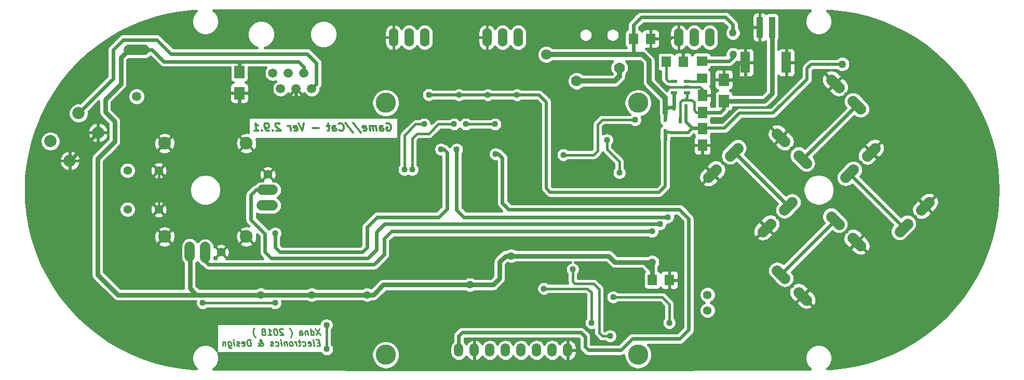
<source format=gbr>
%TF.GenerationSoftware,KiCad,Pcbnew,(5.1.5)-2*%
%TF.CreationDate,2019-12-16T21:25:58-05:00*%
%TF.ProjectId,Game_Cat,47616d65-5f43-4617-942e-6b696361645f,2.8*%
%TF.SameCoordinates,Original*%
%TF.FileFunction,Copper,L2,Bot*%
%TF.FilePolarity,Positive*%
%FSLAX46Y46*%
G04 Gerber Fmt 4.6, Leading zero omitted, Abs format (unit mm)*
G04 Created by KiCad (PCBNEW (5.1.5)-2) date 2019-12-16 21:25:58*
%MOMM*%
%LPD*%
G04 APERTURE LIST*
%TA.AperFunction,NonConductor*%
%ADD10C,0.254000*%
%TD*%
%TA.AperFunction,NonConductor*%
%ADD11C,0.300000*%
%TD*%
%TA.AperFunction,ComponentPad*%
%ADD12C,1.998980*%
%TD*%
%TA.AperFunction,ComponentPad*%
%ADD13C,1.790700*%
%TD*%
%TA.AperFunction,SMDPad,CuDef*%
%ADD14R,1.498600X3.395980*%
%TD*%
%TA.AperFunction,SMDPad,CuDef*%
%ADD15R,1.498600X3.398520*%
%TD*%
%TA.AperFunction,SMDPad,CuDef*%
%ADD16R,0.998220X3.497580*%
%TD*%
%TA.AperFunction,SMDPad,CuDef*%
%ADD17R,0.995680X3.497580*%
%TD*%
%TA.AperFunction,ComponentPad*%
%ADD18C,1.500000*%
%TD*%
%TA.AperFunction,SMDPad,CuDef*%
%ADD19R,1.501140X1.950720*%
%TD*%
%TA.AperFunction,SMDPad,CuDef*%
%ADD20R,1.600200X1.803400*%
%TD*%
%TA.AperFunction,SMDPad,CuDef*%
%ADD21R,0.599440X1.000760*%
%TD*%
%TA.AperFunction,SMDPad,CuDef*%
%ADD22R,1.699260X2.100580*%
%TD*%
%TA.AperFunction,ComponentPad*%
%ADD23C,1.397000*%
%TD*%
%TA.AperFunction,ComponentPad*%
%ADD24C,2.095500*%
%TD*%
%TA.AperFunction,ComponentPad*%
%ADD25C,1.407160*%
%TD*%
%TA.AperFunction,ComponentPad*%
%ADD26O,1.524000X3.048000*%
%TD*%
%TA.AperFunction,WasherPad*%
%ADD27C,3.302000*%
%TD*%
%TA.AperFunction,ComponentPad*%
%ADD28O,1.498600X2.184400*%
%TD*%
%TA.AperFunction,ComponentPad*%
%ADD29C,1.422400*%
%TD*%
%TA.AperFunction,SMDPad,CuDef*%
%ADD30R,1.803400X1.600200*%
%TD*%
%TA.AperFunction,ComponentPad*%
%ADD31C,1.501140*%
%TD*%
%TA.AperFunction,SMDPad,CuDef*%
%ADD32R,1.000760X0.599440*%
%TD*%
%TA.AperFunction,ViaPad*%
%ADD33C,1.016000*%
%TD*%
%TA.AperFunction,ViaPad*%
%ADD34C,1.270000*%
%TD*%
%TA.AperFunction,ViaPad*%
%ADD35C,1.778000*%
%TD*%
%TA.AperFunction,ViaPad*%
%ADD36C,1.701800*%
%TD*%
%TA.AperFunction,Conductor*%
%ADD37C,0.500000*%
%TD*%
%TA.AperFunction,Conductor*%
%ADD38C,0.406400*%
%TD*%
%TA.AperFunction,Conductor*%
%ADD39C,0.609600*%
%TD*%
%TA.AperFunction,Conductor*%
%ADD40C,0.254000*%
%TD*%
%TA.AperFunction,Conductor*%
%ADD41C,0.400000*%
%TD*%
%TA.AperFunction,Conductor*%
%ADD42C,0.812800*%
%TD*%
%TA.AperFunction,Conductor*%
%ADD43C,0.250000*%
%TD*%
%TA.AperFunction,Conductor*%
%ADD44C,0.762000*%
%TD*%
%TA.AperFunction,Conductor*%
%ADD45C,1.676400*%
%TD*%
%TA.AperFunction,Conductor*%
%ADD46C,0.450000*%
%TD*%
G04 APERTURE END LIST*
D10*
X109843509Y-121770019D02*
X109293176Y-122786019D01*
X109166176Y-121770019D02*
X109970509Y-122786019D01*
X108470700Y-122786019D02*
X108343700Y-121770019D01*
X108464652Y-122737638D02*
X108567461Y-122786019D01*
X108760985Y-122786019D01*
X108851700Y-122737638D01*
X108894033Y-122689257D01*
X108930319Y-122592495D01*
X108894033Y-122302209D01*
X108833557Y-122205447D01*
X108779128Y-122157066D01*
X108676319Y-122108685D01*
X108482795Y-122108685D01*
X108392080Y-122157066D01*
X107902223Y-122108685D02*
X107986890Y-122786019D01*
X107914319Y-122205447D02*
X107859890Y-122157066D01*
X107757080Y-122108685D01*
X107611938Y-122108685D01*
X107521223Y-122157066D01*
X107484938Y-122253828D01*
X107551461Y-122786019D01*
X106632223Y-122786019D02*
X106565700Y-122253828D01*
X106601985Y-122157066D01*
X106692700Y-122108685D01*
X106886223Y-122108685D01*
X106989033Y-122157066D01*
X106626176Y-122737638D02*
X106728985Y-122786019D01*
X106970890Y-122786019D01*
X107061604Y-122737638D01*
X107097890Y-122640876D01*
X107085795Y-122544114D01*
X107025319Y-122447352D01*
X106922509Y-122398971D01*
X106680604Y-122398971D01*
X106577795Y-122350590D01*
X105132414Y-123173066D02*
X105174747Y-123124685D01*
X105253366Y-122979542D01*
X105289652Y-122882780D01*
X105319890Y-122737638D01*
X105338033Y-122495733D01*
X105313842Y-122302209D01*
X105235223Y-122060304D01*
X105168700Y-121915161D01*
X105108223Y-121818400D01*
X104993319Y-121673257D01*
X104938890Y-121624876D01*
X103856366Y-121866780D02*
X103801938Y-121818400D01*
X103699128Y-121770019D01*
X103457223Y-121770019D01*
X103366509Y-121818400D01*
X103324176Y-121866780D01*
X103287890Y-121963542D01*
X103299985Y-122060304D01*
X103366509Y-122205447D01*
X104019652Y-122786019D01*
X103390700Y-122786019D01*
X102634747Y-121770019D02*
X102537985Y-121770019D01*
X102447271Y-121818400D01*
X102404938Y-121866780D01*
X102368652Y-121963542D01*
X102344461Y-122157066D01*
X102374700Y-122398971D01*
X102447271Y-122592495D01*
X102507747Y-122689257D01*
X102562176Y-122737638D01*
X102664985Y-122786019D01*
X102761747Y-122786019D01*
X102852461Y-122737638D01*
X102894795Y-122689257D01*
X102931080Y-122592495D01*
X102955271Y-122398971D01*
X102925033Y-122157066D01*
X102852461Y-121963542D01*
X102791985Y-121866780D01*
X102737557Y-121818400D01*
X102634747Y-121770019D01*
X101455461Y-122786019D02*
X102036033Y-122786019D01*
X101745747Y-122786019D02*
X101618747Y-121770019D01*
X101733652Y-121915161D01*
X101842509Y-122011923D01*
X101945319Y-122060304D01*
X100802319Y-122205447D02*
X100893033Y-122157066D01*
X100935366Y-122108685D01*
X100971652Y-122011923D01*
X100965604Y-121963542D01*
X100905128Y-121866780D01*
X100850700Y-121818400D01*
X100747890Y-121770019D01*
X100554366Y-121770019D01*
X100463652Y-121818400D01*
X100421319Y-121866780D01*
X100385033Y-121963542D01*
X100391080Y-122011923D01*
X100451557Y-122108685D01*
X100505985Y-122157066D01*
X100608795Y-122205447D01*
X100802319Y-122205447D01*
X100905128Y-122253828D01*
X100959557Y-122302209D01*
X101020033Y-122398971D01*
X101044223Y-122592495D01*
X101007938Y-122689257D01*
X100965604Y-122737638D01*
X100874890Y-122786019D01*
X100681366Y-122786019D01*
X100578557Y-122737638D01*
X100524128Y-122689257D01*
X100463652Y-122592495D01*
X100439461Y-122398971D01*
X100475747Y-122302209D01*
X100518080Y-122253828D01*
X100608795Y-122205447D01*
X99423461Y-123173066D02*
X99369033Y-123124685D01*
X99254128Y-122979542D01*
X99193652Y-122882780D01*
X99127128Y-122737638D01*
X99048509Y-122495733D01*
X99024319Y-122302209D01*
X99042461Y-122060304D01*
X99072700Y-121915161D01*
X99108985Y-121818400D01*
X99187604Y-121673257D01*
X99229938Y-121624876D01*
X109807223Y-124031828D02*
X109468557Y-124031828D01*
X109389938Y-124564019D02*
X109873747Y-124564019D01*
X109746747Y-123548019D01*
X109262938Y-123548019D01*
X108809366Y-124564019D02*
X108900080Y-124515638D01*
X108936366Y-124418876D01*
X108827509Y-123548019D01*
X108029223Y-124515638D02*
X108132033Y-124564019D01*
X108325557Y-124564019D01*
X108416271Y-124515638D01*
X108452557Y-124418876D01*
X108404176Y-124031828D01*
X108343700Y-123935066D01*
X108240890Y-123886685D01*
X108047366Y-123886685D01*
X107956652Y-123935066D01*
X107920366Y-124031828D01*
X107932461Y-124128590D01*
X108428366Y-124225352D01*
X107109985Y-124515638D02*
X107212795Y-124564019D01*
X107406319Y-124564019D01*
X107497033Y-124515638D01*
X107539366Y-124467257D01*
X107575652Y-124370495D01*
X107539366Y-124080209D01*
X107478890Y-123983447D01*
X107424461Y-123935066D01*
X107321652Y-123886685D01*
X107128128Y-123886685D01*
X107037414Y-123935066D01*
X106741080Y-123886685D02*
X106354033Y-123886685D01*
X106553604Y-123548019D02*
X106662461Y-124418876D01*
X106626176Y-124515638D01*
X106535461Y-124564019D01*
X106438700Y-124564019D01*
X106100033Y-124564019D02*
X106015366Y-123886685D01*
X106039557Y-124080209D02*
X105979080Y-123983447D01*
X105924652Y-123935066D01*
X105821842Y-123886685D01*
X105725080Y-123886685D01*
X105325938Y-124564019D02*
X105416652Y-124515638D01*
X105458985Y-124467257D01*
X105495271Y-124370495D01*
X105458985Y-124080209D01*
X105398509Y-123983447D01*
X105344080Y-123935066D01*
X105241271Y-123886685D01*
X105096128Y-123886685D01*
X105005414Y-123935066D01*
X104963080Y-123983447D01*
X104926795Y-124080209D01*
X104963080Y-124370495D01*
X105023557Y-124467257D01*
X105077985Y-124515638D01*
X105180795Y-124564019D01*
X105325938Y-124564019D01*
X104467176Y-123886685D02*
X104551842Y-124564019D01*
X104479271Y-123983447D02*
X104424842Y-123935066D01*
X104322033Y-123886685D01*
X104176890Y-123886685D01*
X104086176Y-123935066D01*
X104049890Y-124031828D01*
X104116414Y-124564019D01*
X103632604Y-124564019D02*
X103547938Y-123886685D01*
X103505604Y-123548019D02*
X103560033Y-123596400D01*
X103517700Y-123644780D01*
X103463271Y-123596400D01*
X103505604Y-123548019D01*
X103517700Y-123644780D01*
X102707319Y-124515638D02*
X102810128Y-124564019D01*
X103003652Y-124564019D01*
X103094366Y-124515638D01*
X103136700Y-124467257D01*
X103172985Y-124370495D01*
X103136700Y-124080209D01*
X103076223Y-123983447D01*
X103021795Y-123935066D01*
X102918985Y-123886685D01*
X102725461Y-123886685D01*
X102634747Y-123935066D01*
X102320271Y-124515638D02*
X102229557Y-124564019D01*
X102036033Y-124564019D01*
X101933223Y-124515638D01*
X101872747Y-124418876D01*
X101866700Y-124370495D01*
X101902985Y-124273733D01*
X101993700Y-124225352D01*
X102138842Y-124225352D01*
X102229557Y-124176971D01*
X102265842Y-124080209D01*
X102259795Y-124031828D01*
X102199319Y-123935066D01*
X102096509Y-123886685D01*
X101951366Y-123886685D01*
X101860652Y-123935066D01*
X99858890Y-124564019D02*
X99907271Y-124564019D01*
X99997985Y-124515638D01*
X100124985Y-124370495D01*
X100330604Y-124080209D01*
X100409223Y-123935066D01*
X100439461Y-123789923D01*
X100427366Y-123693161D01*
X100366890Y-123596400D01*
X100264080Y-123548019D01*
X100215700Y-123548019D01*
X100124985Y-123596400D01*
X100088700Y-123693161D01*
X100094747Y-123741542D01*
X100155223Y-123838304D01*
X100209652Y-123886685D01*
X100524128Y-124080209D01*
X100578557Y-124128590D01*
X100639033Y-124225352D01*
X100657176Y-124370495D01*
X100620890Y-124467257D01*
X100578557Y-124515638D01*
X100487842Y-124564019D01*
X100342700Y-124564019D01*
X100239890Y-124515638D01*
X100185461Y-124467257D01*
X100016128Y-124273733D01*
X99949604Y-124128590D01*
X99937509Y-124031828D01*
X98649366Y-124564019D02*
X98522366Y-123548019D01*
X98280461Y-123548019D01*
X98141366Y-123596400D01*
X98056700Y-123693161D01*
X98020414Y-123789923D01*
X97996223Y-123983447D01*
X98014366Y-124128590D01*
X98086938Y-124322114D01*
X98147414Y-124418876D01*
X98256271Y-124515638D01*
X98407461Y-124564019D01*
X98649366Y-124564019D01*
X97240271Y-124515638D02*
X97343080Y-124564019D01*
X97536604Y-124564019D01*
X97627319Y-124515638D01*
X97663604Y-124418876D01*
X97615223Y-124031828D01*
X97554747Y-123935066D01*
X97451938Y-123886685D01*
X97258414Y-123886685D01*
X97167700Y-123935066D01*
X97131414Y-124031828D01*
X97143509Y-124128590D01*
X97639414Y-124225352D01*
X96804842Y-124515638D02*
X96714128Y-124564019D01*
X96520604Y-124564019D01*
X96417795Y-124515638D01*
X96357319Y-124418876D01*
X96351271Y-124370495D01*
X96387557Y-124273733D01*
X96478271Y-124225352D01*
X96623414Y-124225352D01*
X96714128Y-124176971D01*
X96750414Y-124080209D01*
X96744366Y-124031828D01*
X96683890Y-123935066D01*
X96581080Y-123886685D01*
X96435938Y-123886685D01*
X96345223Y-123935066D01*
X95940033Y-124564019D02*
X95855366Y-123886685D01*
X95813033Y-123548019D02*
X95867461Y-123596400D01*
X95825128Y-123644780D01*
X95770700Y-123596400D01*
X95813033Y-123548019D01*
X95825128Y-123644780D01*
X94936128Y-123886685D02*
X95038938Y-124709161D01*
X95099414Y-124805923D01*
X95153842Y-124854304D01*
X95256652Y-124902685D01*
X95401795Y-124902685D01*
X95492509Y-124854304D01*
X95014747Y-124515638D02*
X95117557Y-124564019D01*
X95311080Y-124564019D01*
X95401795Y-124515638D01*
X95444128Y-124467257D01*
X95480414Y-124370495D01*
X95444128Y-124080209D01*
X95383652Y-123983447D01*
X95329223Y-123935066D01*
X95226414Y-123886685D01*
X95032890Y-123886685D01*
X94942176Y-123935066D01*
X94452319Y-123886685D02*
X94536985Y-124564019D01*
X94464414Y-123983447D02*
X94409985Y-123935066D01*
X94307176Y-123886685D01*
X94162033Y-123886685D01*
X94071319Y-123935066D01*
X94035033Y-124031828D01*
X94101557Y-124564019D01*
D11*
X120721516Y-88251600D02*
X120832766Y-88192266D01*
X121010766Y-88192266D01*
X121196183Y-88251600D01*
X121329683Y-88370266D01*
X121403850Y-88488933D01*
X121492850Y-88726266D01*
X121515100Y-88904266D01*
X121485433Y-89141600D01*
X121440933Y-89260266D01*
X121337100Y-89378933D01*
X121166516Y-89438266D01*
X121047850Y-89438266D01*
X120862433Y-89378933D01*
X120795683Y-89319600D01*
X120743766Y-88904266D01*
X120981100Y-88904266D01*
X119742516Y-89438266D02*
X119660933Y-88785600D01*
X119705433Y-88666933D01*
X119816683Y-88607600D01*
X120054016Y-88607600D01*
X120180100Y-88666933D01*
X119735100Y-89378933D02*
X119861183Y-89438266D01*
X120157850Y-89438266D01*
X120269100Y-89378933D01*
X120313600Y-89260266D01*
X120298766Y-89141600D01*
X120224600Y-89022933D01*
X120098516Y-88963600D01*
X119801850Y-88963600D01*
X119675766Y-88904266D01*
X119149183Y-89438266D02*
X119045350Y-88607600D01*
X119060183Y-88726266D02*
X118993433Y-88666933D01*
X118867350Y-88607600D01*
X118689350Y-88607600D01*
X118578100Y-88666933D01*
X118533600Y-88785600D01*
X118615183Y-89438266D01*
X118533600Y-88785600D02*
X118459433Y-88666933D01*
X118333350Y-88607600D01*
X118155350Y-88607600D01*
X118044100Y-88666933D01*
X117999600Y-88785600D01*
X118081183Y-89438266D01*
X117005766Y-89378933D02*
X117131850Y-89438266D01*
X117369183Y-89438266D01*
X117480433Y-89378933D01*
X117524933Y-89260266D01*
X117465600Y-88785600D01*
X117391433Y-88666933D01*
X117265350Y-88607600D01*
X117028016Y-88607600D01*
X116916766Y-88666933D01*
X116872266Y-88785600D01*
X116887100Y-88904266D01*
X117495266Y-89022933D01*
X115366683Y-88132933D02*
X116634933Y-89734933D01*
X114061350Y-88132933D02*
X115329600Y-89734933D01*
X113082350Y-89319600D02*
X113149100Y-89378933D01*
X113334516Y-89438266D01*
X113453183Y-89438266D01*
X113623766Y-89378933D01*
X113727600Y-89260266D01*
X113772100Y-89141600D01*
X113801766Y-88904266D01*
X113779516Y-88726266D01*
X113690516Y-88488933D01*
X113616350Y-88370266D01*
X113482850Y-88251600D01*
X113297433Y-88192266D01*
X113178766Y-88192266D01*
X113008183Y-88251600D01*
X112956266Y-88310933D01*
X112029183Y-89438266D02*
X111947600Y-88785600D01*
X111992100Y-88666933D01*
X112103350Y-88607600D01*
X112340683Y-88607600D01*
X112466766Y-88666933D01*
X112021766Y-89378933D02*
X112147850Y-89438266D01*
X112444516Y-89438266D01*
X112555766Y-89378933D01*
X112600266Y-89260266D01*
X112585433Y-89141600D01*
X112511266Y-89022933D01*
X112385183Y-88963600D01*
X112088516Y-88963600D01*
X111962433Y-88904266D01*
X111510016Y-88607600D02*
X111035350Y-88607600D01*
X111280100Y-88192266D02*
X111413600Y-89260266D01*
X111369100Y-89378933D01*
X111257850Y-89438266D01*
X111139183Y-89438266D01*
X109715183Y-88963600D02*
X108765850Y-88963600D01*
X107304766Y-88192266D02*
X107045183Y-89438266D01*
X106474100Y-88192266D01*
X105732433Y-89378933D02*
X105858516Y-89438266D01*
X106095850Y-89438266D01*
X106207100Y-89378933D01*
X106251600Y-89260266D01*
X106192266Y-88785600D01*
X106118100Y-88666933D01*
X105992016Y-88607600D01*
X105754683Y-88607600D01*
X105643433Y-88666933D01*
X105598933Y-88785600D01*
X105613766Y-88904266D01*
X106221933Y-89022933D01*
X105146516Y-89438266D02*
X105042683Y-88607600D01*
X105072350Y-88844933D02*
X104998183Y-88726266D01*
X104931433Y-88666933D01*
X104805350Y-88607600D01*
X104686683Y-88607600D01*
X103344266Y-88310933D02*
X103277516Y-88251600D01*
X103151433Y-88192266D01*
X102854766Y-88192266D01*
X102743516Y-88251600D01*
X102691600Y-88310933D01*
X102647100Y-88429600D01*
X102661933Y-88548266D01*
X102743516Y-88726266D01*
X103544516Y-89438266D01*
X102773183Y-89438266D01*
X102224350Y-89319600D02*
X102172433Y-89378933D01*
X102239183Y-89438266D01*
X102291100Y-89378933D01*
X102224350Y-89319600D01*
X102239183Y-89438266D01*
X101586516Y-89438266D02*
X101349183Y-89438266D01*
X101223100Y-89378933D01*
X101156350Y-89319600D01*
X101015433Y-89141600D01*
X100926433Y-88904266D01*
X100867100Y-88429600D01*
X100911600Y-88310933D01*
X100963516Y-88251600D01*
X101074766Y-88192266D01*
X101312100Y-88192266D01*
X101438183Y-88251600D01*
X101504933Y-88310933D01*
X101579100Y-88429600D01*
X101616183Y-88726266D01*
X101571683Y-88844933D01*
X101519766Y-88904266D01*
X101408516Y-88963600D01*
X101171183Y-88963600D01*
X101045100Y-88904266D01*
X100978350Y-88844933D01*
X100904183Y-88726266D01*
X100444350Y-89319600D02*
X100392433Y-89378933D01*
X100459183Y-89438266D01*
X100511100Y-89378933D01*
X100444350Y-89319600D01*
X100459183Y-89438266D01*
X99213183Y-89438266D02*
X99925183Y-89438266D01*
X99569183Y-89438266D02*
X99413433Y-88192266D01*
X99554350Y-88370266D01*
X99687850Y-88488933D01*
X99813933Y-88548266D01*
D12*
%TO.P,B0,3*%
%TO.N,GND*%
X73740247Y-89716356D03*
%TO.P,B0,4*%
%TO.N,RESET*%
X65959753Y-91131644D03*
%TO.P,B0,2*%
X70557644Y-86533753D03*
%TO.P,B0,1*%
%TO.N,GND*%
X69142356Y-94314247D03*
%TD*%
D13*
%TO.P,B1,4*%
%TO.N,GND*%
X185716692Y-91175264D02*
X184450476Y-89909048D01*
%TO.P,B1,2*%
%TO.N,/B(Y)*%
X189236952Y-94695524D02*
X187970736Y-93429308D01*
%TO.P,B1,3*%
%TO.N,GND*%
X194553264Y-82338692D02*
X193287048Y-81072476D01*
%TO.P,B1,1*%
%TO.N,/B(Y)*%
X198073524Y-85858952D02*
X196807308Y-84592736D01*
%TD*%
%TO.P,B2,4*%
%TO.N,GND*%
X199146736Y-93514692D02*
X200412952Y-92248476D01*
%TO.P,B2,2*%
%TO.N,/B(B)*%
X195626476Y-97034952D02*
X196892692Y-95768736D01*
%TO.P,B2,3*%
%TO.N,GND*%
X207983308Y-102351264D02*
X209249524Y-101085048D01*
%TO.P,B2,1*%
%TO.N,/B(B)*%
X204463048Y-105871524D02*
X205729264Y-104605308D01*
%TD*%
%TO.P,B3,4*%
%TO.N,GND*%
X196807308Y-106944736D02*
X198073524Y-108210952D01*
%TO.P,B3,2*%
%TO.N,/B(A)*%
X193287048Y-103424476D02*
X194553264Y-104690692D01*
%TO.P,B3,3*%
%TO.N,GND*%
X187970736Y-115781308D02*
X189236952Y-117047524D01*
%TO.P,B3,1*%
%TO.N,/B(A)*%
X184450476Y-112261048D02*
X185716692Y-113527264D01*
%TD*%
%TO.P,B4,4*%
%TO.N,GND*%
X183377264Y-104605308D02*
X182111048Y-105871524D01*
%TO.P,B4,2*%
%TO.N,/B(X)*%
X186897524Y-101085048D02*
X185631308Y-102351264D01*
%TO.P,B4,3*%
%TO.N,GND*%
X174540692Y-95768736D02*
X173274476Y-97034952D01*
%TO.P,B4,1*%
%TO.N,/B(X)*%
X178060952Y-92248476D02*
X176794736Y-93514692D01*
%TD*%
D14*
%TO.P,BAT1,2*%
%TO.N,GND*%
X179278280Y-78265020D03*
D15*
X185971180Y-78265020D03*
D16*
X181625240Y-72517000D03*
D17*
%TO.P,BAT1,1*%
%TO.N,/BAT*%
X183626760Y-72517000D03*
%TD*%
D18*
%TO.P,BZ1,1*%
%TO.N,+3V3*%
X80010000Y-76210000D03*
%TO.P,BZ1,2*%
%TO.N,/CTRL*%
X80010000Y-83810000D03*
%TD*%
D19*
%TO.P,C17,2*%
%TO.N,GND*%
X172312713Y-83648380D03*
%TO.P,C17,1*%
%TO.N,/BAT*%
X172312713Y-86396660D03*
%TD*%
%TO.P,C18,1*%
%TO.N,+5C*%
X172300000Y-89025860D03*
%TO.P,C18,2*%
%TO.N,GND*%
X172300000Y-91774140D03*
%TD*%
D20*
%TO.P,C27,2*%
%TO.N,+3V3*%
X164103000Y-113800000D03*
%TO.P,C27,1*%
%TO.N,GND*%
X166897000Y-113800000D03*
%TD*%
D21*
%TO.P,D3,1*%
%TO.N,Net-(C13-Pad1)*%
X166216713Y-87478701D03*
%TO.P,D3,2*%
%TO.N,+5C*%
X166216713Y-89678341D03*
%TD*%
D22*
%TO.P,D4,2*%
%TO.N,+3V3*%
X96774000Y-79804260D03*
%TO.P,D4,1*%
%TO.N,GND*%
X96774000Y-83263740D03*
%TD*%
%TO.P,D5,1*%
%TO.N,GND*%
X175768000Y-81074260D03*
%TO.P,D5,2*%
%TO.N,/BAT*%
X175768000Y-84533740D03*
%TD*%
D23*
%TO.P,J1,3*%
%TO.N,GND*%
X93789500Y-109245400D03*
%TO.P,J1,2*%
%TO.N,AXIS(X)*%
X91249500Y-109245400D03*
%TO.P,J1,1*%
%TO.N,+3V3*%
X88709500Y-109245400D03*
D24*
%TO.P,J1,9*%
%TO.N,GND*%
X84582000Y-91465400D03*
X97917000Y-91465400D03*
X97917000Y-106705400D03*
X84582000Y-106705400D03*
D23*
%TO.P,J1,6*%
X101409500Y-96545400D03*
%TO.P,J1,5*%
%TO.N,AXIS(Y)*%
X101409500Y-99085400D03*
%TO.P,J1,4*%
%TO.N,+3V3*%
X101409500Y-101625400D03*
D25*
%TO.P,J1,8*%
%TO.N,GND*%
X83629500Y-95910400D03*
X83629500Y-102260400D03*
%TO.P,J1,7*%
%TO.N,BUTTON-R*%
X78549500Y-95910400D03*
X78549500Y-102260400D03*
%TD*%
D26*
%TO.P,J2,3*%
%TO.N,GND*%
X168402000Y-74168000D03*
%TO.P,J2,2*%
%TO.N,/CANH*%
X170942000Y-74168000D03*
%TO.P,J2,1*%
%TO.N,/CANL*%
X173482000Y-74168000D03*
X173482000Y-74168000D03*
%TO.P,J2,2*%
%TO.N,/CANH*%
X170942000Y-74168000D03*
%TO.P,J2,3*%
%TO.N,GND*%
X168402000Y-74168000D03*
%TD*%
%TO.P,J3,3*%
%TO.N,GND*%
X121920000Y-74168000D03*
%TO.P,J3,2*%
%TO.N,RXU-5V*%
X124460000Y-74168000D03*
%TO.P,J3,1*%
%TO.N,TXU-5V*%
X127000000Y-74168000D03*
X127000000Y-74168000D03*
%TO.P,J3,2*%
%TO.N,RXU-5V*%
X124460000Y-74168000D03*
%TO.P,J3,3*%
%TO.N,GND*%
X121920000Y-74168000D03*
%TD*%
%TO.P,J4,3*%
%TO.N,GND*%
X137160000Y-74168000D03*
%TO.P,J4,2*%
%TO.N,PWMA-5V*%
X139700000Y-74168000D03*
%TO.P,J4,1*%
%TO.N,PWMB-5V*%
X142240000Y-74168000D03*
X142240000Y-74168000D03*
%TO.P,J4,2*%
%TO.N,PWMA-5V*%
X139700000Y-74168000D03*
%TO.P,J4,3*%
%TO.N,GND*%
X137160000Y-74168000D03*
%TD*%
D27*
%TO.P,LCD1,*%
%TO.N,*%
X161804000Y-84863400D03*
X120656000Y-84863400D03*
X161804000Y-126011400D03*
X120656000Y-126011400D03*
D28*
%TO.P,LCD1,1*%
%TO.N,SS1*%
X132540000Y-125247400D03*
%TO.P,LCD1,2*%
%TO.N,GND*%
X135080000Y-125247400D03*
%TO.P,LCD1,3*%
%TO.N,SDI1*%
X137620000Y-125247400D03*
%TO.P,LCD1,4*%
%TO.N,SDO1*%
X140160000Y-125247400D03*
%TO.P,LCD1,5*%
%TO.N,CLK1*%
X142700000Y-125247400D03*
%TO.P,LCD1,6*%
%TO.N,+3V3*%
X145240000Y-125247400D03*
%TO.P,LCD1,7*%
%TO.N,/LED*%
X147780000Y-125247400D03*
%TO.P,LCD1,8*%
%TO.N,GND*%
X150320000Y-125247400D03*
%TD*%
D21*
%TO.P,Q6,1*%
%TO.N,Net-(C13-Pad1)*%
X167677213Y-85576241D03*
%TO.P,Q6,2*%
%TO.N,/BAT*%
X168629713Y-87689521D03*
%TO.P,Q6,3*%
%TO.N,+5C*%
X169582213Y-85576241D03*
%TD*%
D29*
%TO.P,R6,2*%
%TO.N,LIGHT*%
X173101000Y-116205000D03*
%TO.P,R6,1*%
%TO.N,Net-(R3-Pad2)*%
X173101000Y-118745000D03*
%TD*%
D30*
%TO.P,R30,2*%
%TO.N,Net-(R30-Pad2)*%
X172185714Y-80831521D03*
%TO.P,R30,1*%
%TO.N,Net-(LD5-Pad2)*%
X172185714Y-78037521D03*
%TD*%
D20*
%TO.P,R31,1*%
%TO.N,GND*%
X169137713Y-78164520D03*
%TO.P,R31,2*%
%TO.N,/PROG*%
X166343713Y-78164520D03*
%TD*%
%TO.P,R32,2*%
%TO.N,Net-(C13-Pad1)*%
X161036000Y-74396600D03*
%TO.P,R32,1*%
%TO.N,GND*%
X163830000Y-74396600D03*
%TD*%
D31*
%TO.P,RJ1,1*%
%TO.N,RESET*%
X108585000Y-82550000D03*
%TO.P,RJ1,2*%
%TO.N,+3V3*%
X107315000Y-80010000D03*
%TO.P,RJ1,3*%
%TO.N,GND*%
X106045000Y-82550000D03*
%TO.P,RJ1,4*%
%TO.N,/_PGD*%
X104775000Y-80010000D03*
%TO.P,RJ1,5*%
%TO.N,/_PGC*%
X103505000Y-82550000D03*
%TO.P,RJ1,6*%
%TO.N,/_AUX*%
X102235000Y-80010000D03*
%TD*%
D32*
%TO.P,U9,5*%
%TO.N,/PROG*%
X167659431Y-81339522D03*
%TO.P,U9,4*%
%TO.N,Net-(C13-Pad1)*%
X167659431Y-83244522D03*
%TO.P,U9,2*%
%TO.N,GND*%
X169772711Y-82292022D03*
%TO.P,U9,3*%
%TO.N,/BAT*%
X169772711Y-83244522D03*
%TO.P,U9,1*%
%TO.N,Net-(R30-Pad2)*%
X169772711Y-81339522D03*
%TD*%
D33*
%TO.N,GND*%
X135001000Y-90068400D03*
X109169200Y-100558600D03*
X134366000Y-112268000D03*
D34*
X134620000Y-101616078D03*
X137160000Y-98892648D03*
X134620000Y-98864760D03*
X137160000Y-101660914D03*
D33*
X161925000Y-120142000D03*
X127635000Y-110109000D03*
D34*
X113411000Y-119253000D03*
D33*
%TO.N,LV*%
X156718000Y-90932000D03*
X158750000Y-96266000D03*
%TO.N,TXU-3V3*%
X124968000Y-95758000D03*
X131775200Y-88341200D03*
%TO.N,RXU-3V3*%
X123698000Y-95758000D03*
X126898400Y-88341200D03*
%TO.N,SCL*%
X154178000Y-120777000D03*
X146431000Y-115189000D03*
%TO.N,SDA*%
X157226000Y-122936000D03*
X151130000Y-112039400D03*
%TO.N,ADC-0*%
X166624000Y-103505000D03*
X132207000Y-92456000D03*
%TO.N,CHECK-SD*%
X102616000Y-106172000D03*
X129655255Y-92456000D03*
X102616000Y-117538500D03*
X90805000Y-117538500D03*
%TO.N,SS1*%
X138557000Y-93218000D03*
%TO.N,SDI2*%
X110998000Y-121158000D03*
X111023402Y-125069600D03*
%TO.N,PWREN*%
X149606000Y-93345000D03*
X161290000Y-87630000D03*
D35*
%TO.N,Net-(F1-Pad1)*%
X151765000Y-81280000D03*
X158750000Y-79121000D03*
D34*
%TO.N,+5C*%
X195072000Y-78536800D03*
D33*
X142036800Y-83566000D03*
X137287000Y-83566000D03*
X127660400Y-83540600D03*
X132588000Y-83566000D03*
D34*
%TO.N,Net-(LD5-Pad2)*%
X177292000Y-76962000D03*
D33*
%TO.N,AXIS(X)*%
X164084000Y-105867220D03*
%TO.N,AXIS(Y)*%
X165354000Y-104648000D03*
D34*
%TO.N,Net-(C13-Pad1)*%
X177241200Y-73405887D03*
D36*
X146812000Y-76962000D03*
D33*
%TO.N,+3V3*%
X133705600Y-88341200D03*
X138455400Y-88341190D03*
D34*
X141097000Y-109854996D03*
X164084000Y-110871000D03*
D33*
X166878000Y-120777000D03*
X157734000Y-116586000D03*
D34*
X134366000Y-114554000D03*
X117602000Y-116205000D03*
X108585000Y-116205000D03*
X100266500Y-116205000D03*
%TD*%
D37*
%TO.N,GND*%
X172300000Y-91774140D02*
X172300000Y-94794260D01*
X172300000Y-94794260D02*
X173907584Y-96401844D01*
D38*
X83629500Y-95910400D02*
X83629500Y-102260400D01*
D39*
X106045000Y-86233000D02*
X105664000Y-86614000D01*
D40*
X165010212Y-79437612D02*
X165404810Y-79832210D01*
X165010212Y-76543788D02*
X165010212Y-79437612D01*
X165404810Y-79832210D02*
X165404810Y-81584810D01*
X167386000Y-74168000D02*
X165010212Y-76543788D01*
X168402000Y-74168000D02*
X167386000Y-74168000D01*
X165404810Y-81584810D02*
X166112022Y-82292022D01*
D38*
X135610600Y-128397000D02*
X115925600Y-128397000D01*
X135080000Y-125247400D02*
X135080000Y-127866400D01*
X135080000Y-127866400D02*
X135610600Y-128397000D01*
X135610600Y-128397000D02*
X170611800Y-128397000D01*
D40*
X181625240Y-77708760D02*
X181068980Y-78265020D01*
X181068980Y-78265020D02*
X179278280Y-78265020D01*
X181625240Y-72517000D02*
X181625240Y-77708760D01*
D39*
X178037490Y-78756510D02*
X178528980Y-78265020D01*
X178528980Y-78265020D02*
X179278280Y-78265020D01*
X178037490Y-80264000D02*
X178037490Y-78756510D01*
X175768000Y-81074260D02*
X177227230Y-81074260D01*
X177227230Y-81074260D02*
X178037490Y-80264000D01*
X106045000Y-82550000D02*
X106045000Y-86233000D01*
X105664000Y-86614000D02*
X97282000Y-86614000D01*
X97282000Y-86614000D02*
X96774000Y-86106000D01*
X96774000Y-86106000D02*
X96774000Y-83263740D01*
D40*
X169137713Y-78164520D02*
X169137713Y-76935713D01*
X169137713Y-76935713D02*
X168402000Y-76200000D01*
X168402000Y-76200000D02*
X168402000Y-74168000D01*
D38*
X169772711Y-82292022D02*
X166555671Y-82292022D01*
X166555671Y-82292022D02*
X166112022Y-82292022D01*
D40*
X109169200Y-100558600D02*
X108450780Y-100558600D01*
D39*
X197440416Y-107577844D02*
X188603844Y-116414416D01*
X173907584Y-96401844D02*
X182744156Y-105238416D01*
X199779844Y-92881584D02*
X208616416Y-101718156D01*
X185083584Y-90542156D02*
X193920156Y-81705584D01*
D38*
X169772712Y-82292022D02*
X171868213Y-82292021D01*
X172312713Y-82736521D02*
X172312714Y-83648380D01*
X171868213Y-82292021D02*
X172312713Y-82736521D01*
D39*
X69142356Y-94314247D02*
X73740247Y-89716356D01*
D41*
X127635000Y-110109000D02*
X133604000Y-110109000D01*
X134366000Y-110871000D02*
X134366000Y-112268000D01*
X133604000Y-110109000D02*
X134366000Y-110871000D01*
D37*
X113411000Y-127571500D02*
X113411000Y-119253000D01*
X115925600Y-128397000D02*
X114236500Y-128397000D01*
X114236500Y-128397000D02*
X113411000Y-127571500D01*
D39*
%TO.N,RESET*%
X109335569Y-78347569D02*
X109335569Y-81799431D01*
X109335569Y-81799431D02*
X108585000Y-82550000D01*
X107823000Y-76835000D02*
X85598000Y-76835000D01*
X83312000Y-74549000D02*
X77851000Y-74549000D01*
X109335569Y-78347569D02*
X107823000Y-76835000D01*
X85598000Y-76835000D02*
X83312000Y-74549000D01*
X77851000Y-74549000D02*
X76200000Y-76200000D01*
X76200000Y-76200000D02*
X76200000Y-80891397D01*
X76200000Y-80891397D02*
X70557644Y-86533753D01*
D38*
%TO.N,LV*%
X156718000Y-90932000D02*
X156718000Y-92456000D01*
X158750000Y-94488000D02*
X158750000Y-96266000D01*
X156718000Y-92456000D02*
X158750000Y-94488000D01*
%TO.N,TXU-3V3*%
X125730000Y-89916000D02*
X127660400Y-89916000D01*
X124968000Y-95758000D02*
X124968000Y-90678000D01*
X124968000Y-90678000D02*
X125730000Y-89916000D01*
X127660400Y-89916000D02*
X129235200Y-88341200D01*
X129235200Y-88341200D02*
X131775200Y-88341200D01*
%TO.N,RXU-3V3*%
X123698000Y-95758000D02*
X123698000Y-90170000D01*
X123698000Y-90170000D02*
X125526800Y-88341200D01*
X125526800Y-88341200D02*
X126898400Y-88341200D01*
%TO.N,SCL*%
X154178000Y-120777000D02*
X154178000Y-115824000D01*
X154178000Y-115824000D02*
X153543000Y-115189000D01*
X153543000Y-115189000D02*
X146431000Y-115189000D01*
%TO.N,SDA*%
X151130000Y-114046000D02*
X151460190Y-114376190D01*
X151460190Y-114376190D02*
X154508190Y-114376190D01*
X151130000Y-112039400D02*
X151130000Y-114046000D01*
X154508190Y-114376190D02*
X155422601Y-115290601D01*
X155422601Y-115290601D02*
X155422601Y-122402601D01*
X155422601Y-122402601D02*
X155956000Y-122936000D01*
X155956000Y-122936000D02*
X157226000Y-122936000D01*
D39*
%TO.N,ADC-0*%
X132207000Y-92456000D02*
X132207000Y-102362000D01*
X133350000Y-103505000D02*
X132207000Y-102362000D01*
X166624000Y-103505000D02*
X133350000Y-103505000D01*
%TO.N,CHECK-SD*%
X129655255Y-92456000D02*
X130149600Y-92456000D01*
X130149600Y-92456000D02*
X130619500Y-92925900D01*
X130619500Y-92925900D02*
X130619500Y-102171500D01*
X130619500Y-102171500D02*
X129286000Y-103505000D01*
X129286000Y-103505000D02*
X119253000Y-103505000D01*
X119253000Y-103505000D02*
X117602000Y-105156000D01*
X129655255Y-92444255D02*
X129655255Y-92456000D01*
X102616000Y-106172000D02*
X102616000Y-108458000D01*
X102616000Y-108458000D02*
X103378000Y-109220000D01*
X116840000Y-109220000D02*
X117602000Y-108458000D01*
X103378000Y-109220000D02*
X116840000Y-109220000D01*
X117602000Y-105156000D02*
X117602000Y-108458000D01*
D38*
X92265500Y-117538500D02*
X102616000Y-117538500D01*
X90805000Y-117538500D02*
X92265500Y-117538500D01*
D39*
%TO.N,/B(Y)*%
X188603844Y-94062416D02*
X197440416Y-85225844D01*
%TO.N,/B(B)*%
X196259584Y-96401844D02*
X205096156Y-105238416D01*
%TO.N,/B(A)*%
X185083584Y-112894156D02*
X193920156Y-104057584D01*
%TO.N,/B(X)*%
X177427844Y-92881584D02*
X186264416Y-101718156D01*
%TO.N,SS1*%
X139660000Y-101231605D02*
X140714194Y-102285799D01*
X139014200Y-93218000D02*
X139660000Y-93863800D01*
X139660000Y-93863800D02*
X139660000Y-101231605D01*
X138557000Y-93218000D02*
X139014200Y-93218000D01*
X140714194Y-102285799D02*
X168529764Y-102285799D01*
X159004000Y-125222000D02*
X153644600Y-125222000D01*
X170053000Y-121920000D02*
X168592500Y-123380500D01*
X153162000Y-123063000D02*
X152476200Y-122377200D01*
X160845500Y-123380500D02*
X159004000Y-125222000D01*
X170053000Y-103809035D02*
X170053000Y-121920000D01*
X168529764Y-102285799D02*
X170053000Y-103809035D01*
X132540000Y-122907800D02*
X132540000Y-125222000D01*
X168592500Y-123380500D02*
X160845500Y-123380500D01*
X153644600Y-125222000D02*
X153162000Y-124739400D01*
X133070600Y-122377200D02*
X132540000Y-122907800D01*
X153162000Y-124739400D02*
X153162000Y-123063000D01*
X152476200Y-122377200D02*
X133070600Y-122377200D01*
D38*
%TO.N,SDI2*%
X110998000Y-121158000D02*
X110998000Y-124714000D01*
X110998000Y-124714000D02*
X111023402Y-124739402D01*
X111023402Y-124739402D02*
X111023402Y-125069600D01*
%TO.N,PWREN*%
X155956000Y-87630000D02*
X161290000Y-87630000D01*
X155194000Y-88392000D02*
X155956000Y-87630000D01*
X155194000Y-92710000D02*
X155194000Y-88392000D01*
X154559010Y-93344990D02*
X155194000Y-92710000D01*
X150070420Y-93344990D02*
X154559010Y-93344990D01*
X149606000Y-93345000D02*
X150070420Y-93344990D01*
D42*
%TO.N,Net-(F1-Pad1)*%
X153022235Y-81280000D02*
X157988000Y-81280000D01*
X151765000Y-81280000D02*
X153022235Y-81280000D01*
X158750000Y-80518000D02*
X158750000Y-79121000D01*
X157988000Y-81280000D02*
X158750000Y-80518000D01*
D37*
%TO.N,+5C*%
X178362200Y-86537800D02*
X175900000Y-89000000D01*
X183761400Y-86537800D02*
X178362200Y-86537800D01*
X189306200Y-80993000D02*
X183761400Y-86537800D01*
X189306200Y-79248000D02*
X189306200Y-80993000D01*
X195072000Y-78536800D02*
X190017400Y-78536800D01*
X190017400Y-78536800D02*
X189306200Y-79248000D01*
X175900000Y-89000000D02*
X170600000Y-89000000D01*
X172300000Y-89025860D02*
X170625860Y-89025860D01*
X170625860Y-89025860D02*
X170600000Y-89000000D01*
X167038092Y-89700000D02*
X169900000Y-89700000D01*
X169900000Y-89700000D02*
X170600000Y-89000000D01*
X166216713Y-89678341D02*
X167016433Y-89678341D01*
X167016433Y-89678341D02*
X167038092Y-89700000D01*
X169582213Y-85576241D02*
X169582213Y-87982213D01*
X169582213Y-87982213D02*
X170600000Y-89000000D01*
D43*
X166216713Y-89678341D02*
X166216713Y-91200000D01*
X166216713Y-91200000D02*
X166216713Y-98424287D01*
D41*
X166216713Y-90882087D02*
X166216713Y-91000000D01*
X166216713Y-91000000D02*
X166216713Y-91416713D01*
D37*
X132588000Y-83566000D02*
X127685800Y-83566000D01*
X127685800Y-83566000D02*
X127660400Y-83540600D01*
X137287000Y-83566000D02*
X132588000Y-83566000D01*
X142036800Y-83566000D02*
X137287000Y-83566000D01*
X145669000Y-83566000D02*
X142036800Y-83566000D01*
X146812000Y-84709000D02*
X145669000Y-83566000D01*
X146812000Y-98806000D02*
X146812000Y-88341200D01*
X146812000Y-88341200D02*
X146812000Y-84709000D01*
X166216713Y-98424287D02*
X165200000Y-99441000D01*
X165200000Y-99441000D02*
X147447000Y-99441000D01*
X147447000Y-99441000D02*
X146812000Y-98806000D01*
X127660400Y-83540600D02*
X145643600Y-83540600D01*
X145643600Y-83540600D02*
X146812000Y-84709000D01*
D39*
X166216713Y-90400000D02*
X166216713Y-89678341D01*
X166216713Y-90882087D02*
X166216713Y-90400000D01*
D37*
X166216713Y-90400000D02*
X166216713Y-98424287D01*
D38*
X166259894Y-89721521D02*
X166216713Y-89678341D01*
D39*
%TO.N,Net-(LD5-Pad2)*%
X176597479Y-78037521D02*
X177292000Y-77343000D01*
X177292000Y-77343000D02*
X177292000Y-76962000D01*
X172185714Y-78037521D02*
X176597479Y-78037521D01*
D38*
%TO.N,Net-(R30-Pad2)*%
X171677712Y-81339521D02*
X172185713Y-80831521D01*
X169772713Y-81339520D02*
X171677712Y-81339521D01*
D44*
%TO.N,/BAT*%
X183626760Y-83327240D02*
X182420260Y-84533740D01*
X182420260Y-84533740D02*
X175768000Y-84533740D01*
X183626760Y-72517000D02*
X183626760Y-83327240D01*
X183626760Y-72517000D02*
X183626760Y-73767950D01*
D39*
X175768000Y-85852000D02*
X175768000Y-84533740D01*
X175223340Y-86396660D02*
X175768000Y-85852000D01*
X172312713Y-86396660D02*
X175223340Y-86396660D01*
D38*
X168629713Y-86782741D02*
X168629713Y-87689521D01*
X168629712Y-84768522D02*
X168629713Y-86782741D01*
X169010713Y-84387520D02*
X168629712Y-84768522D01*
X169335832Y-84387520D02*
X169010713Y-84387520D01*
X169772712Y-83950641D02*
X169335832Y-84387520D01*
X169772713Y-83244520D02*
X169772712Y-83950641D01*
X171273854Y-86396661D02*
X172312714Y-86396661D01*
X170915715Y-84768523D02*
X170915712Y-86038521D01*
X170915712Y-86038521D02*
X171273854Y-86396661D01*
X170534715Y-84387521D02*
X170915715Y-84768523D01*
X169335832Y-84387520D02*
X170534715Y-84387521D01*
%TO.N,/PROG*%
X166343713Y-80930581D02*
X166752653Y-81339520D01*
X166752653Y-81339520D02*
X167659432Y-81339521D01*
X166343716Y-78164521D02*
X166343713Y-80930581D01*
D45*
%TO.N,AXIS(X)*%
X91236800Y-109245400D02*
X91236800Y-108407200D01*
D39*
X91249500Y-109245400D02*
X91249500Y-110299500D01*
D45*
X91236800Y-109245400D02*
X91236800Y-110109000D01*
D39*
X91249500Y-110756700D02*
X91744800Y-111252000D01*
X121577079Y-105867220D02*
X164084000Y-105867220D01*
X91249500Y-109245400D02*
X91249500Y-110756700D01*
X91744800Y-111252000D02*
X118745000Y-111252000D01*
X118745000Y-111252000D02*
X120396000Y-109601000D01*
X120396000Y-109601000D02*
X120396000Y-107048299D01*
X120396000Y-107048299D02*
X121577079Y-105867220D01*
%TO.N,AXIS(Y)*%
X98729800Y-104013000D02*
X100355400Y-105638600D01*
X98653600Y-99923600D02*
X98653600Y-103936800D01*
X98653600Y-103936800D02*
X100355400Y-105638600D01*
X100527154Y-99085400D02*
X99491800Y-99085400D01*
X99491800Y-99085400D02*
X98653600Y-99923600D01*
D45*
X101396800Y-99085400D02*
X102245160Y-99085400D01*
X101396800Y-99085400D02*
X100527154Y-99085400D01*
D39*
X100965000Y-106248200D02*
X100355400Y-105638600D01*
X100965000Y-109220000D02*
X100965000Y-106248200D01*
X120434099Y-104648000D02*
X119126000Y-105956099D01*
X165354000Y-104648000D02*
X120434099Y-104648000D01*
X119126000Y-108839000D02*
X117729000Y-110236000D01*
X117729000Y-110236000D02*
X101981000Y-110236000D01*
X119126000Y-105956099D02*
X119126000Y-108839000D01*
X101981000Y-110236000D02*
X100965000Y-109220000D01*
D42*
%TO.N,Net-(C13-Pad1)*%
X160807400Y-76962000D02*
X162560000Y-76962000D01*
X162560000Y-76962000D02*
X163576000Y-77978000D01*
X166216713Y-84098513D02*
X166216713Y-85546313D01*
X163576000Y-77978000D02*
X163576000Y-81457800D01*
X163576000Y-81457800D02*
X166216713Y-84098513D01*
D39*
X166216713Y-87478701D02*
X166216713Y-86537800D01*
X166216713Y-86537800D02*
X166216713Y-86038523D01*
D42*
X166216713Y-85546313D02*
X166216713Y-86537800D01*
D39*
X177241200Y-73405887D02*
X177241200Y-72085200D01*
X161036000Y-72136000D02*
X161036000Y-74396600D01*
X177241200Y-72085200D02*
X176022000Y-70866000D01*
X176022000Y-70866000D02*
X162306000Y-70866000D01*
X162306000Y-70866000D02*
X161036000Y-72136000D01*
D43*
X166216713Y-85546313D02*
X166216713Y-86038523D01*
D38*
X167611173Y-83292781D02*
X167659435Y-83244521D01*
X167659433Y-85558462D02*
X167677214Y-85576241D01*
D39*
X167659435Y-83244521D02*
X167659433Y-85558462D01*
X166216713Y-86038523D02*
X166678993Y-85576240D01*
X166678993Y-85576240D02*
X167677214Y-85576241D01*
D42*
X146812000Y-76962000D02*
X160807400Y-76962000D01*
D39*
X161036000Y-76733400D02*
X161036000Y-74396600D01*
X160807400Y-76962000D02*
X161036000Y-76733400D01*
D45*
%TO.N,+3V3*%
X80010000Y-76210000D02*
X81280000Y-76210000D01*
D39*
X81280000Y-76210000D02*
X82560000Y-76210000D01*
X90297000Y-78105000D02*
X96774000Y-78105000D01*
X96774000Y-78105000D02*
X106426000Y-78105000D01*
X96774000Y-79804260D02*
X96774000Y-79603600D01*
X96774000Y-79603600D02*
X96774000Y-78105000D01*
D45*
X101396800Y-101625400D02*
X102235000Y-101625400D01*
X100406200Y-101625400D02*
X101396800Y-101625400D01*
D38*
X138455400Y-88341190D02*
X133705610Y-88341190D01*
X133705610Y-88341190D02*
X133705600Y-88341200D01*
D45*
X88696800Y-109245400D02*
X88696800Y-108369629D01*
X88696800Y-109245400D02*
X88696800Y-110014573D01*
D38*
X157734000Y-116586000D02*
X165735000Y-116586000D01*
X165735000Y-116586000D02*
X166878000Y-117729000D01*
X166878000Y-117729000D02*
X166878000Y-120777000D01*
D39*
X107315000Y-78994000D02*
X107315000Y-80010000D01*
X106426000Y-78105000D02*
X107315000Y-78994000D01*
X88696800Y-109245400D02*
X88646000Y-109194600D01*
X84455000Y-78105000D02*
X90297000Y-78105000D01*
X82560000Y-76210000D02*
X84455000Y-78105000D01*
D44*
X140198975Y-109854996D02*
X139192000Y-110861971D01*
X141097000Y-109854996D02*
X140198975Y-109854996D01*
X139192000Y-110861971D02*
X139192000Y-113538000D01*
X138176000Y-114554000D02*
X134366000Y-114554000D01*
X139192000Y-113538000D02*
X138176000Y-114554000D01*
X156971996Y-109854996D02*
X141097000Y-109854996D01*
X157988000Y-110871000D02*
X156971996Y-109854996D01*
X164084000Y-113781000D02*
X164103000Y-113800000D01*
X162814000Y-110871000D02*
X164084000Y-112141000D01*
X162687000Y-110871000D02*
X162814000Y-110871000D01*
X164084000Y-112141000D02*
X164084000Y-113781000D01*
X164084000Y-110871000D02*
X164084000Y-112141000D01*
X162687000Y-110871000D02*
X157988000Y-110871000D01*
X164084000Y-110871000D02*
X162687000Y-110871000D01*
X118618000Y-116205000D02*
X120269000Y-114554000D01*
X117602000Y-116205000D02*
X118618000Y-116205000D01*
X134366000Y-114554000D02*
X120269000Y-114554000D01*
X117602000Y-116205000D02*
X108585000Y-116205000D01*
X73660000Y-112903000D02*
X76962000Y-116205000D01*
X73660000Y-93980000D02*
X73660000Y-112903000D01*
X76454000Y-91186000D02*
X73660000Y-93980000D01*
X76454000Y-87884000D02*
X76454000Y-91186000D01*
X78730000Y-76210000D02*
X77470000Y-77470000D01*
D45*
X80010000Y-76210000D02*
X78730000Y-76210000D01*
D44*
X77470000Y-77470000D02*
X77470000Y-81788000D01*
X77470000Y-81788000D02*
X74930000Y-84328000D01*
X74930000Y-84328000D02*
X74930000Y-86360000D01*
X74930000Y-86360000D02*
X76454000Y-87884000D01*
X88709500Y-115125500D02*
X89789000Y-116205000D01*
X88709500Y-109245400D02*
X88709500Y-115125500D01*
X76962000Y-116205000D02*
X89789000Y-116205000D01*
X108585000Y-116205000D02*
X100266500Y-116205000D01*
X100266500Y-116205000D02*
X89789000Y-116205000D01*
%TD*%
D46*
%TO.N,GND*%
G36*
X189805787Y-69814592D02*
G01*
X189494592Y-70125787D01*
X189250087Y-70491714D01*
X189081669Y-70898311D01*
X188995810Y-71329952D01*
X188995810Y-71770048D01*
X189081669Y-72201689D01*
X189250087Y-72608286D01*
X189494592Y-72974213D01*
X189805787Y-73285408D01*
X190171714Y-73529913D01*
X190578311Y-73698331D01*
X191009952Y-73784190D01*
X191450048Y-73784190D01*
X191881689Y-73698331D01*
X192288286Y-73529913D01*
X192654213Y-73285408D01*
X192965408Y-72974213D01*
X193209913Y-72608286D01*
X193378331Y-72201689D01*
X193464190Y-71770048D01*
X193464190Y-71329952D01*
X193378331Y-70898311D01*
X193209913Y-70491714D01*
X192965408Y-70125787D01*
X192666505Y-69826884D01*
X193323048Y-69850384D01*
X195405397Y-70074760D01*
X197466361Y-70447443D01*
X199495417Y-70966530D01*
X201482160Y-71629357D01*
X203416427Y-72432535D01*
X205288310Y-73371948D01*
X207088253Y-74442802D01*
X208807020Y-75639601D01*
X210435822Y-76956226D01*
X211966320Y-78385938D01*
X213390684Y-79921420D01*
X214701605Y-81554795D01*
X215892403Y-83277736D01*
X216956966Y-85081404D01*
X217889842Y-86956562D01*
X218686263Y-88893620D01*
X219342153Y-90882667D01*
X219854152Y-92913524D01*
X220219639Y-94975782D01*
X220436809Y-97059513D01*
X220504558Y-99049364D01*
X220429616Y-101143048D01*
X220205239Y-103225395D01*
X219832557Y-105286358D01*
X219313470Y-107315417D01*
X218650643Y-109302160D01*
X217847465Y-111236427D01*
X216908047Y-113108321D01*
X215837190Y-114908266D01*
X214640394Y-116627027D01*
X213323766Y-118255830D01*
X211894062Y-119786320D01*
X210358588Y-121210676D01*
X208725199Y-122521610D01*
X207002265Y-123712403D01*
X205198596Y-124776966D01*
X203323450Y-125709837D01*
X201386380Y-126506263D01*
X199397333Y-127162153D01*
X197366479Y-127674152D01*
X195304230Y-128039638D01*
X193220487Y-128256809D01*
X192663860Y-128275761D01*
X192965408Y-127974213D01*
X193209913Y-127608286D01*
X193378331Y-127201689D01*
X193464190Y-126770048D01*
X193464190Y-126329952D01*
X193378331Y-125898311D01*
X193209913Y-125491714D01*
X192965408Y-125125787D01*
X192654213Y-124814592D01*
X192288286Y-124570087D01*
X191881689Y-124401669D01*
X191450048Y-124315810D01*
X191009952Y-124315810D01*
X190578311Y-124401669D01*
X190171714Y-124570087D01*
X189805787Y-124814592D01*
X189494592Y-125125787D01*
X189250087Y-125491714D01*
X189081669Y-125898311D01*
X188995810Y-126329952D01*
X188995810Y-126770048D01*
X189081669Y-127201689D01*
X189250087Y-127608286D01*
X189494592Y-127974213D01*
X189805787Y-128285408D01*
X189865041Y-128325000D01*
X162095431Y-128325000D01*
X162482469Y-128248014D01*
X162905774Y-128072675D01*
X163286739Y-127818123D01*
X163610723Y-127494139D01*
X163865275Y-127113174D01*
X164040614Y-126689869D01*
X164130000Y-126240491D01*
X164130000Y-125782309D01*
X164040614Y-125332931D01*
X163865275Y-124909626D01*
X163610723Y-124528661D01*
X163442362Y-124360300D01*
X168544375Y-124360300D01*
X168592500Y-124365040D01*
X168640625Y-124360300D01*
X168784574Y-124346122D01*
X168969267Y-124290096D01*
X169139481Y-124199115D01*
X169288675Y-124076675D01*
X169319360Y-124039285D01*
X170711790Y-122646856D01*
X170749175Y-122616175D01*
X170871615Y-122466981D01*
X170962596Y-122296767D01*
X170975231Y-122255115D01*
X171018622Y-122112075D01*
X171037540Y-121920000D01*
X171032800Y-121871875D01*
X171032800Y-116068471D01*
X171714800Y-116068471D01*
X171714800Y-116341529D01*
X171768071Y-116609340D01*
X171872566Y-116861612D01*
X172024268Y-117088651D01*
X172217349Y-117281732D01*
X172444388Y-117433434D01*
X172544737Y-117475000D01*
X172444388Y-117516566D01*
X172217349Y-117668268D01*
X172024268Y-117861349D01*
X171872566Y-118088388D01*
X171768071Y-118340660D01*
X171714800Y-118608471D01*
X171714800Y-118881529D01*
X171768071Y-119149340D01*
X171872566Y-119401612D01*
X172024268Y-119628651D01*
X172217349Y-119821732D01*
X172444388Y-119973434D01*
X172696660Y-120077929D01*
X172964471Y-120131200D01*
X173237529Y-120131200D01*
X173505340Y-120077929D01*
X173757612Y-119973434D01*
X173984651Y-119821732D01*
X174177732Y-119628651D01*
X174329434Y-119401612D01*
X174433929Y-119149340D01*
X174487200Y-118881529D01*
X174487200Y-118608471D01*
X174433929Y-118340660D01*
X174329434Y-118088388D01*
X174177732Y-117861349D01*
X173984651Y-117668268D01*
X173862036Y-117586339D01*
X187472933Y-117586339D01*
X188106041Y-118219447D01*
X188356402Y-118417559D01*
X188640602Y-118563021D01*
X188947719Y-118650243D01*
X189265952Y-118675874D01*
X189583070Y-118638928D01*
X189886887Y-118540825D01*
X190165727Y-118385336D01*
X190170459Y-118381724D01*
X190238080Y-118089664D01*
X188603844Y-116455428D01*
X187472933Y-117586339D01*
X173862036Y-117586339D01*
X173757612Y-117516566D01*
X173657263Y-117475000D01*
X173757612Y-117433434D01*
X173984651Y-117281732D01*
X174177732Y-117088651D01*
X174329434Y-116861612D01*
X174433929Y-116609340D01*
X174487200Y-116341529D01*
X174487200Y-116068471D01*
X174433929Y-115800660D01*
X174329434Y-115548388D01*
X174177732Y-115321349D01*
X173984651Y-115128268D01*
X173757612Y-114976566D01*
X173505340Y-114872071D01*
X173237529Y-114818800D01*
X172964471Y-114818800D01*
X172696660Y-114872071D01*
X172444388Y-114976566D01*
X172217349Y-115128268D01*
X172024268Y-115321349D01*
X171872566Y-115548388D01*
X171768071Y-115800660D01*
X171714800Y-116068471D01*
X171032800Y-116068471D01*
X171032800Y-112261048D01*
X182872528Y-112261048D01*
X182902848Y-112568890D01*
X182992642Y-112864902D01*
X183138461Y-113137709D01*
X183285523Y-113316904D01*
X184660835Y-114692217D01*
X184840031Y-114839279D01*
X185112837Y-114985098D01*
X185408849Y-115074892D01*
X185716692Y-115105212D01*
X186024534Y-115074892D01*
X186320546Y-114985098D01*
X186593353Y-114839279D01*
X186809942Y-114661529D01*
X186928594Y-114780181D01*
X186636536Y-114847801D01*
X186632924Y-114852533D01*
X186477435Y-115131373D01*
X186379332Y-115435190D01*
X186342386Y-115752308D01*
X186368017Y-116070541D01*
X186455239Y-116377658D01*
X186600701Y-116661858D01*
X186798813Y-116912219D01*
X187431921Y-117545327D01*
X188562832Y-116414416D01*
X188644856Y-116414416D01*
X190279092Y-118048652D01*
X190571152Y-117981031D01*
X190574764Y-117976299D01*
X190730253Y-117697459D01*
X190828356Y-117393642D01*
X190865302Y-117076524D01*
X190839671Y-116758291D01*
X190752449Y-116451174D01*
X190606987Y-116166974D01*
X190408875Y-115916613D01*
X189775767Y-115283505D01*
X188644856Y-116414416D01*
X188562832Y-116414416D01*
X188548690Y-116400274D01*
X188589702Y-116359262D01*
X188603844Y-116373404D01*
X189734755Y-115242493D01*
X189101647Y-114609385D01*
X188851286Y-114411273D01*
X188567086Y-114265811D01*
X188259969Y-114178589D01*
X187941736Y-114152958D01*
X187624618Y-114189904D01*
X187320801Y-114288007D01*
X187041961Y-114443496D01*
X187037229Y-114447108D01*
X186969609Y-114739166D01*
X186850957Y-114620514D01*
X187028707Y-114403925D01*
X187174526Y-114131118D01*
X187264320Y-113835106D01*
X187294640Y-113527264D01*
X187264320Y-113219421D01*
X187174526Y-112923409D01*
X187028707Y-112650603D01*
X186886303Y-112477082D01*
X190613618Y-108749767D01*
X196309505Y-108749767D01*
X196942613Y-109382875D01*
X197192974Y-109580987D01*
X197477174Y-109726449D01*
X197784291Y-109813671D01*
X198102524Y-109839302D01*
X198419642Y-109802356D01*
X198723459Y-109704253D01*
X199002299Y-109548764D01*
X199007031Y-109545152D01*
X199074652Y-109253092D01*
X197440416Y-107618856D01*
X196309505Y-108749767D01*
X190613618Y-108749767D01*
X193503083Y-105860303D01*
X193676603Y-106002707D01*
X193949409Y-106148526D01*
X194245421Y-106238320D01*
X194553264Y-106268640D01*
X194861106Y-106238320D01*
X195157118Y-106148526D01*
X195429925Y-106002707D01*
X195646514Y-105824957D01*
X195765166Y-105943609D01*
X195473108Y-106011229D01*
X195469496Y-106015961D01*
X195314007Y-106294801D01*
X195215904Y-106598618D01*
X195178958Y-106915736D01*
X195204589Y-107233969D01*
X195291811Y-107541086D01*
X195437273Y-107825286D01*
X195635385Y-108075647D01*
X196268493Y-108708755D01*
X197399404Y-107577844D01*
X197481428Y-107577844D01*
X199115664Y-109212080D01*
X199407724Y-109144459D01*
X199411336Y-109139727D01*
X199566825Y-108860887D01*
X199664928Y-108557070D01*
X199701874Y-108239952D01*
X199676243Y-107921719D01*
X199589021Y-107614602D01*
X199443559Y-107330402D01*
X199245447Y-107080041D01*
X198612339Y-106446933D01*
X197481428Y-107577844D01*
X197399404Y-107577844D01*
X197385262Y-107563702D01*
X197426274Y-107522690D01*
X197440416Y-107536832D01*
X198571327Y-106405921D01*
X197938219Y-105772813D01*
X197687858Y-105574701D01*
X197403658Y-105429239D01*
X197096541Y-105342017D01*
X196778308Y-105316386D01*
X196461190Y-105353332D01*
X196157373Y-105451435D01*
X195878533Y-105606924D01*
X195873801Y-105610536D01*
X195806181Y-105902594D01*
X195687529Y-105783942D01*
X195865279Y-105567353D01*
X196011098Y-105294546D01*
X196100892Y-104998534D01*
X196131212Y-104690692D01*
X196100892Y-104382849D01*
X196011098Y-104086837D01*
X195865279Y-103814031D01*
X195718217Y-103634835D01*
X194342904Y-102259523D01*
X194163709Y-102112461D01*
X193890902Y-101966642D01*
X193594890Y-101876848D01*
X193287048Y-101846528D01*
X192979206Y-101876848D01*
X192683194Y-101966642D01*
X192410387Y-102112461D01*
X192171271Y-102308699D01*
X191975033Y-102547815D01*
X191829214Y-102820622D01*
X191739420Y-103116634D01*
X191709100Y-103424476D01*
X191739420Y-103732318D01*
X191829214Y-104028330D01*
X191975033Y-104301137D01*
X192117437Y-104474657D01*
X185500657Y-111091438D01*
X185327137Y-110949033D01*
X185054330Y-110803214D01*
X184758318Y-110713420D01*
X184450476Y-110683100D01*
X184142634Y-110713420D01*
X183846622Y-110803214D01*
X183573815Y-110949033D01*
X183334699Y-111145271D01*
X183138461Y-111384387D01*
X182992642Y-111657194D01*
X182902848Y-111953206D01*
X182872528Y-112261048D01*
X171032800Y-112261048D01*
X171032800Y-106913664D01*
X181109920Y-106913664D01*
X181177541Y-107205724D01*
X181182273Y-107209336D01*
X181461113Y-107364825D01*
X181764930Y-107462928D01*
X182082048Y-107499874D01*
X182400281Y-107474243D01*
X182707398Y-107387021D01*
X182991598Y-107241559D01*
X183241959Y-107043447D01*
X183875067Y-106410339D01*
X182744156Y-105279428D01*
X181109920Y-106913664D01*
X171032800Y-106913664D01*
X171032800Y-105900524D01*
X180482698Y-105900524D01*
X180519644Y-106217642D01*
X180617747Y-106521459D01*
X180773236Y-106800299D01*
X180776848Y-106805031D01*
X181068908Y-106872652D01*
X182703144Y-105238416D01*
X181572233Y-104107505D01*
X180939125Y-104740613D01*
X180741013Y-104990974D01*
X180595551Y-105275174D01*
X180508329Y-105582291D01*
X180482698Y-105900524D01*
X171032800Y-105900524D01*
X171032800Y-103857159D01*
X171037540Y-103809034D01*
X171018622Y-103616960D01*
X170990176Y-103523187D01*
X170962596Y-103432268D01*
X170871615Y-103262054D01*
X170749175Y-103112860D01*
X170711790Y-103082179D01*
X169256624Y-101627014D01*
X169225939Y-101589624D01*
X169076745Y-101467184D01*
X168906531Y-101376203D01*
X168721838Y-101320177D01*
X168577889Y-101305999D01*
X168529764Y-101301259D01*
X168481639Y-101305999D01*
X141120040Y-101305999D01*
X140639800Y-100825759D01*
X140639800Y-93911924D01*
X140644540Y-93863799D01*
X140625622Y-93671725D01*
X140601904Y-93593538D01*
X140569596Y-93487033D01*
X140478615Y-93316819D01*
X140356175Y-93167625D01*
X140318784Y-93136939D01*
X139741061Y-92559216D01*
X139710375Y-92521825D01*
X139561181Y-92399385D01*
X139390967Y-92308404D01*
X139270219Y-92271776D01*
X139117361Y-92169639D01*
X138902068Y-92080462D01*
X138673515Y-92035000D01*
X138440485Y-92035000D01*
X138211932Y-92080462D01*
X137996639Y-92169639D01*
X137802881Y-92299104D01*
X137638104Y-92463881D01*
X137508639Y-92657639D01*
X137419462Y-92872932D01*
X137374000Y-93101485D01*
X137374000Y-93334515D01*
X137419462Y-93563068D01*
X137508639Y-93778361D01*
X137638104Y-93972119D01*
X137802881Y-94136896D01*
X137996639Y-94266361D01*
X138211932Y-94355538D01*
X138440485Y-94401000D01*
X138673515Y-94401000D01*
X138680200Y-94399670D01*
X138680201Y-101183470D01*
X138675460Y-101231605D01*
X138694378Y-101423679D01*
X138750404Y-101608371D01*
X138831007Y-101759168D01*
X138841386Y-101778586D01*
X138963826Y-101927780D01*
X139001210Y-101958460D01*
X139567949Y-102525200D01*
X133755846Y-102525200D01*
X133186800Y-101956155D01*
X133186800Y-93118970D01*
X133255361Y-93016361D01*
X133344538Y-92801068D01*
X133390000Y-92572515D01*
X133390000Y-92339485D01*
X133344538Y-92110932D01*
X133255361Y-91895639D01*
X133125896Y-91701881D01*
X132961119Y-91537104D01*
X132767361Y-91407639D01*
X132552068Y-91318462D01*
X132323515Y-91273000D01*
X132090485Y-91273000D01*
X131861932Y-91318462D01*
X131646639Y-91407639D01*
X131452881Y-91537104D01*
X131288104Y-91701881D01*
X131158639Y-91895639D01*
X131104819Y-92025574D01*
X130876461Y-91797216D01*
X130845775Y-91759825D01*
X130696581Y-91637385D01*
X130526367Y-91546404D01*
X130341674Y-91490378D01*
X130339058Y-91490120D01*
X130215616Y-91407639D01*
X130000323Y-91318462D01*
X129771770Y-91273000D01*
X129538740Y-91273000D01*
X129310187Y-91318462D01*
X129094894Y-91407639D01*
X128901136Y-91537104D01*
X128736359Y-91701881D01*
X128606894Y-91895639D01*
X128517717Y-92110932D01*
X128472255Y-92339485D01*
X128472255Y-92572515D01*
X128517717Y-92801068D01*
X128606894Y-93016361D01*
X128736359Y-93210119D01*
X128901136Y-93374896D01*
X129094894Y-93504361D01*
X129310187Y-93593538D01*
X129538740Y-93639000D01*
X129639700Y-93639000D01*
X129639701Y-101765653D01*
X128880155Y-102525200D01*
X119301125Y-102525200D01*
X119253000Y-102520460D01*
X119204875Y-102525200D01*
X119060926Y-102539378D01*
X118876233Y-102595404D01*
X118706019Y-102686385D01*
X118556825Y-102808825D01*
X118526148Y-102846205D01*
X116943215Y-104429140D01*
X116905825Y-104459825D01*
X116783385Y-104609019D01*
X116692405Y-104779233D01*
X116692404Y-104779234D01*
X116636378Y-104963926D01*
X116617460Y-105156000D01*
X116622200Y-105204125D01*
X116622201Y-108052154D01*
X116434155Y-108240200D01*
X103783846Y-108240200D01*
X103595800Y-108052155D01*
X103595800Y-106834970D01*
X103664361Y-106732361D01*
X103753538Y-106517068D01*
X103799000Y-106288515D01*
X103799000Y-106055485D01*
X103753538Y-105826932D01*
X103664361Y-105611639D01*
X103534896Y-105417881D01*
X103370119Y-105253104D01*
X103176361Y-105123639D01*
X102961068Y-105034462D01*
X102732515Y-104989000D01*
X102499485Y-104989000D01*
X102270932Y-105034462D01*
X102055639Y-105123639D01*
X101861881Y-105253104D01*
X101697104Y-105417881D01*
X101626491Y-105523561D01*
X101623790Y-105521344D01*
X101082262Y-104979817D01*
X101082253Y-104979806D01*
X99633400Y-103530955D01*
X99633400Y-102928128D01*
X99824322Y-103030178D01*
X100109561Y-103116705D01*
X100331868Y-103138600D01*
X102309332Y-103138600D01*
X102531639Y-103116705D01*
X102816878Y-103030178D01*
X103079756Y-102889667D01*
X103310171Y-102700571D01*
X103499267Y-102470156D01*
X103639778Y-102207278D01*
X103726305Y-101922039D01*
X103755521Y-101625400D01*
X103726305Y-101328761D01*
X103639778Y-101043522D01*
X103499267Y-100780644D01*
X103310171Y-100550229D01*
X103079756Y-100361133D01*
X103074110Y-100358115D01*
X103089916Y-100349667D01*
X103320331Y-100160571D01*
X103509427Y-99930156D01*
X103649938Y-99667278D01*
X103736465Y-99382039D01*
X103765681Y-99085400D01*
X103736465Y-98788761D01*
X103649938Y-98503522D01*
X103509427Y-98240644D01*
X103320331Y-98010229D01*
X103089916Y-97821133D01*
X102827038Y-97680622D01*
X102541799Y-97594095D01*
X102319492Y-97572200D01*
X102256689Y-97572200D01*
X102276300Y-97453213D01*
X101409500Y-96586412D01*
X100542700Y-97453213D01*
X100562311Y-97572200D01*
X100452822Y-97572200D01*
X100230515Y-97594095D01*
X99945276Y-97680622D01*
X99682398Y-97821133D01*
X99451983Y-98010229D01*
X99367562Y-98113097D01*
X99299725Y-98119778D01*
X99197694Y-98150729D01*
X99115033Y-98175804D01*
X98944819Y-98266785D01*
X98795625Y-98389225D01*
X98764944Y-98426610D01*
X97994815Y-99196740D01*
X97957425Y-99227425D01*
X97834985Y-99376619D01*
X97766482Y-99504781D01*
X97744004Y-99546834D01*
X97687978Y-99731526D01*
X97669060Y-99923600D01*
X97673800Y-99971725D01*
X97673801Y-103888665D01*
X97669060Y-103936800D01*
X97687978Y-104128874D01*
X97744004Y-104313566D01*
X97756736Y-104337385D01*
X97834986Y-104483781D01*
X97957426Y-104632975D01*
X97994811Y-104663656D01*
X98002948Y-104671793D01*
X98287814Y-104956660D01*
X97958263Y-104916509D01*
X97608474Y-104942832D01*
X97270542Y-105036890D01*
X96957454Y-105195067D01*
X96888837Y-105240917D01*
X96801996Y-105549384D01*
X97917000Y-106664388D01*
X97931143Y-106650246D01*
X97972155Y-106691258D01*
X97958012Y-106705400D01*
X99073016Y-107820404D01*
X99381483Y-107733563D01*
X99553929Y-107428101D01*
X99663468Y-107094865D01*
X99705891Y-106746663D01*
X99679568Y-106396874D01*
X99660878Y-106329725D01*
X99696606Y-106365453D01*
X99696617Y-106365462D01*
X99985201Y-106654046D01*
X99985200Y-109171875D01*
X99980460Y-109220000D01*
X99999378Y-109412074D01*
X100047699Y-109571366D01*
X100055404Y-109596766D01*
X100146385Y-109766981D01*
X100268825Y-109916175D01*
X100306215Y-109946860D01*
X100631555Y-110272200D01*
X94636689Y-110272200D01*
X94656300Y-110153213D01*
X93789500Y-109286412D01*
X92922700Y-110153213D01*
X92942311Y-110272200D01*
X92741247Y-110272200D01*
X92750000Y-110183331D01*
X92750000Y-110090496D01*
X92881687Y-110112200D01*
X93748488Y-109245400D01*
X93830512Y-109245400D01*
X94697313Y-110112200D01*
X94970021Y-110067253D01*
X95107674Y-109821153D01*
X95194669Y-109552927D01*
X95227664Y-109272883D01*
X95205392Y-108991783D01*
X95128707Y-108720429D01*
X95000558Y-108469250D01*
X94970021Y-108423547D01*
X94697313Y-108378600D01*
X93830512Y-109245400D01*
X93748488Y-109245400D01*
X92881687Y-108378600D01*
X92750000Y-108400304D01*
X92750000Y-108337587D01*
X92922700Y-108337587D01*
X93789500Y-109204388D01*
X94656300Y-108337587D01*
X94611353Y-108064879D01*
X94365253Y-107927226D01*
X94162346Y-107861416D01*
X96801996Y-107861416D01*
X96888837Y-108169883D01*
X97194299Y-108342329D01*
X97527535Y-108451868D01*
X97875737Y-108494291D01*
X98225526Y-108467968D01*
X98563458Y-108373910D01*
X98876546Y-108215733D01*
X98945163Y-108169883D01*
X99032004Y-107861416D01*
X97917000Y-106746412D01*
X96801996Y-107861416D01*
X94162346Y-107861416D01*
X94097027Y-107840231D01*
X93816983Y-107807236D01*
X93535883Y-107829508D01*
X93264529Y-107906193D01*
X93013350Y-108034342D01*
X92967647Y-108064879D01*
X92922700Y-108337587D01*
X92750000Y-108337587D01*
X92750000Y-108332869D01*
X92728105Y-108110561D01*
X92641578Y-107825322D01*
X92501067Y-107562444D01*
X92311971Y-107332029D01*
X92081556Y-107142933D01*
X91818678Y-107002422D01*
X91533439Y-106915895D01*
X91236800Y-106886679D01*
X90940162Y-106915895D01*
X90654923Y-107002422D01*
X90392045Y-107142933D01*
X90161630Y-107332029D01*
X89977751Y-107556086D01*
X89961067Y-107524873D01*
X89771971Y-107294458D01*
X89541556Y-107105362D01*
X89278678Y-106964851D01*
X88993439Y-106878324D01*
X88696800Y-106849108D01*
X88400162Y-106878324D01*
X88114923Y-106964851D01*
X87852045Y-107105362D01*
X87621630Y-107294458D01*
X87432533Y-107524873D01*
X87292022Y-107787751D01*
X87205495Y-108072990D01*
X87183600Y-108295297D01*
X87183600Y-110088905D01*
X87205495Y-110311212D01*
X87292022Y-110596451D01*
X87432533Y-110859329D01*
X87621629Y-111089744D01*
X87653500Y-111115900D01*
X87653501Y-115073626D01*
X87648392Y-115125500D01*
X87650706Y-115149000D01*
X77399409Y-115149000D01*
X74716000Y-112465592D01*
X74716000Y-107861416D01*
X83466996Y-107861416D01*
X83553837Y-108169883D01*
X83859299Y-108342329D01*
X84192535Y-108451868D01*
X84540737Y-108494291D01*
X84890526Y-108467968D01*
X85228458Y-108373910D01*
X85541546Y-108215733D01*
X85610163Y-108169883D01*
X85697004Y-107861416D01*
X84582000Y-106746412D01*
X83466996Y-107861416D01*
X74716000Y-107861416D01*
X74716000Y-106664137D01*
X82793109Y-106664137D01*
X82819432Y-107013926D01*
X82913490Y-107351858D01*
X83071667Y-107664946D01*
X83117517Y-107733563D01*
X83425984Y-107820404D01*
X84540988Y-106705400D01*
X84623012Y-106705400D01*
X85738016Y-107820404D01*
X86046483Y-107733563D01*
X86218929Y-107428101D01*
X86328468Y-107094865D01*
X86370891Y-106746663D01*
X86364681Y-106664137D01*
X96128109Y-106664137D01*
X96154432Y-107013926D01*
X96248490Y-107351858D01*
X96406667Y-107664946D01*
X96452517Y-107733563D01*
X96760984Y-107820404D01*
X97875988Y-106705400D01*
X96760984Y-105590396D01*
X96452517Y-105677237D01*
X96280071Y-105982699D01*
X96170532Y-106315935D01*
X96128109Y-106664137D01*
X86364681Y-106664137D01*
X86344568Y-106396874D01*
X86250510Y-106058942D01*
X86092333Y-105745854D01*
X86046483Y-105677237D01*
X85738016Y-105590396D01*
X84623012Y-106705400D01*
X84540988Y-106705400D01*
X83425984Y-105590396D01*
X83117517Y-105677237D01*
X82945071Y-105982699D01*
X82835532Y-106315935D01*
X82793109Y-106664137D01*
X74716000Y-106664137D01*
X74716000Y-105549384D01*
X83466996Y-105549384D01*
X84582000Y-106664388D01*
X85697004Y-105549384D01*
X85610163Y-105240917D01*
X85304701Y-105068471D01*
X84971465Y-104958932D01*
X84623263Y-104916509D01*
X84273474Y-104942832D01*
X83935542Y-105036890D01*
X83622454Y-105195067D01*
X83553837Y-105240917D01*
X83466996Y-105549384D01*
X74716000Y-105549384D01*
X74716000Y-102124622D01*
X77170920Y-102124622D01*
X77170920Y-102396178D01*
X77223898Y-102662517D01*
X77327819Y-102913402D01*
X77478687Y-103139193D01*
X77670707Y-103331213D01*
X77896498Y-103482081D01*
X78147383Y-103586002D01*
X78413722Y-103638980D01*
X78685278Y-103638980D01*
X78951617Y-103586002D01*
X79202502Y-103482081D01*
X79428293Y-103331213D01*
X79587683Y-103171823D01*
X82759089Y-103171823D01*
X82804646Y-103445051D01*
X83051609Y-103583209D01*
X83320781Y-103670533D01*
X83601815Y-103703666D01*
X83883915Y-103681335D01*
X84156237Y-103604398D01*
X84408317Y-103475813D01*
X84454354Y-103445051D01*
X84499911Y-103171823D01*
X83629500Y-102301412D01*
X82759089Y-103171823D01*
X79587683Y-103171823D01*
X79620313Y-103139193D01*
X79771181Y-102913402D01*
X79875102Y-102662517D01*
X79928080Y-102396178D01*
X79928080Y-102232715D01*
X82186234Y-102232715D01*
X82208565Y-102514815D01*
X82285502Y-102787137D01*
X82414087Y-103039217D01*
X82444849Y-103085254D01*
X82718077Y-103130811D01*
X83588488Y-102260400D01*
X83670512Y-102260400D01*
X84540923Y-103130811D01*
X84814151Y-103085254D01*
X84952309Y-102838291D01*
X85039633Y-102569119D01*
X85072766Y-102288085D01*
X85050435Y-102005985D01*
X84973498Y-101733663D01*
X84844913Y-101481583D01*
X84814151Y-101435546D01*
X84540923Y-101389989D01*
X83670512Y-102260400D01*
X83588488Y-102260400D01*
X82718077Y-101389989D01*
X82444849Y-101435546D01*
X82306691Y-101682509D01*
X82219367Y-101951681D01*
X82186234Y-102232715D01*
X79928080Y-102232715D01*
X79928080Y-102124622D01*
X79875102Y-101858283D01*
X79771181Y-101607398D01*
X79620313Y-101381607D01*
X79587683Y-101348977D01*
X82759089Y-101348977D01*
X83629500Y-102219388D01*
X84499911Y-101348977D01*
X84454354Y-101075749D01*
X84207391Y-100937591D01*
X83938219Y-100850267D01*
X83657185Y-100817134D01*
X83375085Y-100839465D01*
X83102763Y-100916402D01*
X82850683Y-101044987D01*
X82804646Y-101075749D01*
X82759089Y-101348977D01*
X79587683Y-101348977D01*
X79428293Y-101189587D01*
X79202502Y-101038719D01*
X78951617Y-100934798D01*
X78685278Y-100881820D01*
X78413722Y-100881820D01*
X78147383Y-100934798D01*
X77896498Y-101038719D01*
X77670707Y-101189587D01*
X77478687Y-101381607D01*
X77327819Y-101607398D01*
X77223898Y-101858283D01*
X77170920Y-102124622D01*
X74716000Y-102124622D01*
X74716000Y-98838782D01*
X88658226Y-98838782D01*
X88658226Y-99346716D01*
X88757319Y-99844891D01*
X88951697Y-100314162D01*
X89233890Y-100736494D01*
X89593055Y-101095659D01*
X90015387Y-101377852D01*
X90484658Y-101572230D01*
X90982833Y-101671323D01*
X91490767Y-101671323D01*
X91988942Y-101572230D01*
X92458213Y-101377852D01*
X92460359Y-101376418D01*
X92471588Y-101371767D01*
X92894154Y-101089417D01*
X93253517Y-100730054D01*
X93535867Y-100307488D01*
X93730353Y-99837958D01*
X93829500Y-99339508D01*
X93829500Y-98831292D01*
X93730353Y-98332842D01*
X93535867Y-97863312D01*
X93253517Y-97440746D01*
X92894154Y-97081383D01*
X92471588Y-96799033D01*
X92002058Y-96604547D01*
X91566536Y-96517917D01*
X99971336Y-96517917D01*
X99993608Y-96799017D01*
X100070293Y-97070371D01*
X100198442Y-97321550D01*
X100228979Y-97367253D01*
X100501687Y-97412200D01*
X101368488Y-96545400D01*
X101450512Y-96545400D01*
X102317313Y-97412200D01*
X102590021Y-97367253D01*
X102727674Y-97121153D01*
X102814669Y-96852927D01*
X102847664Y-96572883D01*
X102825392Y-96291783D01*
X102748707Y-96020429D01*
X102620558Y-95769250D01*
X102590021Y-95723547D01*
X102317313Y-95678600D01*
X101450512Y-96545400D01*
X101368488Y-96545400D01*
X100501687Y-95678600D01*
X100228979Y-95723547D01*
X100091326Y-95969647D01*
X100004331Y-96237873D01*
X99971336Y-96517917D01*
X91566536Y-96517917D01*
X91503608Y-96505400D01*
X90995392Y-96505400D01*
X90496942Y-96604547D01*
X90027412Y-96799033D01*
X89604846Y-97081383D01*
X89603106Y-97083123D01*
X89593055Y-97089839D01*
X89233890Y-97449004D01*
X88951697Y-97871336D01*
X88757319Y-98340607D01*
X88658226Y-98838782D01*
X74716000Y-98838782D01*
X74716000Y-95774622D01*
X77170920Y-95774622D01*
X77170920Y-96046178D01*
X77223898Y-96312517D01*
X77327819Y-96563402D01*
X77478687Y-96789193D01*
X77670707Y-96981213D01*
X77896498Y-97132081D01*
X78147383Y-97236002D01*
X78413722Y-97288980D01*
X78685278Y-97288980D01*
X78951617Y-97236002D01*
X79202502Y-97132081D01*
X79428293Y-96981213D01*
X79587683Y-96821823D01*
X82759089Y-96821823D01*
X82804646Y-97095051D01*
X83051609Y-97233209D01*
X83320781Y-97320533D01*
X83601815Y-97353666D01*
X83883915Y-97331335D01*
X84156237Y-97254398D01*
X84408317Y-97125813D01*
X84454354Y-97095051D01*
X84499911Y-96821823D01*
X83629500Y-95951412D01*
X82759089Y-96821823D01*
X79587683Y-96821823D01*
X79620313Y-96789193D01*
X79771181Y-96563402D01*
X79875102Y-96312517D01*
X79928080Y-96046178D01*
X79928080Y-95882715D01*
X82186234Y-95882715D01*
X82208565Y-96164815D01*
X82285502Y-96437137D01*
X82414087Y-96689217D01*
X82444849Y-96735254D01*
X82718077Y-96780811D01*
X83588488Y-95910400D01*
X83670512Y-95910400D01*
X84540923Y-96780811D01*
X84814151Y-96735254D01*
X84952309Y-96488291D01*
X85039633Y-96219119D01*
X85072766Y-95938085D01*
X85050435Y-95655985D01*
X85045238Y-95637587D01*
X100542700Y-95637587D01*
X101409500Y-96504388D01*
X102272402Y-95641485D01*
X122515000Y-95641485D01*
X122515000Y-95874515D01*
X122560462Y-96103068D01*
X122649639Y-96318361D01*
X122779104Y-96512119D01*
X122943881Y-96676896D01*
X123137639Y-96806361D01*
X123352932Y-96895538D01*
X123581485Y-96941000D01*
X123814515Y-96941000D01*
X124043068Y-96895538D01*
X124258361Y-96806361D01*
X124333000Y-96756489D01*
X124407639Y-96806361D01*
X124622932Y-96895538D01*
X124851485Y-96941000D01*
X125084515Y-96941000D01*
X125313068Y-96895538D01*
X125528361Y-96806361D01*
X125722119Y-96676896D01*
X125886896Y-96512119D01*
X126016361Y-96318361D01*
X126105538Y-96103068D01*
X126151000Y-95874515D01*
X126151000Y-95641485D01*
X126105538Y-95412932D01*
X126016361Y-95197639D01*
X125886896Y-95003881D01*
X125846200Y-94963185D01*
X125846200Y-91041761D01*
X126093762Y-90794200D01*
X127617259Y-90794200D01*
X127660400Y-90798449D01*
X127832557Y-90781493D01*
X127905247Y-90759443D01*
X127998099Y-90731277D01*
X128150662Y-90649730D01*
X128284386Y-90539986D01*
X128311895Y-90506466D01*
X129598962Y-89219400D01*
X130980385Y-89219400D01*
X131021081Y-89260096D01*
X131214839Y-89389561D01*
X131430132Y-89478738D01*
X131658685Y-89524200D01*
X131891715Y-89524200D01*
X132120268Y-89478738D01*
X132335561Y-89389561D01*
X132529319Y-89260096D01*
X132694096Y-89095319D01*
X132740400Y-89026020D01*
X132786704Y-89095319D01*
X132951481Y-89260096D01*
X133145239Y-89389561D01*
X133360532Y-89478738D01*
X133589085Y-89524200D01*
X133822115Y-89524200D01*
X134050668Y-89478738D01*
X134265961Y-89389561D01*
X134459719Y-89260096D01*
X134500425Y-89219390D01*
X137660585Y-89219390D01*
X137701281Y-89260086D01*
X137895039Y-89389551D01*
X138110332Y-89478728D01*
X138338885Y-89524190D01*
X138571915Y-89524190D01*
X138800468Y-89478728D01*
X139015761Y-89389551D01*
X139209519Y-89260086D01*
X139374296Y-89095309D01*
X139503761Y-88901551D01*
X139592938Y-88686258D01*
X139638400Y-88457705D01*
X139638400Y-88224675D01*
X139592938Y-87996122D01*
X139503761Y-87780829D01*
X139374296Y-87587071D01*
X139209519Y-87422294D01*
X139015761Y-87292829D01*
X138800468Y-87203652D01*
X138571915Y-87158190D01*
X138338885Y-87158190D01*
X138110332Y-87203652D01*
X137895039Y-87292829D01*
X137701281Y-87422294D01*
X137660585Y-87462990D01*
X134500405Y-87462990D01*
X134459719Y-87422304D01*
X134265961Y-87292839D01*
X134050668Y-87203662D01*
X133822115Y-87158200D01*
X133589085Y-87158200D01*
X133360532Y-87203662D01*
X133145239Y-87292839D01*
X132951481Y-87422304D01*
X132786704Y-87587081D01*
X132740400Y-87656380D01*
X132694096Y-87587081D01*
X132529319Y-87422304D01*
X132335561Y-87292839D01*
X132120268Y-87203662D01*
X131891715Y-87158200D01*
X131658685Y-87158200D01*
X131430132Y-87203662D01*
X131214839Y-87292839D01*
X131021081Y-87422304D01*
X130980385Y-87463000D01*
X129278341Y-87463000D01*
X129235200Y-87458751D01*
X129063042Y-87475707D01*
X128951473Y-87509551D01*
X128897501Y-87525923D01*
X128744938Y-87607470D01*
X128611214Y-87717214D01*
X128583709Y-87750729D01*
X128081400Y-88253038D01*
X128081400Y-88224685D01*
X128035938Y-87996132D01*
X127946761Y-87780839D01*
X127817296Y-87587081D01*
X127652519Y-87422304D01*
X127458761Y-87292839D01*
X127243468Y-87203662D01*
X127014915Y-87158200D01*
X126781885Y-87158200D01*
X126553332Y-87203662D01*
X126338039Y-87292839D01*
X126144281Y-87422304D01*
X126103585Y-87463000D01*
X125569941Y-87463000D01*
X125526800Y-87458751D01*
X125354642Y-87475707D01*
X125243073Y-87509551D01*
X125189101Y-87525923D01*
X125036538Y-87607470D01*
X124902814Y-87717214D01*
X124875309Y-87750729D01*
X123107529Y-89518510D01*
X123074015Y-89546014D01*
X122990539Y-89647730D01*
X122964271Y-89679738D01*
X122882723Y-89832302D01*
X122832507Y-89997843D01*
X122815551Y-90170000D01*
X122819801Y-90213151D01*
X122819800Y-94963185D01*
X122779104Y-95003881D01*
X122649639Y-95197639D01*
X122560462Y-95412932D01*
X122515000Y-95641485D01*
X102272402Y-95641485D01*
X102276300Y-95637587D01*
X102231353Y-95364879D01*
X101985253Y-95227226D01*
X101717027Y-95140231D01*
X101436983Y-95107236D01*
X101155883Y-95129508D01*
X100884529Y-95206193D01*
X100633350Y-95334342D01*
X100587647Y-95364879D01*
X100542700Y-95637587D01*
X85045238Y-95637587D01*
X84973498Y-95383663D01*
X84844913Y-95131583D01*
X84814151Y-95085546D01*
X84540923Y-95039989D01*
X83670512Y-95910400D01*
X83588488Y-95910400D01*
X82718077Y-95039989D01*
X82444849Y-95085546D01*
X82306691Y-95332509D01*
X82219367Y-95601681D01*
X82186234Y-95882715D01*
X79928080Y-95882715D01*
X79928080Y-95774622D01*
X79875102Y-95508283D01*
X79771181Y-95257398D01*
X79620313Y-95031607D01*
X79587683Y-94998977D01*
X82759089Y-94998977D01*
X83629500Y-95869388D01*
X84499911Y-94998977D01*
X84454354Y-94725749D01*
X84207391Y-94587591D01*
X83938219Y-94500267D01*
X83657185Y-94467134D01*
X83375085Y-94489465D01*
X83102763Y-94566402D01*
X82850683Y-94694987D01*
X82804646Y-94725749D01*
X82759089Y-94998977D01*
X79587683Y-94998977D01*
X79428293Y-94839587D01*
X79202502Y-94688719D01*
X78951617Y-94584798D01*
X78685278Y-94531820D01*
X78413722Y-94531820D01*
X78147383Y-94584798D01*
X77896498Y-94688719D01*
X77670707Y-94839587D01*
X77478687Y-95031607D01*
X77327819Y-95257398D01*
X77223898Y-95508283D01*
X77170920Y-95774622D01*
X74716000Y-95774622D01*
X74716000Y-94417408D01*
X76511993Y-92621416D01*
X83466996Y-92621416D01*
X83553837Y-92929883D01*
X83859299Y-93102329D01*
X84192535Y-93211868D01*
X84540737Y-93254291D01*
X84890526Y-93227968D01*
X85228458Y-93133910D01*
X85541546Y-92975733D01*
X85610163Y-92929883D01*
X85697004Y-92621416D01*
X96801996Y-92621416D01*
X96888837Y-92929883D01*
X97194299Y-93102329D01*
X97527535Y-93211868D01*
X97875737Y-93254291D01*
X98225526Y-93227968D01*
X98563458Y-93133910D01*
X98876546Y-92975733D01*
X98945163Y-92929883D01*
X99032004Y-92621416D01*
X97917000Y-91506412D01*
X96801996Y-92621416D01*
X85697004Y-92621416D01*
X84582000Y-91506412D01*
X83466996Y-92621416D01*
X76511993Y-92621416D01*
X77164030Y-91969380D01*
X77204317Y-91936317D01*
X77237380Y-91896030D01*
X77237384Y-91896026D01*
X77289916Y-91832015D01*
X77336280Y-91775521D01*
X77434337Y-91592069D01*
X77485278Y-91424137D01*
X82793109Y-91424137D01*
X82819432Y-91773926D01*
X82913490Y-92111858D01*
X83071667Y-92424946D01*
X83117517Y-92493563D01*
X83425984Y-92580404D01*
X84540988Y-91465400D01*
X84623012Y-91465400D01*
X85738016Y-92580404D01*
X86046483Y-92493563D01*
X86218929Y-92188101D01*
X86328468Y-91854865D01*
X86370891Y-91506663D01*
X86364681Y-91424137D01*
X96128109Y-91424137D01*
X96154432Y-91773926D01*
X96248490Y-92111858D01*
X96406667Y-92424946D01*
X96452517Y-92493563D01*
X96760984Y-92580404D01*
X97875988Y-91465400D01*
X96760984Y-90350396D01*
X96452517Y-90437237D01*
X96280071Y-90742699D01*
X96170532Y-91075935D01*
X96128109Y-91424137D01*
X86364681Y-91424137D01*
X86344568Y-91156874D01*
X86250510Y-90818942D01*
X86092333Y-90505854D01*
X86046483Y-90437237D01*
X85738016Y-90350396D01*
X84623012Y-91465400D01*
X84540988Y-91465400D01*
X83425984Y-90350396D01*
X83117517Y-90437237D01*
X82945071Y-90742699D01*
X82835532Y-91075935D01*
X82793109Y-91424137D01*
X77485278Y-91424137D01*
X77494720Y-91393012D01*
X77510000Y-91237872D01*
X77510000Y-91237865D01*
X77515108Y-91186000D01*
X77510000Y-91134135D01*
X77510000Y-90309384D01*
X83466996Y-90309384D01*
X84582000Y-91424388D01*
X85697004Y-90309384D01*
X96801996Y-90309384D01*
X97917000Y-91424388D01*
X97931143Y-91410246D01*
X97972155Y-91451258D01*
X97958012Y-91465400D01*
X99073016Y-92580404D01*
X99381483Y-92493563D01*
X99553929Y-92188101D01*
X99663468Y-91854865D01*
X99705891Y-91506663D01*
X99679568Y-91156874D01*
X99585510Y-90818942D01*
X99548901Y-90746480D01*
X122696600Y-90746480D01*
X122696600Y-87227480D01*
X98203267Y-87227480D01*
X98203267Y-89706359D01*
X97958263Y-89676509D01*
X97608474Y-89702832D01*
X97270542Y-89796890D01*
X96957454Y-89955067D01*
X96888837Y-90000917D01*
X96801996Y-90309384D01*
X85697004Y-90309384D01*
X85610163Y-90000917D01*
X85304701Y-89828471D01*
X84971465Y-89718932D01*
X84623263Y-89676509D01*
X84273474Y-89702832D01*
X83935542Y-89796890D01*
X83622454Y-89955067D01*
X83553837Y-90000917D01*
X83466996Y-90309384D01*
X77510000Y-90309384D01*
X77510000Y-87935864D01*
X77515108Y-87883999D01*
X77510000Y-87832134D01*
X77510000Y-87832128D01*
X77494720Y-87676988D01*
X77493716Y-87673676D01*
X77470765Y-87598018D01*
X77434337Y-87477931D01*
X77336280Y-87294479D01*
X77266443Y-87209383D01*
X77237383Y-87173973D01*
X77237380Y-87173970D01*
X77204317Y-87133683D01*
X77164030Y-87100620D01*
X75986000Y-85922592D01*
X75986000Y-84765408D01*
X77081758Y-83669650D01*
X78585000Y-83669650D01*
X78585000Y-83950350D01*
X78639762Y-84225657D01*
X78747181Y-84484991D01*
X78903130Y-84718385D01*
X79101615Y-84916870D01*
X79335009Y-85072819D01*
X79594343Y-85180238D01*
X79869650Y-85235000D01*
X80150350Y-85235000D01*
X80425657Y-85180238D01*
X80684991Y-85072819D01*
X80918385Y-84916870D01*
X81116870Y-84718385D01*
X81272819Y-84484991D01*
X81343632Y-84314030D01*
X95187823Y-84314030D01*
X95201976Y-84457723D01*
X95243889Y-84595894D01*
X95311954Y-84723234D01*
X95403553Y-84834847D01*
X95515166Y-84926446D01*
X95642506Y-84994511D01*
X95780677Y-85036424D01*
X95924370Y-85050577D01*
X96561750Y-85047030D01*
X96745000Y-84863780D01*
X96745000Y-83292740D01*
X96803000Y-83292740D01*
X96803000Y-84863780D01*
X96986250Y-85047030D01*
X97623630Y-85050577D01*
X97767323Y-85036424D01*
X97905494Y-84994511D01*
X98032834Y-84926446D01*
X98144447Y-84834847D01*
X98236046Y-84723234D01*
X98283577Y-84634309D01*
X118330000Y-84634309D01*
X118330000Y-85092491D01*
X118419386Y-85541869D01*
X118594725Y-85965174D01*
X118849277Y-86346139D01*
X119173261Y-86670123D01*
X119554226Y-86924675D01*
X119977531Y-87100014D01*
X120426909Y-87189400D01*
X120885091Y-87189400D01*
X121334469Y-87100014D01*
X121757774Y-86924675D01*
X122138739Y-86670123D01*
X122462723Y-86346139D01*
X122717275Y-85965174D01*
X122892614Y-85541869D01*
X122982000Y-85092491D01*
X122982000Y-84634309D01*
X122892614Y-84184931D01*
X122717275Y-83761626D01*
X122491738Y-83424085D01*
X126477400Y-83424085D01*
X126477400Y-83657115D01*
X126522862Y-83885668D01*
X126612039Y-84100961D01*
X126741504Y-84294719D01*
X126906281Y-84459496D01*
X127100039Y-84588961D01*
X127315332Y-84678138D01*
X127543885Y-84723600D01*
X127776915Y-84723600D01*
X128005468Y-84678138D01*
X128220761Y-84588961D01*
X128367370Y-84491000D01*
X131843016Y-84491000D01*
X132027639Y-84614361D01*
X132242932Y-84703538D01*
X132471485Y-84749000D01*
X132704515Y-84749000D01*
X132933068Y-84703538D01*
X133148361Y-84614361D01*
X133332984Y-84491000D01*
X136542016Y-84491000D01*
X136726639Y-84614361D01*
X136941932Y-84703538D01*
X137170485Y-84749000D01*
X137403515Y-84749000D01*
X137632068Y-84703538D01*
X137847361Y-84614361D01*
X138031984Y-84491000D01*
X141291816Y-84491000D01*
X141476439Y-84614361D01*
X141691732Y-84703538D01*
X141920285Y-84749000D01*
X142153315Y-84749000D01*
X142381868Y-84703538D01*
X142597161Y-84614361D01*
X142781784Y-84491000D01*
X145285853Y-84491000D01*
X145887001Y-85092149D01*
X145887000Y-88386634D01*
X145887001Y-88386644D01*
X145887000Y-98760573D01*
X145882526Y-98806000D01*
X145887000Y-98851427D01*
X145887000Y-98851434D01*
X145900385Y-98987331D01*
X145953277Y-99161694D01*
X146039170Y-99322388D01*
X146154762Y-99463238D01*
X146190056Y-99492203D01*
X146760801Y-100062949D01*
X146789762Y-100098238D01*
X146825051Y-100127199D01*
X146825053Y-100127201D01*
X146854712Y-100151541D01*
X146930611Y-100213830D01*
X147091305Y-100299723D01*
X147265668Y-100352615D01*
X147401565Y-100366000D01*
X147401566Y-100366000D01*
X147447000Y-100370475D01*
X147492434Y-100366000D01*
X165154573Y-100366000D01*
X165200000Y-100370474D01*
X165245427Y-100366000D01*
X165245435Y-100366000D01*
X165381332Y-100352615D01*
X165555695Y-100299723D01*
X165716389Y-100213830D01*
X165857238Y-100098238D01*
X165886204Y-100062943D01*
X166838656Y-99110491D01*
X166873951Y-99081525D01*
X166989543Y-98940676D01*
X167075436Y-98779982D01*
X167128328Y-98605619D01*
X167141713Y-98469722D01*
X167141713Y-98469715D01*
X167146187Y-98424288D01*
X167141713Y-98378861D01*
X167141713Y-98077092D01*
X172273348Y-98077092D01*
X172340969Y-98369152D01*
X172345701Y-98372764D01*
X172624541Y-98528253D01*
X172928358Y-98626356D01*
X173245476Y-98663302D01*
X173563709Y-98637671D01*
X173870826Y-98550449D01*
X174155026Y-98404987D01*
X174405387Y-98206875D01*
X175038495Y-97573767D01*
X173907584Y-96442856D01*
X172273348Y-98077092D01*
X167141713Y-98077092D01*
X167141713Y-97063952D01*
X171646126Y-97063952D01*
X171683072Y-97381070D01*
X171781175Y-97684887D01*
X171936664Y-97963727D01*
X171940276Y-97968459D01*
X172232336Y-98036080D01*
X173866572Y-96401844D01*
X172735661Y-95270933D01*
X172102553Y-95904041D01*
X171904441Y-96154402D01*
X171758979Y-96438602D01*
X171671757Y-96745719D01*
X171646126Y-97063952D01*
X167141713Y-97063952D01*
X167141713Y-95229921D01*
X172776673Y-95229921D01*
X173907584Y-96360832D01*
X173921727Y-96346690D01*
X173962739Y-96387702D01*
X173948596Y-96401844D01*
X175079507Y-97532755D01*
X175712615Y-96899647D01*
X175910727Y-96649286D01*
X176056189Y-96365086D01*
X176143411Y-96057969D01*
X176169042Y-95739736D01*
X176132096Y-95422618D01*
X176033993Y-95118801D01*
X175878504Y-94839961D01*
X175874892Y-94835229D01*
X175582834Y-94767609D01*
X175701486Y-94648957D01*
X175918075Y-94826707D01*
X176190882Y-94972526D01*
X176486894Y-95062320D01*
X176794736Y-95092640D01*
X177102578Y-95062320D01*
X177398590Y-94972526D01*
X177671397Y-94826707D01*
X177844917Y-94684302D01*
X184461697Y-101301083D01*
X184319293Y-101474603D01*
X184173474Y-101747410D01*
X184083680Y-102043422D01*
X184053360Y-102351264D01*
X184083680Y-102659106D01*
X184173474Y-102955118D01*
X184319293Y-103227925D01*
X184497043Y-103444514D01*
X184378391Y-103563166D01*
X184310771Y-103271108D01*
X184306039Y-103267496D01*
X184027199Y-103112007D01*
X183723382Y-103013904D01*
X183406264Y-102976958D01*
X183088031Y-103002589D01*
X182780914Y-103089811D01*
X182496714Y-103235273D01*
X182246353Y-103433385D01*
X181613245Y-104066493D01*
X182744156Y-105197404D01*
X182758299Y-105183262D01*
X182799311Y-105224274D01*
X182785168Y-105238416D01*
X183916079Y-106369327D01*
X184549187Y-105736219D01*
X184747299Y-105485858D01*
X184892761Y-105201658D01*
X184979983Y-104894541D01*
X185005614Y-104576308D01*
X184968668Y-104259190D01*
X184870565Y-103955373D01*
X184715076Y-103676533D01*
X184711464Y-103671801D01*
X184419406Y-103604181D01*
X184538058Y-103485529D01*
X184754647Y-103663279D01*
X185027454Y-103809098D01*
X185323466Y-103898892D01*
X185631308Y-103929212D01*
X185939150Y-103898892D01*
X186235162Y-103809098D01*
X186507969Y-103663279D01*
X186687164Y-103516217D01*
X188062477Y-102140905D01*
X188209539Y-101961709D01*
X188355358Y-101688903D01*
X188445152Y-101392891D01*
X188475472Y-101085048D01*
X188445152Y-100777206D01*
X188355358Y-100481194D01*
X188209539Y-100208387D01*
X188013301Y-99969271D01*
X187774185Y-99773033D01*
X187501378Y-99627214D01*
X187205366Y-99537420D01*
X186897524Y-99507100D01*
X186589681Y-99537420D01*
X186293669Y-99627214D01*
X186020863Y-99773033D01*
X185847343Y-99915437D01*
X184737939Y-98806033D01*
X188683426Y-98806033D01*
X188683426Y-99313967D01*
X188782519Y-99812142D01*
X188976897Y-100281413D01*
X189259090Y-100703745D01*
X189618255Y-101062910D01*
X190040587Y-101345103D01*
X190509858Y-101539481D01*
X191008033Y-101638574D01*
X191515967Y-101638574D01*
X192014142Y-101539481D01*
X192483413Y-101345103D01*
X192905745Y-101062910D01*
X193264910Y-100703745D01*
X193547103Y-100281413D01*
X193741481Y-99812142D01*
X193840574Y-99313967D01*
X193840574Y-98806033D01*
X193741481Y-98307858D01*
X193547103Y-97838587D01*
X193264910Y-97416255D01*
X192905745Y-97057090D01*
X192872614Y-97034952D01*
X194048528Y-97034952D01*
X194078848Y-97342794D01*
X194168642Y-97638806D01*
X194314461Y-97911613D01*
X194510699Y-98150729D01*
X194749815Y-98346967D01*
X195022622Y-98492786D01*
X195318634Y-98582580D01*
X195626476Y-98612900D01*
X195934318Y-98582580D01*
X196230330Y-98492786D01*
X196503137Y-98346967D01*
X196676657Y-98204562D01*
X203293437Y-104821343D01*
X203151033Y-104994863D01*
X203005214Y-105267670D01*
X202915420Y-105563682D01*
X202885100Y-105871524D01*
X202915420Y-106179366D01*
X203005214Y-106475378D01*
X203151033Y-106748185D01*
X203347271Y-106987301D01*
X203586387Y-107183539D01*
X203859194Y-107329358D01*
X204155206Y-107419152D01*
X204463048Y-107449472D01*
X204770890Y-107419152D01*
X205066902Y-107329358D01*
X205339709Y-107183539D01*
X205518904Y-107036477D01*
X206894217Y-105661165D01*
X207041279Y-105481969D01*
X207187098Y-105209163D01*
X207276892Y-104913151D01*
X207307212Y-104605308D01*
X207276892Y-104297466D01*
X207187098Y-104001454D01*
X207041279Y-103728647D01*
X206863529Y-103512058D01*
X206982181Y-103393406D01*
X207049801Y-103685464D01*
X207054533Y-103689076D01*
X207333373Y-103844565D01*
X207637190Y-103942668D01*
X207954308Y-103979614D01*
X208272541Y-103953983D01*
X208579658Y-103866761D01*
X208863858Y-103721299D01*
X209114219Y-103523187D01*
X209747327Y-102890079D01*
X208616416Y-101759168D01*
X208602274Y-101773311D01*
X208561262Y-101732299D01*
X208575404Y-101718156D01*
X208657428Y-101718156D01*
X209788339Y-102849067D01*
X210421447Y-102215959D01*
X210619559Y-101965598D01*
X210765021Y-101681398D01*
X210852243Y-101374281D01*
X210877874Y-101056048D01*
X210840928Y-100738930D01*
X210742825Y-100435113D01*
X210587336Y-100156273D01*
X210583724Y-100151541D01*
X210291664Y-100083920D01*
X208657428Y-101718156D01*
X208575404Y-101718156D01*
X207444493Y-100587245D01*
X206811385Y-101220353D01*
X206613273Y-101470714D01*
X206467811Y-101754914D01*
X206380589Y-102062031D01*
X206354958Y-102380264D01*
X206391904Y-102697382D01*
X206490007Y-103001199D01*
X206645496Y-103280039D01*
X206649108Y-103284771D01*
X206941166Y-103352391D01*
X206822514Y-103471043D01*
X206605925Y-103293293D01*
X206333118Y-103147474D01*
X206037106Y-103057680D01*
X205729264Y-103027360D01*
X205421421Y-103057680D01*
X205125409Y-103147474D01*
X204852603Y-103293293D01*
X204679083Y-103435697D01*
X201789619Y-100546233D01*
X207485505Y-100546233D01*
X208616416Y-101677144D01*
X210250652Y-100042908D01*
X210183031Y-99750848D01*
X210178299Y-99747236D01*
X209899459Y-99591747D01*
X209595642Y-99493644D01*
X209278524Y-99456698D01*
X208960291Y-99482329D01*
X208653174Y-99569551D01*
X208368974Y-99715013D01*
X208118613Y-99913125D01*
X207485505Y-100546233D01*
X201789619Y-100546233D01*
X198062303Y-96818918D01*
X198204707Y-96645397D01*
X198350526Y-96372591D01*
X198440320Y-96076579D01*
X198470640Y-95768736D01*
X198440320Y-95460894D01*
X198350526Y-95164882D01*
X198204707Y-94892075D01*
X198026957Y-94675486D01*
X198145609Y-94556834D01*
X198213229Y-94848892D01*
X198217961Y-94852504D01*
X198496801Y-95007993D01*
X198800618Y-95106096D01*
X199117736Y-95143042D01*
X199435969Y-95117411D01*
X199743086Y-95030189D01*
X200027286Y-94884727D01*
X200277647Y-94686615D01*
X200910755Y-94053507D01*
X199779844Y-92922596D01*
X199765702Y-92936739D01*
X199724690Y-92895727D01*
X199738832Y-92881584D01*
X199820856Y-92881584D01*
X200951767Y-94012495D01*
X201584875Y-93379387D01*
X201782987Y-93129026D01*
X201928449Y-92844826D01*
X202015671Y-92537709D01*
X202041302Y-92219476D01*
X202004356Y-91902358D01*
X201906253Y-91598541D01*
X201750764Y-91319701D01*
X201747152Y-91314969D01*
X201455092Y-91247348D01*
X199820856Y-92881584D01*
X199738832Y-92881584D01*
X198607921Y-91750673D01*
X197974813Y-92383781D01*
X197776701Y-92634142D01*
X197631239Y-92918342D01*
X197544017Y-93225459D01*
X197518386Y-93543692D01*
X197555332Y-93860810D01*
X197653435Y-94164627D01*
X197808924Y-94443467D01*
X197812536Y-94448199D01*
X198104594Y-94515819D01*
X197985942Y-94634471D01*
X197769353Y-94456721D01*
X197496546Y-94310902D01*
X197200534Y-94221108D01*
X196892692Y-94190788D01*
X196584849Y-94221108D01*
X196288837Y-94310902D01*
X196016031Y-94456721D01*
X195836835Y-94603783D01*
X194461523Y-95979096D01*
X194314461Y-96158291D01*
X194168642Y-96431098D01*
X194078848Y-96727110D01*
X194048528Y-97034952D01*
X192872614Y-97034952D01*
X192483413Y-96774897D01*
X192014142Y-96580519D01*
X191515967Y-96481426D01*
X191008033Y-96481426D01*
X190509858Y-96580519D01*
X190040587Y-96774897D01*
X189618255Y-97057090D01*
X189259090Y-97416255D01*
X188976897Y-97838587D01*
X188782519Y-98307858D01*
X188683426Y-98806033D01*
X184737939Y-98806033D01*
X179230563Y-93298658D01*
X179372967Y-93125137D01*
X179518786Y-92852331D01*
X179608580Y-92556319D01*
X179638900Y-92248476D01*
X179608580Y-91940634D01*
X179539856Y-91714079D01*
X183952673Y-91714079D01*
X184585781Y-92347187D01*
X184836142Y-92545299D01*
X185120342Y-92690761D01*
X185427459Y-92777983D01*
X185745692Y-92803614D01*
X186062810Y-92766668D01*
X186366627Y-92668565D01*
X186645467Y-92513076D01*
X186650199Y-92509464D01*
X186717819Y-92217406D01*
X186836471Y-92336058D01*
X186658721Y-92552647D01*
X186512902Y-92825454D01*
X186423108Y-93121466D01*
X186392788Y-93429308D01*
X186423108Y-93737150D01*
X186512902Y-94033162D01*
X186658721Y-94305969D01*
X186805783Y-94485164D01*
X188181095Y-95860477D01*
X188360291Y-96007539D01*
X188633097Y-96153358D01*
X188929109Y-96243152D01*
X189236952Y-96273472D01*
X189544794Y-96243152D01*
X189840806Y-96153358D01*
X190113613Y-96007539D01*
X190352729Y-95811301D01*
X190548967Y-95572185D01*
X190694786Y-95299378D01*
X190784580Y-95003366D01*
X190814900Y-94695524D01*
X190784580Y-94387681D01*
X190694786Y-94091669D01*
X190548967Y-93818863D01*
X190406563Y-93645342D01*
X192342244Y-91709661D01*
X198648933Y-91709661D01*
X199779844Y-92840572D01*
X201414080Y-91206336D01*
X201346459Y-90914276D01*
X201341727Y-90910664D01*
X201062887Y-90755175D01*
X200759070Y-90657072D01*
X200441952Y-90620126D01*
X200123719Y-90645757D01*
X199816602Y-90732979D01*
X199532402Y-90878441D01*
X199282041Y-91076553D01*
X198648933Y-91709661D01*
X192342244Y-91709661D01*
X197023343Y-87028563D01*
X197196863Y-87170967D01*
X197469669Y-87316786D01*
X197765681Y-87406580D01*
X198073524Y-87436900D01*
X198381366Y-87406580D01*
X198677378Y-87316786D01*
X198950185Y-87170967D01*
X199189301Y-86974729D01*
X199385539Y-86735613D01*
X199531358Y-86462806D01*
X199621152Y-86166794D01*
X199651472Y-85858952D01*
X199621152Y-85551109D01*
X199531358Y-85255097D01*
X199385539Y-84982291D01*
X199238477Y-84803095D01*
X197863164Y-83427783D01*
X197683969Y-83280721D01*
X197411162Y-83134902D01*
X197115150Y-83045108D01*
X196807308Y-83014788D01*
X196499466Y-83045108D01*
X196203454Y-83134902D01*
X195930647Y-83280721D01*
X195714058Y-83458471D01*
X195595406Y-83339819D01*
X195887464Y-83272199D01*
X195891076Y-83267467D01*
X196046565Y-82988627D01*
X196144668Y-82684810D01*
X196181614Y-82367692D01*
X196155983Y-82049459D01*
X196068761Y-81742342D01*
X195923299Y-81458142D01*
X195725187Y-81207781D01*
X195092079Y-80574673D01*
X193961168Y-81705584D01*
X193975311Y-81719727D01*
X193934299Y-81760739D01*
X193920156Y-81746596D01*
X192789245Y-82877507D01*
X193422353Y-83510615D01*
X193672714Y-83708727D01*
X193956914Y-83854189D01*
X194264031Y-83941411D01*
X194582264Y-83967042D01*
X194899382Y-83930096D01*
X195203199Y-83831993D01*
X195482039Y-83676504D01*
X195486771Y-83672892D01*
X195554391Y-83380834D01*
X195673043Y-83499486D01*
X195495293Y-83716075D01*
X195349474Y-83988882D01*
X195259680Y-84284894D01*
X195229360Y-84592736D01*
X195259680Y-84900578D01*
X195349474Y-85196590D01*
X195495293Y-85469397D01*
X195637697Y-85642917D01*
X189020917Y-92259698D01*
X188847397Y-92117293D01*
X188574590Y-91971474D01*
X188278578Y-91881680D01*
X187970736Y-91851360D01*
X187662894Y-91881680D01*
X187366882Y-91971474D01*
X187094075Y-92117293D01*
X186877486Y-92295043D01*
X186758834Y-92176391D01*
X187050892Y-92108771D01*
X187054504Y-92104039D01*
X187209993Y-91825199D01*
X187308096Y-91521382D01*
X187345042Y-91204264D01*
X187319411Y-90886031D01*
X187232189Y-90578914D01*
X187086727Y-90294714D01*
X186888615Y-90044353D01*
X186255507Y-89411245D01*
X185124596Y-90542156D01*
X185138739Y-90556299D01*
X185097727Y-90597311D01*
X185083584Y-90583168D01*
X183952673Y-91714079D01*
X179539856Y-91714079D01*
X179518786Y-91644622D01*
X179372967Y-91371815D01*
X179176729Y-91132699D01*
X178937613Y-90936461D01*
X178664806Y-90790642D01*
X178368794Y-90700848D01*
X178060952Y-90670528D01*
X177753109Y-90700848D01*
X177457097Y-90790642D01*
X177184291Y-90936461D01*
X177005095Y-91083523D01*
X175629783Y-92458836D01*
X175482721Y-92638031D01*
X175336902Y-92910838D01*
X175247108Y-93206850D01*
X175216788Y-93514692D01*
X175247108Y-93822534D01*
X175336902Y-94118546D01*
X175482721Y-94391353D01*
X175660471Y-94607942D01*
X175541819Y-94726594D01*
X175474199Y-94434536D01*
X175469467Y-94430924D01*
X175190627Y-94275435D01*
X174886810Y-94177332D01*
X174569692Y-94140386D01*
X174251459Y-94166017D01*
X173944342Y-94253239D01*
X173660142Y-94398701D01*
X173409781Y-94596813D01*
X172776673Y-95229921D01*
X167141713Y-95229921D01*
X167141713Y-92749500D01*
X170812883Y-92749500D01*
X170827036Y-92893193D01*
X170868949Y-93031364D01*
X170937014Y-93158704D01*
X171028613Y-93270317D01*
X171140226Y-93361916D01*
X171267566Y-93429981D01*
X171405737Y-93471894D01*
X171549430Y-93486047D01*
X172087750Y-93482500D01*
X172271000Y-93299250D01*
X172271000Y-91803140D01*
X172329000Y-91803140D01*
X172329000Y-93299250D01*
X172512250Y-93482500D01*
X173050570Y-93486047D01*
X173194263Y-93471894D01*
X173332434Y-93429981D01*
X173459774Y-93361916D01*
X173571387Y-93270317D01*
X173662986Y-93158704D01*
X173731051Y-93031364D01*
X173772964Y-92893193D01*
X173787117Y-92749500D01*
X173783570Y-91986390D01*
X173600320Y-91803140D01*
X172329000Y-91803140D01*
X172271000Y-91803140D01*
X170999680Y-91803140D01*
X170816430Y-91986390D01*
X170812883Y-92749500D01*
X167141713Y-92749500D01*
X167141713Y-91208074D01*
X167182335Y-91074161D01*
X167196513Y-90930212D01*
X167196513Y-90625000D01*
X169854573Y-90625000D01*
X169900000Y-90629474D01*
X169945427Y-90625000D01*
X169945435Y-90625000D01*
X170081332Y-90611615D01*
X170255695Y-90558723D01*
X170416389Y-90472830D01*
X170557238Y-90357238D01*
X170586204Y-90321943D01*
X170874371Y-90033776D01*
X170884197Y-90133543D01*
X170922794Y-90260781D01*
X170970092Y-90349270D01*
X170937014Y-90389576D01*
X170868949Y-90516916D01*
X170827036Y-90655087D01*
X170812883Y-90798780D01*
X170816430Y-91561890D01*
X170999680Y-91745140D01*
X172271000Y-91745140D01*
X172271000Y-91725140D01*
X172329000Y-91725140D01*
X172329000Y-91745140D01*
X173600320Y-91745140D01*
X173783570Y-91561890D01*
X173787117Y-90798780D01*
X173772964Y-90655087D01*
X173731051Y-90516916D01*
X173662986Y-90389576D01*
X173629908Y-90349270D01*
X173677206Y-90260781D01*
X173715803Y-90133543D01*
X173728836Y-90001220D01*
X173728836Y-89925000D01*
X175854573Y-89925000D01*
X175900000Y-89929474D01*
X175945427Y-89925000D01*
X175945435Y-89925000D01*
X176081332Y-89911615D01*
X176185395Y-89880048D01*
X182822126Y-89880048D01*
X182847757Y-90198281D01*
X182934979Y-90505398D01*
X183080441Y-90789598D01*
X183278553Y-91039959D01*
X183911661Y-91673067D01*
X185042572Y-90542156D01*
X183408336Y-88907920D01*
X183116276Y-88975541D01*
X183112664Y-88980273D01*
X182957175Y-89259113D01*
X182859072Y-89562930D01*
X182822126Y-89880048D01*
X176185395Y-89880048D01*
X176255695Y-89858723D01*
X176416389Y-89772830D01*
X176557238Y-89657238D01*
X176586203Y-89621944D01*
X177341239Y-88866908D01*
X183449348Y-88866908D01*
X185083584Y-90501144D01*
X186214495Y-89370233D01*
X185581387Y-88737125D01*
X185331026Y-88539013D01*
X185046826Y-88393551D01*
X184739709Y-88306329D01*
X184421476Y-88280698D01*
X184104358Y-88317644D01*
X183800541Y-88415747D01*
X183521701Y-88571236D01*
X183516969Y-88574848D01*
X183449348Y-88866908D01*
X177341239Y-88866908D01*
X178745348Y-87462800D01*
X183715973Y-87462800D01*
X183761400Y-87467274D01*
X183806827Y-87462800D01*
X183806835Y-87462800D01*
X183942732Y-87449415D01*
X184117095Y-87396523D01*
X184277789Y-87310630D01*
X184418638Y-87195038D01*
X184447604Y-87159743D01*
X189928143Y-81679204D01*
X189963438Y-81650238D01*
X190079030Y-81509389D01*
X190164923Y-81348695D01*
X190217815Y-81174332D01*
X190230703Y-81043476D01*
X191658698Y-81043476D01*
X191684329Y-81361709D01*
X191771551Y-81668826D01*
X191917013Y-81953026D01*
X192115125Y-82203387D01*
X192748233Y-82836495D01*
X193879144Y-81705584D01*
X192244908Y-80071348D01*
X191952848Y-80138969D01*
X191949236Y-80143701D01*
X191793747Y-80422541D01*
X191695644Y-80726358D01*
X191658698Y-81043476D01*
X190230703Y-81043476D01*
X190231200Y-81038435D01*
X190231200Y-81038428D01*
X190235674Y-80993001D01*
X190231200Y-80947574D01*
X190231200Y-79631147D01*
X190400548Y-79461800D01*
X193106347Y-79461800D01*
X192940930Y-79481072D01*
X192637113Y-79579175D01*
X192358273Y-79734664D01*
X192353541Y-79738276D01*
X192285920Y-80030336D01*
X193920156Y-81664572D01*
X195051067Y-80533661D01*
X194417959Y-79900553D01*
X194167598Y-79702441D01*
X193883398Y-79556979D01*
X193576281Y-79469757D01*
X193477487Y-79461800D01*
X194144379Y-79461800D01*
X194236923Y-79554344D01*
X194451482Y-79697707D01*
X194689887Y-79796458D01*
X194942976Y-79846800D01*
X195201024Y-79846800D01*
X195454113Y-79796458D01*
X195692518Y-79697707D01*
X195907077Y-79554344D01*
X196089544Y-79371877D01*
X196232907Y-79157318D01*
X196331658Y-78918913D01*
X196382000Y-78665824D01*
X196382000Y-78407776D01*
X196331658Y-78154687D01*
X196232907Y-77916282D01*
X196089544Y-77701723D01*
X195907077Y-77519256D01*
X195692518Y-77375893D01*
X195454113Y-77277142D01*
X195201024Y-77226800D01*
X194942976Y-77226800D01*
X194689887Y-77277142D01*
X194451482Y-77375893D01*
X194236923Y-77519256D01*
X194144379Y-77611800D01*
X190062834Y-77611800D01*
X190017400Y-77607325D01*
X189971966Y-77611800D01*
X189971965Y-77611800D01*
X189836068Y-77625185D01*
X189661705Y-77678077D01*
X189501011Y-77763970D01*
X189439075Y-77814800D01*
X189401801Y-77845390D01*
X189360162Y-77879562D01*
X189331201Y-77914851D01*
X188684256Y-78561797D01*
X188648962Y-78590762D01*
X188533370Y-78731612D01*
X188447477Y-78892306D01*
X188394585Y-79066669D01*
X188381200Y-79202566D01*
X188381200Y-79202573D01*
X188376726Y-79248000D01*
X188381200Y-79293427D01*
X188381201Y-80609852D01*
X183378253Y-85612800D01*
X178407634Y-85612800D01*
X178362200Y-85608325D01*
X178316766Y-85612800D01*
X178316765Y-85612800D01*
X178180868Y-85626185D01*
X178006505Y-85679077D01*
X177845811Y-85764970D01*
X177795592Y-85806184D01*
X177743907Y-85848601D01*
X177704962Y-85880562D01*
X177676001Y-85915851D01*
X175516853Y-88075000D01*
X173728836Y-88075000D01*
X173728836Y-88050500D01*
X173715803Y-87918177D01*
X173677206Y-87790939D01*
X173640973Y-87723152D01*
X173689919Y-87631581D01*
X173728516Y-87504343D01*
X173741112Y-87376460D01*
X175175215Y-87376460D01*
X175223340Y-87381200D01*
X175271465Y-87376460D01*
X175415414Y-87362282D01*
X175600107Y-87306256D01*
X175770321Y-87215275D01*
X175919515Y-87092835D01*
X175950200Y-87055445D01*
X176426789Y-86578856D01*
X176464175Y-86548175D01*
X176586615Y-86398981D01*
X176662011Y-86257925D01*
X176749953Y-86249263D01*
X176877191Y-86210666D01*
X176994454Y-86147988D01*
X177097236Y-86063636D01*
X177181588Y-85960854D01*
X177244266Y-85843591D01*
X177282863Y-85716353D01*
X177295334Y-85589740D01*
X182368396Y-85589740D01*
X182420260Y-85594848D01*
X182472124Y-85589740D01*
X182472132Y-85589740D01*
X182627272Y-85574460D01*
X182826329Y-85514077D01*
X183009781Y-85416020D01*
X183170577Y-85284057D01*
X183203648Y-85243760D01*
X184336790Y-84110620D01*
X184377077Y-84077557D01*
X184410140Y-84037270D01*
X184410144Y-84037266D01*
X184467775Y-83967042D01*
X184509040Y-83916761D01*
X184607097Y-83733309D01*
X184667480Y-83534252D01*
X184682760Y-83379112D01*
X184682760Y-83379105D01*
X184687868Y-83327240D01*
X184682760Y-83275375D01*
X184682760Y-80462795D01*
X184701063Y-80485097D01*
X184812676Y-80576696D01*
X184940016Y-80644761D01*
X185078187Y-80686674D01*
X185221880Y-80700827D01*
X185758930Y-80697280D01*
X185942180Y-80514030D01*
X185942180Y-78294020D01*
X186000180Y-78294020D01*
X186000180Y-80514030D01*
X186183430Y-80697280D01*
X186720480Y-80700827D01*
X186864173Y-80686674D01*
X187002344Y-80644761D01*
X187129684Y-80576696D01*
X187241297Y-80485097D01*
X187332896Y-80373484D01*
X187400961Y-80246144D01*
X187442874Y-80107973D01*
X187457027Y-79964280D01*
X187453480Y-78477270D01*
X187270230Y-78294020D01*
X186000180Y-78294020D01*
X185942180Y-78294020D01*
X185922180Y-78294020D01*
X185922180Y-78236020D01*
X185942180Y-78236020D01*
X185942180Y-76016010D01*
X186000180Y-76016010D01*
X186000180Y-78236020D01*
X187270230Y-78236020D01*
X187453480Y-78052770D01*
X187457027Y-76565760D01*
X187442874Y-76422067D01*
X187400961Y-76283896D01*
X187332896Y-76156556D01*
X187241297Y-76044943D01*
X187129684Y-75953344D01*
X187002344Y-75885279D01*
X186864173Y-75843366D01*
X186720480Y-75829213D01*
X186183430Y-75832760D01*
X186000180Y-76016010D01*
X185942180Y-76016010D01*
X185758930Y-75832760D01*
X185221880Y-75829213D01*
X185078187Y-75843366D01*
X184940016Y-75885279D01*
X184812676Y-75953344D01*
X184701063Y-76044943D01*
X184682760Y-76067245D01*
X184682760Y-74649679D01*
X184688558Y-74642614D01*
X184751236Y-74525351D01*
X184789833Y-74398113D01*
X184802866Y-74265790D01*
X184802866Y-70768210D01*
X184789833Y-70635887D01*
X184751236Y-70508649D01*
X184688558Y-70391386D01*
X184604206Y-70288604D01*
X184501424Y-70204252D01*
X184384161Y-70141574D01*
X184256923Y-70102977D01*
X184124600Y-70089944D01*
X183128920Y-70089944D01*
X182996597Y-70102977D01*
X182869359Y-70141574D01*
X182752096Y-70204252D01*
X182667046Y-70274052D01*
X182645167Y-70247393D01*
X182533554Y-70155794D01*
X182406214Y-70087729D01*
X182268043Y-70045816D01*
X182124350Y-70031663D01*
X181837490Y-70035210D01*
X181654240Y-70218460D01*
X181654240Y-72488000D01*
X181674240Y-72488000D01*
X181674240Y-72546000D01*
X181654240Y-72546000D01*
X181654240Y-74815540D01*
X181837490Y-74998790D01*
X182124350Y-75002337D01*
X182268043Y-74988184D01*
X182406214Y-74946271D01*
X182533554Y-74878206D01*
X182570760Y-74847671D01*
X182570761Y-82889830D01*
X181982851Y-83477740D01*
X177295334Y-83477740D01*
X177282863Y-83351127D01*
X177244266Y-83223889D01*
X177181588Y-83106626D01*
X177097236Y-83003844D01*
X176994454Y-82919492D01*
X176877191Y-82856814D01*
X176802989Y-82834305D01*
X176899494Y-82805031D01*
X177026834Y-82736966D01*
X177138447Y-82645367D01*
X177230046Y-82533754D01*
X177298111Y-82406414D01*
X177340024Y-82268243D01*
X177354177Y-82124550D01*
X177350630Y-81286510D01*
X177167380Y-81103260D01*
X175797000Y-81103260D01*
X175797000Y-81123260D01*
X175739000Y-81123260D01*
X175739000Y-81103260D01*
X174368620Y-81103260D01*
X174185370Y-81286510D01*
X174181823Y-82124550D01*
X174195976Y-82268243D01*
X174237889Y-82406414D01*
X174305954Y-82533754D01*
X174397553Y-82645367D01*
X174509166Y-82736966D01*
X174636506Y-82805031D01*
X174733011Y-82834305D01*
X174658809Y-82856814D01*
X174541546Y-82919492D01*
X174438764Y-83003844D01*
X174354412Y-83106626D01*
X174291734Y-83223889D01*
X174253137Y-83351127D01*
X174240104Y-83483450D01*
X174240104Y-85416860D01*
X173741112Y-85416860D01*
X173728516Y-85288977D01*
X173689919Y-85161739D01*
X173642621Y-85073250D01*
X173675699Y-85032944D01*
X173743764Y-84905604D01*
X173785677Y-84767433D01*
X173799830Y-84623740D01*
X173796283Y-83860630D01*
X173613033Y-83677380D01*
X172341713Y-83677380D01*
X172341713Y-83697380D01*
X172283713Y-83697380D01*
X172283713Y-83677380D01*
X172263713Y-83677380D01*
X172263713Y-83619380D01*
X172283713Y-83619380D01*
X172283713Y-83599380D01*
X172341713Y-83599380D01*
X172341713Y-83619380D01*
X173613033Y-83619380D01*
X173796283Y-83436130D01*
X173799830Y-82673020D01*
X173785677Y-82529327D01*
X173743764Y-82391156D01*
X173675699Y-82263816D01*
X173584100Y-82152203D01*
X173550596Y-82124706D01*
X173567020Y-82111227D01*
X173651372Y-82008445D01*
X173714050Y-81891182D01*
X173752647Y-81763944D01*
X173765680Y-81631621D01*
X173765680Y-80031421D01*
X173764947Y-80023970D01*
X174181823Y-80023970D01*
X174185370Y-80862010D01*
X174368620Y-81045260D01*
X175739000Y-81045260D01*
X175739000Y-79474220D01*
X175797000Y-79474220D01*
X175797000Y-81045260D01*
X177167380Y-81045260D01*
X177350630Y-80862010D01*
X177354177Y-80023970D01*
X177348173Y-79963010D01*
X177792433Y-79963010D01*
X177806586Y-80106703D01*
X177848499Y-80244874D01*
X177916564Y-80372214D01*
X178008163Y-80483827D01*
X178119776Y-80575426D01*
X178247116Y-80643491D01*
X178385287Y-80685404D01*
X178528980Y-80699557D01*
X179066030Y-80696010D01*
X179249280Y-80512760D01*
X179249280Y-78294020D01*
X179307280Y-78294020D01*
X179307280Y-80512760D01*
X179490530Y-80696010D01*
X180027580Y-80699557D01*
X180171273Y-80685404D01*
X180309444Y-80643491D01*
X180436784Y-80575426D01*
X180548397Y-80483827D01*
X180639996Y-80372214D01*
X180708061Y-80244874D01*
X180749974Y-80106703D01*
X180764127Y-79963010D01*
X180760580Y-78477270D01*
X180577330Y-78294020D01*
X179307280Y-78294020D01*
X179249280Y-78294020D01*
X177979230Y-78294020D01*
X177795980Y-78477270D01*
X177792433Y-79963010D01*
X177348173Y-79963010D01*
X177340024Y-79880277D01*
X177298111Y-79742106D01*
X177230046Y-79614766D01*
X177138447Y-79503153D01*
X177026834Y-79411554D01*
X176899494Y-79343489D01*
X176761323Y-79301576D01*
X176617630Y-79287423D01*
X175980250Y-79290970D01*
X175797000Y-79474220D01*
X175739000Y-79474220D01*
X175555750Y-79290970D01*
X174918370Y-79287423D01*
X174774677Y-79301576D01*
X174636506Y-79343489D01*
X174509166Y-79411554D01*
X174397553Y-79503153D01*
X174305954Y-79614766D01*
X174237889Y-79742106D01*
X174195976Y-79880277D01*
X174181823Y-80023970D01*
X173764947Y-80023970D01*
X173752647Y-79899098D01*
X173714050Y-79771860D01*
X173651372Y-79654597D01*
X173567020Y-79551815D01*
X173464238Y-79467463D01*
X173402607Y-79434521D01*
X173464238Y-79401579D01*
X173567020Y-79317227D01*
X173651372Y-79214445D01*
X173714050Y-79097182D01*
X173738275Y-79017321D01*
X176549354Y-79017321D01*
X176597479Y-79022061D01*
X176645604Y-79017321D01*
X176789553Y-79003143D01*
X176974246Y-78947117D01*
X177144460Y-78856136D01*
X177293654Y-78733696D01*
X177324339Y-78696306D01*
X177881928Y-78138718D01*
X177979230Y-78236020D01*
X179249280Y-78236020D01*
X179249280Y-76017280D01*
X179307280Y-76017280D01*
X179307280Y-78236020D01*
X180577330Y-78236020D01*
X180760580Y-78052770D01*
X180764127Y-76567030D01*
X180749974Y-76423337D01*
X180708061Y-76285166D01*
X180639996Y-76157826D01*
X180548397Y-76046213D01*
X180436784Y-75954614D01*
X180309444Y-75886549D01*
X180171273Y-75844636D01*
X180027580Y-75830483D01*
X179490530Y-75834030D01*
X179307280Y-76017280D01*
X179249280Y-76017280D01*
X179066030Y-75834030D01*
X178528980Y-75830483D01*
X178385287Y-75844636D01*
X178247116Y-75886549D01*
X178131154Y-75948533D01*
X178127077Y-75944456D01*
X177912518Y-75801093D01*
X177674113Y-75702342D01*
X177421024Y-75652000D01*
X177162976Y-75652000D01*
X176909887Y-75702342D01*
X176671482Y-75801093D01*
X176456923Y-75944456D01*
X176274456Y-76126923D01*
X176131093Y-76341482D01*
X176032342Y-76579887D01*
X175982000Y-76832976D01*
X175982000Y-77057721D01*
X173738275Y-77057721D01*
X173714050Y-76977860D01*
X173651372Y-76860597D01*
X173567020Y-76757815D01*
X173464238Y-76673463D01*
X173346975Y-76610785D01*
X173219737Y-76572188D01*
X173087414Y-76559155D01*
X171284014Y-76559155D01*
X171151691Y-76572188D01*
X171024453Y-76610785D01*
X170907190Y-76673463D01*
X170804408Y-76757815D01*
X170720056Y-76860597D01*
X170657378Y-76977860D01*
X170637366Y-77043830D01*
X170618294Y-76980956D01*
X170550229Y-76853616D01*
X170458630Y-76742003D01*
X170347017Y-76650404D01*
X170219677Y-76582339D01*
X170081506Y-76540426D01*
X169937813Y-76526273D01*
X169349963Y-76529820D01*
X169166713Y-76713070D01*
X169166713Y-78135520D01*
X169186713Y-78135520D01*
X169186713Y-78193520D01*
X169166713Y-78193520D01*
X169166713Y-78515000D01*
X169108713Y-78515000D01*
X169108713Y-78193520D01*
X169088713Y-78193520D01*
X169088713Y-78135520D01*
X169108713Y-78135520D01*
X169108713Y-76713070D01*
X168925463Y-76529820D01*
X168337613Y-76526273D01*
X168193920Y-76540426D01*
X168055749Y-76582339D01*
X167928409Y-76650404D01*
X167816796Y-76742003D01*
X167725197Y-76853616D01*
X167707830Y-76886107D01*
X167707771Y-76885996D01*
X167623419Y-76783214D01*
X167520637Y-76698862D01*
X167403374Y-76636184D01*
X167276136Y-76597587D01*
X167143813Y-76584554D01*
X165543613Y-76584554D01*
X165411290Y-76597587D01*
X165284052Y-76636184D01*
X165166789Y-76698862D01*
X165064007Y-76783214D01*
X164979655Y-76885996D01*
X164916977Y-77003259D01*
X164878380Y-77130497D01*
X164865347Y-77262820D01*
X164865347Y-79066220D01*
X164878380Y-79198543D01*
X164916977Y-79325781D01*
X164979655Y-79443044D01*
X165064007Y-79545826D01*
X165166789Y-79630178D01*
X165284052Y-79692856D01*
X165411290Y-79731453D01*
X165465515Y-79736794D01*
X165465513Y-80887440D01*
X165461264Y-80930582D01*
X165465513Y-80973720D01*
X165465513Y-80973721D01*
X165478220Y-81102737D01*
X165528436Y-81268279D01*
X165609983Y-81420842D01*
X165719727Y-81554566D01*
X165753242Y-81582071D01*
X166101163Y-81929991D01*
X166128667Y-81963505D01*
X166232068Y-82048364D01*
X166262392Y-82073250D01*
X166414955Y-82154797D01*
X166580496Y-82205013D01*
X166752654Y-82221969D01*
X166795801Y-82217719D01*
X166809391Y-82217719D01*
X166899490Y-82265878D01*
X166985676Y-82292022D01*
X166899490Y-82318166D01*
X166782227Y-82380844D01*
X166679445Y-82465196D01*
X166595093Y-82567978D01*
X166532415Y-82685241D01*
X166493818Y-82812479D01*
X166490787Y-82843256D01*
X164657400Y-81009870D01*
X164657400Y-78031120D01*
X164662632Y-77978000D01*
X164656223Y-77912926D01*
X164641753Y-77766009D01*
X164579917Y-77562164D01*
X164509696Y-77430791D01*
X164479501Y-77374299D01*
X164378228Y-77250897D01*
X164378226Y-77250895D01*
X164344365Y-77209635D01*
X164303105Y-77175774D01*
X163362230Y-76234900D01*
X163328365Y-76193635D01*
X163163700Y-76058499D01*
X163118451Y-76034313D01*
X163617750Y-76031300D01*
X163801000Y-75848050D01*
X163801000Y-74425600D01*
X163859000Y-74425600D01*
X163859000Y-75848050D01*
X164042250Y-76031300D01*
X164630100Y-76034847D01*
X164773793Y-76020694D01*
X164911964Y-75978781D01*
X165039304Y-75910716D01*
X165150917Y-75819117D01*
X165242516Y-75707504D01*
X165310581Y-75580164D01*
X165352494Y-75441993D01*
X165366647Y-75298300D01*
X165363100Y-74608850D01*
X165179850Y-74425600D01*
X163859000Y-74425600D01*
X163801000Y-74425600D01*
X163781000Y-74425600D01*
X163781000Y-74367600D01*
X163801000Y-74367600D01*
X163801000Y-72945150D01*
X163859000Y-72945150D01*
X163859000Y-74367600D01*
X165179850Y-74367600D01*
X165350450Y-74197000D01*
X166907000Y-74197000D01*
X166907000Y-74959000D01*
X166941384Y-75250103D01*
X167031898Y-75528904D01*
X167175064Y-75784690D01*
X167365381Y-76007631D01*
X167595535Y-76189159D01*
X167856681Y-76322298D01*
X168139531Y-76401780D01*
X168373000Y-76241429D01*
X168373000Y-74197000D01*
X166907000Y-74197000D01*
X165350450Y-74197000D01*
X165363100Y-74184350D01*
X165366647Y-73494900D01*
X165355035Y-73377000D01*
X166907000Y-73377000D01*
X166907000Y-74139000D01*
X168373000Y-74139000D01*
X168373000Y-72094571D01*
X168431000Y-72094571D01*
X168431000Y-74139000D01*
X168451000Y-74139000D01*
X168451000Y-74197000D01*
X168431000Y-74197000D01*
X168431000Y-76241429D01*
X168664469Y-76401780D01*
X168947319Y-76322298D01*
X169208465Y-76189159D01*
X169438619Y-76007631D01*
X169628936Y-75784690D01*
X169700809Y-75656280D01*
X169741398Y-75732217D01*
X169920972Y-75951029D01*
X170139784Y-76130603D01*
X170389424Y-76264039D01*
X170660300Y-76346208D01*
X170942000Y-76373953D01*
X171223701Y-76346208D01*
X171494577Y-76264039D01*
X171744217Y-76130603D01*
X171963029Y-75951029D01*
X172142603Y-75732217D01*
X172212001Y-75602384D01*
X172281398Y-75732217D01*
X172460972Y-75951029D01*
X172679784Y-76130603D01*
X172929424Y-76264039D01*
X173200300Y-76346208D01*
X173482000Y-76373953D01*
X173763701Y-76346208D01*
X174034577Y-76264039D01*
X174284217Y-76130603D01*
X174503029Y-75951029D01*
X174682603Y-75732217D01*
X174816039Y-75482577D01*
X174898208Y-75211701D01*
X174919000Y-75000595D01*
X174919000Y-73335405D01*
X174898208Y-73124299D01*
X174816039Y-72853423D01*
X174682603Y-72603783D01*
X174503028Y-72384971D01*
X174284216Y-72205397D01*
X174034576Y-72071961D01*
X173763700Y-71989792D01*
X173482000Y-71962047D01*
X173200299Y-71989792D01*
X172929423Y-72071961D01*
X172679783Y-72205397D01*
X172460971Y-72384972D01*
X172281397Y-72603784D01*
X172212000Y-72733616D01*
X172142603Y-72603783D01*
X171963028Y-72384971D01*
X171744216Y-72205397D01*
X171494576Y-72071961D01*
X171223700Y-71989792D01*
X170942000Y-71962047D01*
X170660299Y-71989792D01*
X170389423Y-72071961D01*
X170139783Y-72205397D01*
X169920971Y-72384972D01*
X169741397Y-72603784D01*
X169700808Y-72679720D01*
X169628936Y-72551310D01*
X169438619Y-72328369D01*
X169208465Y-72146841D01*
X168947319Y-72013702D01*
X168664469Y-71934220D01*
X168431000Y-72094571D01*
X168373000Y-72094571D01*
X168139531Y-71934220D01*
X167856681Y-72013702D01*
X167595535Y-72146841D01*
X167365381Y-72328369D01*
X167175064Y-72551310D01*
X167031898Y-72807096D01*
X166941384Y-73085897D01*
X166907000Y-73377000D01*
X165355035Y-73377000D01*
X165352494Y-73351207D01*
X165310581Y-73213036D01*
X165242516Y-73085696D01*
X165150917Y-72974083D01*
X165039304Y-72882484D01*
X164911964Y-72814419D01*
X164773793Y-72772506D01*
X164630100Y-72758353D01*
X164042250Y-72761900D01*
X163859000Y-72945150D01*
X163801000Y-72945150D01*
X163617750Y-72761900D01*
X163029900Y-72758353D01*
X162886207Y-72772506D01*
X162748036Y-72814419D01*
X162620696Y-72882484D01*
X162509083Y-72974083D01*
X162417484Y-73085696D01*
X162400117Y-73118187D01*
X162400058Y-73118076D01*
X162315706Y-73015294D01*
X162212924Y-72930942D01*
X162095661Y-72868264D01*
X162015800Y-72844039D01*
X162015800Y-72541845D01*
X162711846Y-71845800D01*
X175616155Y-71845800D01*
X176261401Y-72491046D01*
X176261401Y-72533065D01*
X176223656Y-72570810D01*
X176080293Y-72785369D01*
X175981542Y-73023774D01*
X175931200Y-73276863D01*
X175931200Y-73534911D01*
X175981542Y-73788000D01*
X176080293Y-74026405D01*
X176223656Y-74240964D01*
X176406123Y-74423431D01*
X176620682Y-74566794D01*
X176859087Y-74665545D01*
X177112176Y-74715887D01*
X177370224Y-74715887D01*
X177623313Y-74665545D01*
X177861718Y-74566794D01*
X178076277Y-74423431D01*
X178233918Y-74265790D01*
X180389583Y-74265790D01*
X180403736Y-74409483D01*
X180445649Y-74547654D01*
X180513714Y-74674994D01*
X180605313Y-74786607D01*
X180716926Y-74878206D01*
X180844266Y-74946271D01*
X180982437Y-74988184D01*
X181126130Y-75002337D01*
X181412990Y-74998790D01*
X181596240Y-74815540D01*
X181596240Y-72546000D01*
X180576380Y-72546000D01*
X180393130Y-72729250D01*
X180389583Y-74265790D01*
X178233918Y-74265790D01*
X178258744Y-74240964D01*
X178402107Y-74026405D01*
X178500858Y-73788000D01*
X178551200Y-73534911D01*
X178551200Y-73276863D01*
X178500858Y-73023774D01*
X178402107Y-72785369D01*
X178258744Y-72570810D01*
X178221000Y-72533066D01*
X178221000Y-72133324D01*
X178225740Y-72085199D01*
X178206822Y-71893125D01*
X178180745Y-71807161D01*
X178150796Y-71708433D01*
X178059815Y-71538219D01*
X177937375Y-71389025D01*
X177899990Y-71358344D01*
X177309856Y-70768210D01*
X180389583Y-70768210D01*
X180393130Y-72304750D01*
X180576380Y-72488000D01*
X181596240Y-72488000D01*
X181596240Y-70218460D01*
X181412990Y-70035210D01*
X181126130Y-70031663D01*
X180982437Y-70045816D01*
X180844266Y-70087729D01*
X180716926Y-70155794D01*
X180605313Y-70247393D01*
X180513714Y-70359006D01*
X180445649Y-70486346D01*
X180403736Y-70624517D01*
X180389583Y-70768210D01*
X177309856Y-70768210D01*
X176748860Y-70207215D01*
X176718175Y-70169825D01*
X176568981Y-70047385D01*
X176398767Y-69956404D01*
X176214074Y-69900378D01*
X176171553Y-69896190D01*
X176022000Y-69881460D01*
X175973875Y-69886200D01*
X162354117Y-69886200D01*
X162305999Y-69881461D01*
X162257882Y-69886200D01*
X162257875Y-69886200D01*
X162140913Y-69897720D01*
X162113925Y-69900378D01*
X162062866Y-69915867D01*
X161929233Y-69956404D01*
X161759019Y-70047385D01*
X161609825Y-70169825D01*
X161579144Y-70207210D01*
X160377215Y-71409140D01*
X160339825Y-71439825D01*
X160217385Y-71589019D01*
X160128440Y-71755424D01*
X160126404Y-71759234D01*
X160070378Y-71943926D01*
X160051460Y-72136000D01*
X160056200Y-72184126D01*
X160056200Y-72844038D01*
X159976339Y-72868264D01*
X159859076Y-72930942D01*
X159756294Y-73015294D01*
X159671942Y-73118076D01*
X159609264Y-73235339D01*
X159570667Y-73362577D01*
X159557634Y-73494900D01*
X159557634Y-75298300D01*
X159570667Y-75430623D01*
X159609264Y-75557861D01*
X159671942Y-75675124D01*
X159756294Y-75777906D01*
X159859076Y-75862258D01*
X159893392Y-75880600D01*
X147888548Y-75880600D01*
X147784704Y-75776756D01*
X147534785Y-75609765D01*
X147257089Y-75494740D01*
X146962288Y-75436100D01*
X146661712Y-75436100D01*
X146366911Y-75494740D01*
X146089215Y-75609765D01*
X145839296Y-75776756D01*
X145626756Y-75989296D01*
X145459765Y-76239215D01*
X145344740Y-76516911D01*
X145286100Y-76811712D01*
X145286100Y-77112288D01*
X145344740Y-77407089D01*
X145459765Y-77684785D01*
X145626756Y-77934704D01*
X145839296Y-78147244D01*
X146089215Y-78314235D01*
X146366911Y-78429260D01*
X146661712Y-78487900D01*
X146962288Y-78487900D01*
X147257089Y-78429260D01*
X147534785Y-78314235D01*
X147784704Y-78147244D01*
X147888548Y-78043400D01*
X157615770Y-78043400D01*
X157535162Y-78124008D01*
X157364001Y-78380168D01*
X157246103Y-78664798D01*
X157186000Y-78966959D01*
X157186000Y-79275041D01*
X157246103Y-79577202D01*
X157364001Y-79861832D01*
X157535162Y-80117992D01*
X157577920Y-80160750D01*
X157540070Y-80198600D01*
X152895430Y-80198600D01*
X152761992Y-80065162D01*
X152505832Y-79894001D01*
X152221202Y-79776103D01*
X151919041Y-79716000D01*
X151610959Y-79716000D01*
X151308798Y-79776103D01*
X151024168Y-79894001D01*
X150768008Y-80065162D01*
X150550162Y-80283008D01*
X150379001Y-80539168D01*
X150261103Y-80823798D01*
X150201000Y-81125959D01*
X150201000Y-81434041D01*
X150261103Y-81736202D01*
X150379001Y-82020832D01*
X150550162Y-82276992D01*
X150768008Y-82494838D01*
X151024168Y-82665999D01*
X151308798Y-82783897D01*
X151610959Y-82844000D01*
X151919041Y-82844000D01*
X152221202Y-82783897D01*
X152505832Y-82665999D01*
X152761992Y-82494838D01*
X152895430Y-82361400D01*
X157934880Y-82361400D01*
X157988000Y-82366632D01*
X158041120Y-82361400D01*
X158041122Y-82361400D01*
X158199991Y-82345753D01*
X158403836Y-82283917D01*
X158591700Y-82183501D01*
X158756365Y-82048365D01*
X158790230Y-82007100D01*
X159477105Y-81320226D01*
X159518365Y-81286365D01*
X159563495Y-81231374D01*
X159653501Y-81121701D01*
X159753917Y-80933836D01*
X159762446Y-80905721D01*
X159815753Y-80729991D01*
X159831400Y-80571122D01*
X159831400Y-80571120D01*
X159836632Y-80518000D01*
X159831400Y-80464880D01*
X159831400Y-80251430D01*
X159964838Y-80117992D01*
X160135999Y-79861832D01*
X160253897Y-79577202D01*
X160314000Y-79275041D01*
X160314000Y-78966959D01*
X160253897Y-78664798D01*
X160135999Y-78380168D01*
X159964838Y-78124008D01*
X159884230Y-78043400D01*
X162112070Y-78043400D01*
X162494600Y-78425931D01*
X162494601Y-81404671D01*
X162489368Y-81457800D01*
X162510248Y-81669791D01*
X162572084Y-81873636D01*
X162672499Y-82061500D01*
X162773772Y-82184902D01*
X162773775Y-82184905D01*
X162807636Y-82226165D01*
X162848896Y-82260026D01*
X165135313Y-84546444D01*
X165135313Y-86590922D01*
X165150960Y-86749791D01*
X165212797Y-86953636D01*
X165236914Y-86998755D01*
X165236913Y-87526825D01*
X165238727Y-87545243D01*
X165238727Y-87979081D01*
X165251760Y-88111404D01*
X165290357Y-88238642D01*
X165353035Y-88355905D01*
X165437387Y-88458687D01*
X165540169Y-88543039D01*
X165606552Y-88578521D01*
X165540169Y-88614003D01*
X165437387Y-88698355D01*
X165353035Y-88801137D01*
X165290357Y-88918400D01*
X165251760Y-89045638D01*
X165238727Y-89177961D01*
X165238727Y-89611798D01*
X165236913Y-89630216D01*
X165236913Y-90930211D01*
X165251091Y-91074160D01*
X165291713Y-91208073D01*
X165291714Y-98041139D01*
X164816853Y-98516000D01*
X147830148Y-98516000D01*
X147737000Y-98422853D01*
X147737000Y-93228485D01*
X148423000Y-93228485D01*
X148423000Y-93461515D01*
X148468462Y-93690068D01*
X148557639Y-93905361D01*
X148687104Y-94099119D01*
X148851881Y-94263896D01*
X149045639Y-94393361D01*
X149260932Y-94482538D01*
X149489485Y-94528000D01*
X149722515Y-94528000D01*
X149951068Y-94482538D01*
X150166361Y-94393361D01*
X150360119Y-94263896D01*
X150400825Y-94223190D01*
X154515869Y-94223190D01*
X154559010Y-94227439D01*
X154731167Y-94210483D01*
X154772978Y-94197800D01*
X154896709Y-94160267D01*
X155049272Y-94078720D01*
X155182996Y-93968976D01*
X155210504Y-93935457D01*
X155784477Y-93361486D01*
X155817986Y-93333986D01*
X155927730Y-93200262D01*
X156009277Y-93047699D01*
X156024995Y-92995884D01*
X156094015Y-93079986D01*
X156127529Y-93107491D01*
X157871800Y-94851762D01*
X157871801Y-95471184D01*
X157831104Y-95511881D01*
X157701639Y-95705639D01*
X157612462Y-95920932D01*
X157567000Y-96149485D01*
X157567000Y-96382515D01*
X157612462Y-96611068D01*
X157701639Y-96826361D01*
X157831104Y-97020119D01*
X157995881Y-97184896D01*
X158189639Y-97314361D01*
X158404932Y-97403538D01*
X158633485Y-97449000D01*
X158866515Y-97449000D01*
X159095068Y-97403538D01*
X159310361Y-97314361D01*
X159504119Y-97184896D01*
X159668896Y-97020119D01*
X159798361Y-96826361D01*
X159887538Y-96611068D01*
X159933000Y-96382515D01*
X159933000Y-96149485D01*
X159887538Y-95920932D01*
X159798361Y-95705639D01*
X159668896Y-95511881D01*
X159628200Y-95471185D01*
X159628200Y-94531141D01*
X159632449Y-94488000D01*
X159615493Y-94315842D01*
X159565277Y-94150301D01*
X159550162Y-94122023D01*
X159483730Y-93997738D01*
X159373986Y-93864014D01*
X159340472Y-93836510D01*
X157596200Y-92092239D01*
X157596200Y-91726815D01*
X157636896Y-91686119D01*
X157766361Y-91492361D01*
X157855538Y-91277068D01*
X157901000Y-91048515D01*
X157901000Y-90815485D01*
X157855538Y-90586932D01*
X157766361Y-90371639D01*
X157636896Y-90177881D01*
X157472119Y-90013104D01*
X157278361Y-89883639D01*
X157063068Y-89794462D01*
X156834515Y-89749000D01*
X156601485Y-89749000D01*
X156372932Y-89794462D01*
X156157639Y-89883639D01*
X156072200Y-89940728D01*
X156072200Y-88755761D01*
X156319762Y-88508200D01*
X160495185Y-88508200D01*
X160535881Y-88548896D01*
X160729639Y-88678361D01*
X160944932Y-88767538D01*
X161173485Y-88813000D01*
X161406515Y-88813000D01*
X161635068Y-88767538D01*
X161850361Y-88678361D01*
X162044119Y-88548896D01*
X162208896Y-88384119D01*
X162338361Y-88190361D01*
X162427538Y-87975068D01*
X162473000Y-87746515D01*
X162473000Y-87513485D01*
X162427538Y-87284932D01*
X162360954Y-87124185D01*
X162482469Y-87100014D01*
X162905774Y-86924675D01*
X163286739Y-86670123D01*
X163610723Y-86346139D01*
X163865275Y-85965174D01*
X164040614Y-85541869D01*
X164130000Y-85092491D01*
X164130000Y-84634309D01*
X164040614Y-84184931D01*
X163865275Y-83761626D01*
X163610723Y-83380661D01*
X163286739Y-83056677D01*
X162905774Y-82802125D01*
X162482469Y-82626786D01*
X162033091Y-82537400D01*
X161574909Y-82537400D01*
X161125531Y-82626786D01*
X160702226Y-82802125D01*
X160321261Y-83056677D01*
X159997277Y-83380661D01*
X159742725Y-83761626D01*
X159567386Y-84184931D01*
X159478000Y-84634309D01*
X159478000Y-85092491D01*
X159567386Y-85541869D01*
X159742725Y-85965174D01*
X159997277Y-86346139D01*
X160321261Y-86670123D01*
X160443500Y-86751800D01*
X155999141Y-86751800D01*
X155956000Y-86747551D01*
X155783842Y-86764507D01*
X155626233Y-86812317D01*
X155618301Y-86814723D01*
X155465738Y-86896270D01*
X155332014Y-87006014D01*
X155304509Y-87039529D01*
X154603529Y-87740510D01*
X154570015Y-87768014D01*
X154483657Y-87873242D01*
X154460271Y-87901738D01*
X154378723Y-88054302D01*
X154328507Y-88219843D01*
X154311551Y-88392000D01*
X154315801Y-88435151D01*
X154315800Y-92346238D01*
X154195248Y-92466790D01*
X150400805Y-92466790D01*
X150360119Y-92426104D01*
X150166361Y-92296639D01*
X149951068Y-92207462D01*
X149722515Y-92162000D01*
X149489485Y-92162000D01*
X149260932Y-92207462D01*
X149045639Y-92296639D01*
X148851881Y-92426104D01*
X148687104Y-92590881D01*
X148557639Y-92784639D01*
X148468462Y-92999932D01*
X148423000Y-93228485D01*
X147737000Y-93228485D01*
X147737000Y-84754426D01*
X147741474Y-84708999D01*
X147737000Y-84663572D01*
X147737000Y-84663565D01*
X147723615Y-84527668D01*
X147670723Y-84353305D01*
X147584830Y-84192611D01*
X147555583Y-84156973D01*
X147498201Y-84087053D01*
X147498199Y-84087051D01*
X147469238Y-84051762D01*
X147433949Y-84022801D01*
X146894598Y-83483450D01*
X146355201Y-82944054D01*
X146326238Y-82908762D01*
X146312287Y-82897313D01*
X146300838Y-82883362D01*
X146159989Y-82767770D01*
X145999295Y-82681877D01*
X145824932Y-82628985D01*
X145689035Y-82615600D01*
X145689027Y-82615600D01*
X145643600Y-82611126D01*
X145598173Y-82615600D01*
X142743770Y-82615600D01*
X142597161Y-82517639D01*
X142381868Y-82428462D01*
X142153315Y-82383000D01*
X141920285Y-82383000D01*
X141691732Y-82428462D01*
X141476439Y-82517639D01*
X141329830Y-82615600D01*
X137993970Y-82615600D01*
X137847361Y-82517639D01*
X137632068Y-82428462D01*
X137403515Y-82383000D01*
X137170485Y-82383000D01*
X136941932Y-82428462D01*
X136726639Y-82517639D01*
X136580030Y-82615600D01*
X133294970Y-82615600D01*
X133148361Y-82517639D01*
X132933068Y-82428462D01*
X132704515Y-82383000D01*
X132471485Y-82383000D01*
X132242932Y-82428462D01*
X132027639Y-82517639D01*
X131881030Y-82615600D01*
X128405384Y-82615600D01*
X128220761Y-82492239D01*
X128005468Y-82403062D01*
X127776915Y-82357600D01*
X127543885Y-82357600D01*
X127315332Y-82403062D01*
X127100039Y-82492239D01*
X126906281Y-82621704D01*
X126741504Y-82786481D01*
X126612039Y-82980239D01*
X126522862Y-83195532D01*
X126477400Y-83424085D01*
X122491738Y-83424085D01*
X122462723Y-83380661D01*
X122138739Y-83056677D01*
X121757774Y-82802125D01*
X121334469Y-82626786D01*
X120885091Y-82537400D01*
X120426909Y-82537400D01*
X119977531Y-82626786D01*
X119554226Y-82802125D01*
X119173261Y-83056677D01*
X118849277Y-83380661D01*
X118594725Y-83761626D01*
X118419386Y-84184931D01*
X118330000Y-84634309D01*
X98283577Y-84634309D01*
X98304111Y-84595894D01*
X98346024Y-84457723D01*
X98360177Y-84314030D01*
X98356630Y-83475990D01*
X98173380Y-83292740D01*
X96803000Y-83292740D01*
X96745000Y-83292740D01*
X95374620Y-83292740D01*
X95191370Y-83475990D01*
X95187823Y-84314030D01*
X81343632Y-84314030D01*
X81380238Y-84225657D01*
X81435000Y-83950350D01*
X81435000Y-83669650D01*
X81380238Y-83394343D01*
X81272819Y-83135009D01*
X81116870Y-82901615D01*
X80918385Y-82703130D01*
X80684991Y-82547181D01*
X80425657Y-82439762D01*
X80150350Y-82385000D01*
X79869650Y-82385000D01*
X79594343Y-82439762D01*
X79335009Y-82547181D01*
X79101615Y-82703130D01*
X78903130Y-82901615D01*
X78747181Y-83135009D01*
X78639762Y-83394343D01*
X78585000Y-83669650D01*
X77081758Y-83669650D01*
X78180030Y-82571380D01*
X78220317Y-82538317D01*
X78253380Y-82498030D01*
X78253383Y-82498027D01*
X78301200Y-82439762D01*
X78352280Y-82377521D01*
X78450337Y-82194069D01*
X78502888Y-82020832D01*
X78510720Y-81995013D01*
X78516136Y-81940020D01*
X78526000Y-81839872D01*
X78526000Y-81839866D01*
X78531108Y-81788001D01*
X78526000Y-81736136D01*
X78526000Y-77907408D01*
X78710208Y-77723200D01*
X81354332Y-77723200D01*
X81576639Y-77701305D01*
X81861878Y-77614778D01*
X82124756Y-77474267D01*
X82297146Y-77332791D01*
X83728144Y-78763790D01*
X83758825Y-78801175D01*
X83908019Y-78923615D01*
X84046327Y-78997542D01*
X84078233Y-79014596D01*
X84262925Y-79070622D01*
X84455000Y-79089540D01*
X84503125Y-79084800D01*
X95246104Y-79084800D01*
X95246104Y-80854550D01*
X95259137Y-80986873D01*
X95297734Y-81114111D01*
X95360412Y-81231374D01*
X95444764Y-81334156D01*
X95547546Y-81418508D01*
X95664809Y-81481186D01*
X95739011Y-81503695D01*
X95642506Y-81532969D01*
X95515166Y-81601034D01*
X95403553Y-81692633D01*
X95311954Y-81804246D01*
X95243889Y-81931586D01*
X95201976Y-82069757D01*
X95187823Y-82213450D01*
X95191370Y-83051490D01*
X95374620Y-83234740D01*
X96745000Y-83234740D01*
X96745000Y-83214740D01*
X96803000Y-83214740D01*
X96803000Y-83234740D01*
X98173380Y-83234740D01*
X98356630Y-83051490D01*
X98360177Y-82213450D01*
X98346024Y-82069757D01*
X98304111Y-81931586D01*
X98236046Y-81804246D01*
X98144447Y-81692633D01*
X98032834Y-81601034D01*
X97905494Y-81532969D01*
X97808989Y-81503695D01*
X97883191Y-81481186D01*
X98000454Y-81418508D01*
X98103236Y-81334156D01*
X98187588Y-81231374D01*
X98250266Y-81114111D01*
X98288863Y-80986873D01*
X98301896Y-80854550D01*
X98301896Y-79084800D01*
X101144139Y-79084800D01*
X101127687Y-79101252D01*
X100971676Y-79334739D01*
X100864214Y-79594176D01*
X100809430Y-79869594D01*
X100809430Y-80150406D01*
X100864214Y-80425824D01*
X100971676Y-80685261D01*
X101127687Y-80918748D01*
X101326252Y-81117313D01*
X101559739Y-81273324D01*
X101819176Y-81380786D01*
X102094594Y-81435570D01*
X102375406Y-81435570D01*
X102650824Y-81380786D01*
X102750984Y-81339299D01*
X102596252Y-81442687D01*
X102397687Y-81641252D01*
X102241676Y-81874739D01*
X102134214Y-82134176D01*
X102079430Y-82409594D01*
X102079430Y-82690406D01*
X102134214Y-82965824D01*
X102241676Y-83225261D01*
X102397687Y-83458748D01*
X102596252Y-83657313D01*
X102829739Y-83813324D01*
X103089176Y-83920786D01*
X103364594Y-83975570D01*
X103645406Y-83975570D01*
X103920824Y-83920786D01*
X104180261Y-83813324D01*
X104413748Y-83657313D01*
X104612313Y-83458748D01*
X104743178Y-83262894D01*
X104789320Y-83353493D01*
X104822142Y-83402612D01*
X105100181Y-83453807D01*
X105524988Y-83029000D01*
X105607012Y-83029000D01*
X105141193Y-83494819D01*
X105192388Y-83772858D01*
X105447338Y-83915698D01*
X105725256Y-84006054D01*
X106015462Y-84040456D01*
X106306803Y-84017580D01*
X106588083Y-83938306D01*
X106848493Y-83805680D01*
X106897612Y-83772858D01*
X106948807Y-83494819D01*
X106482988Y-83029000D01*
X106565012Y-83029000D01*
X106989819Y-83453807D01*
X107267858Y-83402612D01*
X107346449Y-83262337D01*
X107477687Y-83458748D01*
X107676252Y-83657313D01*
X107909739Y-83813324D01*
X108169176Y-83920786D01*
X108444594Y-83975570D01*
X108725406Y-83975570D01*
X109000824Y-83920786D01*
X109260261Y-83813324D01*
X109493748Y-83657313D01*
X109692313Y-83458748D01*
X109848324Y-83225261D01*
X109955786Y-82965824D01*
X110010570Y-82690406D01*
X110010570Y-82512983D01*
X110031744Y-82495606D01*
X110154184Y-82346412D01*
X110245165Y-82176198D01*
X110272867Y-82084878D01*
X110301191Y-81991506D01*
X110320109Y-81799431D01*
X110315369Y-81751306D01*
X110315369Y-78395694D01*
X110320109Y-78347569D01*
X110301191Y-78155495D01*
X110245165Y-77970802D01*
X110222085Y-77927622D01*
X110154184Y-77800588D01*
X110068859Y-77696619D01*
X110062422Y-77688775D01*
X110062420Y-77688773D01*
X110031744Y-77651394D01*
X109994364Y-77620717D01*
X108549860Y-76176215D01*
X108519175Y-76138825D01*
X108369981Y-76016385D01*
X108199767Y-75925404D01*
X108015074Y-75869378D01*
X107871125Y-75855200D01*
X107823000Y-75850460D01*
X107774875Y-75855200D01*
X100956278Y-75855200D01*
X100993651Y-75847766D01*
X101407711Y-75676256D01*
X101780356Y-75427263D01*
X102097263Y-75110356D01*
X102346256Y-74737711D01*
X102517766Y-74323651D01*
X102605200Y-73884088D01*
X102605200Y-73435912D01*
X108214800Y-73435912D01*
X108214800Y-73884088D01*
X108302234Y-74323651D01*
X108473744Y-74737711D01*
X108722737Y-75110356D01*
X109039644Y-75427263D01*
X109412289Y-75676256D01*
X109826349Y-75847766D01*
X110265912Y-75935200D01*
X110714088Y-75935200D01*
X111153651Y-75847766D01*
X111567711Y-75676256D01*
X111940356Y-75427263D01*
X112257263Y-75110356D01*
X112506256Y-74737711D01*
X112677766Y-74323651D01*
X112702958Y-74197000D01*
X120425000Y-74197000D01*
X120425000Y-74959000D01*
X120459384Y-75250103D01*
X120549898Y-75528904D01*
X120693064Y-75784690D01*
X120883381Y-76007631D01*
X121113535Y-76189159D01*
X121374681Y-76322298D01*
X121657531Y-76401780D01*
X121891000Y-76241429D01*
X121891000Y-74197000D01*
X120425000Y-74197000D01*
X112702958Y-74197000D01*
X112765200Y-73884088D01*
X112765200Y-73435912D01*
X112753482Y-73377000D01*
X120425000Y-73377000D01*
X120425000Y-74139000D01*
X121891000Y-74139000D01*
X121891000Y-72094571D01*
X121949000Y-72094571D01*
X121949000Y-74139000D01*
X121969000Y-74139000D01*
X121969000Y-74197000D01*
X121949000Y-74197000D01*
X121949000Y-76241429D01*
X122182469Y-76401780D01*
X122465319Y-76322298D01*
X122726465Y-76189159D01*
X122956619Y-76007631D01*
X123146936Y-75784690D01*
X123218809Y-75656280D01*
X123259398Y-75732217D01*
X123438972Y-75951029D01*
X123657784Y-76130603D01*
X123907424Y-76264039D01*
X124178300Y-76346208D01*
X124460000Y-76373953D01*
X124741701Y-76346208D01*
X125012577Y-76264039D01*
X125262217Y-76130603D01*
X125481029Y-75951029D01*
X125660603Y-75732217D01*
X125730001Y-75602384D01*
X125799398Y-75732217D01*
X125978972Y-75951029D01*
X126197784Y-76130603D01*
X126447424Y-76264039D01*
X126718300Y-76346208D01*
X127000000Y-76373953D01*
X127281701Y-76346208D01*
X127552577Y-76264039D01*
X127802217Y-76130603D01*
X128021029Y-75951029D01*
X128200603Y-75732217D01*
X128334039Y-75482577D01*
X128416208Y-75211701D01*
X128437000Y-75000595D01*
X128437000Y-74197000D01*
X135665000Y-74197000D01*
X135665000Y-74959000D01*
X135699384Y-75250103D01*
X135789898Y-75528904D01*
X135933064Y-75784690D01*
X136123381Y-76007631D01*
X136353535Y-76189159D01*
X136614681Y-76322298D01*
X136897531Y-76401780D01*
X137131000Y-76241429D01*
X137131000Y-74197000D01*
X135665000Y-74197000D01*
X128437000Y-74197000D01*
X128437000Y-73377000D01*
X135665000Y-73377000D01*
X135665000Y-74139000D01*
X137131000Y-74139000D01*
X137131000Y-72094571D01*
X137189000Y-72094571D01*
X137189000Y-74139000D01*
X137209000Y-74139000D01*
X137209000Y-74197000D01*
X137189000Y-74197000D01*
X137189000Y-76241429D01*
X137422469Y-76401780D01*
X137705319Y-76322298D01*
X137966465Y-76189159D01*
X138196619Y-76007631D01*
X138386936Y-75784690D01*
X138458809Y-75656280D01*
X138499398Y-75732217D01*
X138678972Y-75951029D01*
X138897784Y-76130603D01*
X139147424Y-76264039D01*
X139418300Y-76346208D01*
X139700000Y-76373953D01*
X139981701Y-76346208D01*
X140252577Y-76264039D01*
X140502217Y-76130603D01*
X140721029Y-75951029D01*
X140900603Y-75732217D01*
X140970001Y-75602384D01*
X141039398Y-75732217D01*
X141218972Y-75951029D01*
X141437784Y-76130603D01*
X141687424Y-76264039D01*
X141958300Y-76346208D01*
X142240000Y-76373953D01*
X142521701Y-76346208D01*
X142792577Y-76264039D01*
X143042217Y-76130603D01*
X143261029Y-75951029D01*
X143440603Y-75732217D01*
X143574039Y-75482577D01*
X143656208Y-75211701D01*
X143677000Y-75000595D01*
X143677000Y-73650839D01*
X152123780Y-73650839D01*
X152123780Y-73872361D01*
X152166997Y-74089628D01*
X152251770Y-74294288D01*
X152374842Y-74478478D01*
X152531482Y-74635118D01*
X152715672Y-74758190D01*
X152920332Y-74842963D01*
X153137599Y-74886180D01*
X153359121Y-74886180D01*
X153576388Y-74842963D01*
X153781048Y-74758190D01*
X153965238Y-74635118D01*
X154121878Y-74478478D01*
X154244950Y-74294288D01*
X154329723Y-74089628D01*
X154372940Y-73872361D01*
X154372940Y-73650839D01*
X156520520Y-73650839D01*
X156520520Y-73872361D01*
X156563737Y-74089628D01*
X156648510Y-74294288D01*
X156771582Y-74478478D01*
X156928222Y-74635118D01*
X157112412Y-74758190D01*
X157317072Y-74842963D01*
X157534339Y-74886180D01*
X157755861Y-74886180D01*
X157973128Y-74842963D01*
X158177788Y-74758190D01*
X158361978Y-74635118D01*
X158518618Y-74478478D01*
X158641690Y-74294288D01*
X158726463Y-74089628D01*
X158769680Y-73872361D01*
X158769680Y-73650839D01*
X158726463Y-73433572D01*
X158641690Y-73228912D01*
X158518618Y-73044722D01*
X158361978Y-72888082D01*
X158177788Y-72765010D01*
X157973128Y-72680237D01*
X157755861Y-72637020D01*
X157534339Y-72637020D01*
X157317072Y-72680237D01*
X157112412Y-72765010D01*
X156928222Y-72888082D01*
X156771582Y-73044722D01*
X156648510Y-73228912D01*
X156563737Y-73433572D01*
X156520520Y-73650839D01*
X154372940Y-73650839D01*
X154329723Y-73433572D01*
X154244950Y-73228912D01*
X154121878Y-73044722D01*
X153965238Y-72888082D01*
X153781048Y-72765010D01*
X153576388Y-72680237D01*
X153359121Y-72637020D01*
X153137599Y-72637020D01*
X152920332Y-72680237D01*
X152715672Y-72765010D01*
X152531482Y-72888082D01*
X152374842Y-73044722D01*
X152251770Y-73228912D01*
X152166997Y-73433572D01*
X152123780Y-73650839D01*
X143677000Y-73650839D01*
X143677000Y-73335405D01*
X143656208Y-73124299D01*
X143574039Y-72853423D01*
X143440603Y-72603783D01*
X143261028Y-72384971D01*
X143042216Y-72205397D01*
X142792576Y-72071961D01*
X142521700Y-71989792D01*
X142240000Y-71962047D01*
X141958299Y-71989792D01*
X141687423Y-72071961D01*
X141437783Y-72205397D01*
X141218971Y-72384972D01*
X141039397Y-72603784D01*
X140970000Y-72733616D01*
X140900603Y-72603783D01*
X140721028Y-72384971D01*
X140502216Y-72205397D01*
X140252576Y-72071961D01*
X139981700Y-71989792D01*
X139700000Y-71962047D01*
X139418299Y-71989792D01*
X139147423Y-72071961D01*
X138897783Y-72205397D01*
X138678971Y-72384972D01*
X138499397Y-72603784D01*
X138458808Y-72679720D01*
X138386936Y-72551310D01*
X138196619Y-72328369D01*
X137966465Y-72146841D01*
X137705319Y-72013702D01*
X137422469Y-71934220D01*
X137189000Y-72094571D01*
X137131000Y-72094571D01*
X136897531Y-71934220D01*
X136614681Y-72013702D01*
X136353535Y-72146841D01*
X136123381Y-72328369D01*
X135933064Y-72551310D01*
X135789898Y-72807096D01*
X135699384Y-73085897D01*
X135665000Y-73377000D01*
X128437000Y-73377000D01*
X128437000Y-73335405D01*
X128416208Y-73124299D01*
X128334039Y-72853423D01*
X128200603Y-72603783D01*
X128021028Y-72384971D01*
X127802216Y-72205397D01*
X127552576Y-72071961D01*
X127281700Y-71989792D01*
X127000000Y-71962047D01*
X126718299Y-71989792D01*
X126447423Y-72071961D01*
X126197783Y-72205397D01*
X125978971Y-72384972D01*
X125799397Y-72603784D01*
X125730000Y-72733616D01*
X125660603Y-72603783D01*
X125481028Y-72384971D01*
X125262216Y-72205397D01*
X125012576Y-72071961D01*
X124741700Y-71989792D01*
X124460000Y-71962047D01*
X124178299Y-71989792D01*
X123907423Y-72071961D01*
X123657783Y-72205397D01*
X123438971Y-72384972D01*
X123259397Y-72603784D01*
X123218808Y-72679720D01*
X123146936Y-72551310D01*
X122956619Y-72328369D01*
X122726465Y-72146841D01*
X122465319Y-72013702D01*
X122182469Y-71934220D01*
X121949000Y-72094571D01*
X121891000Y-72094571D01*
X121657531Y-71934220D01*
X121374681Y-72013702D01*
X121113535Y-72146841D01*
X120883381Y-72328369D01*
X120693064Y-72551310D01*
X120549898Y-72807096D01*
X120459384Y-73085897D01*
X120425000Y-73377000D01*
X112753482Y-73377000D01*
X112677766Y-72996349D01*
X112506256Y-72582289D01*
X112257263Y-72209644D01*
X111940356Y-71892737D01*
X111567711Y-71643744D01*
X111153651Y-71472234D01*
X110714088Y-71384800D01*
X110265912Y-71384800D01*
X109826349Y-71472234D01*
X109412289Y-71643744D01*
X109039644Y-71892737D01*
X108722737Y-72209644D01*
X108473744Y-72582289D01*
X108302234Y-72996349D01*
X108214800Y-73435912D01*
X102605200Y-73435912D01*
X102517766Y-72996349D01*
X102346256Y-72582289D01*
X102097263Y-72209644D01*
X101780356Y-71892737D01*
X101407711Y-71643744D01*
X100993651Y-71472234D01*
X100554088Y-71384800D01*
X100105912Y-71384800D01*
X99666349Y-71472234D01*
X99252289Y-71643744D01*
X98879644Y-71892737D01*
X98562737Y-72209644D01*
X98313744Y-72582289D01*
X98142234Y-72996349D01*
X98054800Y-73435912D01*
X98054800Y-73884088D01*
X98142234Y-74323651D01*
X98313744Y-74737711D01*
X98562737Y-75110356D01*
X98879644Y-75427263D01*
X99252289Y-75676256D01*
X99666349Y-75847766D01*
X99703722Y-75855200D01*
X86003846Y-75855200D01*
X84038860Y-73890215D01*
X84008175Y-73852825D01*
X83858981Y-73730385D01*
X83688767Y-73639404D01*
X83504074Y-73583378D01*
X83360125Y-73569200D01*
X83312000Y-73564460D01*
X83263875Y-73569200D01*
X77899125Y-73569200D01*
X77851000Y-73564460D01*
X77802875Y-73569200D01*
X77658926Y-73583378D01*
X77474233Y-73639404D01*
X77304019Y-73730385D01*
X77233815Y-73788000D01*
X77207499Y-73809597D01*
X77154825Y-73852825D01*
X77124148Y-73890205D01*
X75541215Y-75473140D01*
X75503825Y-75503825D01*
X75381385Y-75653019D01*
X75302239Y-75801093D01*
X75290404Y-75823234D01*
X75234378Y-76007926D01*
X75215460Y-76200000D01*
X75220200Y-76248125D01*
X75220201Y-80485550D01*
X70825929Y-84879823D01*
X70722567Y-84859263D01*
X70392721Y-84859263D01*
X70069213Y-84923613D01*
X69764476Y-85049839D01*
X69490219Y-85233092D01*
X69256983Y-85466328D01*
X69073730Y-85740585D01*
X68947504Y-86045322D01*
X68883154Y-86368830D01*
X68883154Y-86698676D01*
X68947504Y-87022184D01*
X69073730Y-87326921D01*
X69256983Y-87601178D01*
X69490219Y-87834414D01*
X69764476Y-88017667D01*
X70069213Y-88143893D01*
X70392721Y-88208243D01*
X70722567Y-88208243D01*
X71046075Y-88143893D01*
X71350812Y-88017667D01*
X71625069Y-87834414D01*
X71858305Y-87601178D01*
X72041558Y-87326921D01*
X72167784Y-87022184D01*
X72232134Y-86698676D01*
X72232134Y-86368830D01*
X72211574Y-86265468D01*
X73874000Y-84603042D01*
X73874001Y-86308126D01*
X73868892Y-86360000D01*
X73889280Y-86567011D01*
X73949663Y-86766068D01*
X73980036Y-86822891D01*
X74047721Y-86949521D01*
X74179684Y-87110317D01*
X74219976Y-87143384D01*
X75398000Y-88321410D01*
X75398000Y-89211306D01*
X75363254Y-89086686D01*
X75209226Y-88782152D01*
X74998746Y-88513519D01*
X74739902Y-88291110D01*
X74442642Y-88123473D01*
X74118390Y-88017049D01*
X74041185Y-88001692D01*
X73769247Y-88159003D01*
X73769247Y-89687356D01*
X75297600Y-89687356D01*
X75398000Y-89513797D01*
X75398001Y-89918915D01*
X75297600Y-89745356D01*
X73769247Y-89745356D01*
X73769247Y-91273709D01*
X74041185Y-91431020D01*
X74369917Y-91339363D01*
X74674451Y-91185335D01*
X74943084Y-90974855D01*
X75165493Y-90716011D01*
X75333130Y-90418751D01*
X75398001Y-90221103D01*
X75398001Y-90748589D01*
X72949981Y-93196611D01*
X72909683Y-93229683D01*
X72777720Y-93390479D01*
X72679663Y-93573932D01*
X72619280Y-93772989D01*
X72604000Y-93928129D01*
X72604000Y-93928136D01*
X72598892Y-93980000D01*
X72604000Y-94031864D01*
X72604001Y-112851125D01*
X72598892Y-112903000D01*
X72619280Y-113110011D01*
X72679663Y-113309068D01*
X72696923Y-113341358D01*
X72777721Y-113492521D01*
X72909684Y-113653317D01*
X72949976Y-113686384D01*
X76178615Y-116915024D01*
X76211683Y-116955317D01*
X76372479Y-117087280D01*
X76555931Y-117185337D01*
X76678587Y-117222544D01*
X76754987Y-117245720D01*
X76776210Y-117247810D01*
X76910128Y-117261000D01*
X76910134Y-117261000D01*
X76961999Y-117266108D01*
X77013864Y-117261000D01*
X89654022Y-117261000D01*
X89622000Y-117421985D01*
X89622000Y-117655015D01*
X89667462Y-117883568D01*
X89756639Y-118098861D01*
X89886104Y-118292619D01*
X90050881Y-118457396D01*
X90244639Y-118586861D01*
X90459932Y-118676038D01*
X90688485Y-118721500D01*
X90921515Y-118721500D01*
X91150068Y-118676038D01*
X91365361Y-118586861D01*
X91559119Y-118457396D01*
X91599815Y-118416700D01*
X101821185Y-118416700D01*
X101861881Y-118457396D01*
X102055639Y-118586861D01*
X102270932Y-118676038D01*
X102499485Y-118721500D01*
X102732515Y-118721500D01*
X102961068Y-118676038D01*
X103176361Y-118586861D01*
X103370119Y-118457396D01*
X103534896Y-118292619D01*
X103664361Y-118098861D01*
X103753538Y-117883568D01*
X103799000Y-117655015D01*
X103799000Y-117421985D01*
X103766978Y-117261000D01*
X107807477Y-117261000D01*
X107964482Y-117365907D01*
X108202887Y-117464658D01*
X108455976Y-117515000D01*
X108714024Y-117515000D01*
X108967113Y-117464658D01*
X109205518Y-117365907D01*
X109362523Y-117261000D01*
X116824477Y-117261000D01*
X116981482Y-117365907D01*
X117219887Y-117464658D01*
X117472976Y-117515000D01*
X117731024Y-117515000D01*
X117984113Y-117464658D01*
X118222518Y-117365907D01*
X118379523Y-117261000D01*
X118566136Y-117261000D01*
X118618000Y-117266108D01*
X118669864Y-117261000D01*
X118669872Y-117261000D01*
X118825012Y-117245720D01*
X119024069Y-117185337D01*
X119207521Y-117087280D01*
X119368317Y-116955317D01*
X119401389Y-116915019D01*
X120706410Y-115610000D01*
X133588477Y-115610000D01*
X133745482Y-115714907D01*
X133983887Y-115813658D01*
X134236976Y-115864000D01*
X134495024Y-115864000D01*
X134748113Y-115813658D01*
X134986518Y-115714907D01*
X135143523Y-115610000D01*
X138124136Y-115610000D01*
X138176000Y-115615108D01*
X138227864Y-115610000D01*
X138227872Y-115610000D01*
X138383012Y-115594720D01*
X138582069Y-115534337D01*
X138765521Y-115436280D01*
X138926317Y-115304317D01*
X138959389Y-115264019D01*
X139902024Y-114321385D01*
X139942317Y-114288317D01*
X140074280Y-114127521D01*
X140172337Y-113944069D01*
X140232720Y-113745012D01*
X140248000Y-113589872D01*
X140248000Y-113589865D01*
X140253108Y-113538000D01*
X140248000Y-113486136D01*
X140248000Y-111299380D01*
X140515369Y-111032011D01*
X140714887Y-111114654D01*
X140967976Y-111164996D01*
X141226024Y-111164996D01*
X141479113Y-111114654D01*
X141717518Y-111015903D01*
X141874523Y-110910996D01*
X150762881Y-110910996D01*
X150569639Y-110991039D01*
X150375881Y-111120504D01*
X150211104Y-111285281D01*
X150081639Y-111479039D01*
X149992462Y-111694332D01*
X149947000Y-111922885D01*
X149947000Y-112155915D01*
X149992462Y-112384468D01*
X150081639Y-112599761D01*
X150211104Y-112793519D01*
X150251800Y-112834215D01*
X150251801Y-114002849D01*
X150247551Y-114046000D01*
X150264507Y-114218157D01*
X150292610Y-114310800D01*
X147225815Y-114310800D01*
X147185119Y-114270104D01*
X146991361Y-114140639D01*
X146776068Y-114051462D01*
X146547515Y-114006000D01*
X146314485Y-114006000D01*
X146085932Y-114051462D01*
X145870639Y-114140639D01*
X145676881Y-114270104D01*
X145512104Y-114434881D01*
X145382639Y-114628639D01*
X145293462Y-114843932D01*
X145248000Y-115072485D01*
X145248000Y-115305515D01*
X145293462Y-115534068D01*
X145382639Y-115749361D01*
X145512104Y-115943119D01*
X145676881Y-116107896D01*
X145870639Y-116237361D01*
X146085932Y-116326538D01*
X146314485Y-116372000D01*
X146547515Y-116372000D01*
X146776068Y-116326538D01*
X146991361Y-116237361D01*
X147185119Y-116107896D01*
X147225815Y-116067200D01*
X153179239Y-116067200D01*
X153299801Y-116187763D01*
X153299800Y-119982185D01*
X153259104Y-120022881D01*
X153129639Y-120216639D01*
X153040462Y-120431932D01*
X152995000Y-120660485D01*
X152995000Y-120893515D01*
X153040462Y-121122068D01*
X153129639Y-121337361D01*
X153259104Y-121531119D01*
X153423881Y-121695896D01*
X153617639Y-121825361D01*
X153832932Y-121914538D01*
X154061485Y-121960000D01*
X154294515Y-121960000D01*
X154523068Y-121914538D01*
X154544402Y-121905701D01*
X154544402Y-122359450D01*
X154540152Y-122402601D01*
X154557108Y-122574758D01*
X154607324Y-122740299D01*
X154671133Y-122859676D01*
X154688872Y-122892863D01*
X154798616Y-123026587D01*
X154832131Y-123054092D01*
X155304505Y-123526466D01*
X155332014Y-123559986D01*
X155465738Y-123669730D01*
X155618301Y-123751277D01*
X155783843Y-123801493D01*
X155912859Y-123814200D01*
X155912861Y-123814200D01*
X155955999Y-123818449D01*
X155999137Y-123814200D01*
X156431185Y-123814200D01*
X156471881Y-123854896D01*
X156665639Y-123984361D01*
X156880932Y-124073538D01*
X157109485Y-124119000D01*
X157342515Y-124119000D01*
X157571068Y-124073538D01*
X157786361Y-123984361D01*
X157980119Y-123854896D01*
X158144896Y-123690119D01*
X158274361Y-123496361D01*
X158363538Y-123281068D01*
X158409000Y-123052515D01*
X158409000Y-122819485D01*
X158363538Y-122590932D01*
X158274361Y-122375639D01*
X158144896Y-122181881D01*
X157980119Y-122017104D01*
X157786361Y-121887639D01*
X157571068Y-121798462D01*
X157342515Y-121753000D01*
X157109485Y-121753000D01*
X156880932Y-121798462D01*
X156665639Y-121887639D01*
X156471881Y-122017104D01*
X156431185Y-122057800D01*
X156319761Y-122057800D01*
X156300801Y-122038840D01*
X156300801Y-116469485D01*
X156551000Y-116469485D01*
X156551000Y-116702515D01*
X156596462Y-116931068D01*
X156685639Y-117146361D01*
X156815104Y-117340119D01*
X156979881Y-117504896D01*
X157173639Y-117634361D01*
X157388932Y-117723538D01*
X157617485Y-117769000D01*
X157850515Y-117769000D01*
X158079068Y-117723538D01*
X158294361Y-117634361D01*
X158488119Y-117504896D01*
X158528815Y-117464200D01*
X165371239Y-117464200D01*
X165999800Y-118092762D01*
X165999801Y-119982184D01*
X165959104Y-120022881D01*
X165829639Y-120216639D01*
X165740462Y-120431932D01*
X165695000Y-120660485D01*
X165695000Y-120893515D01*
X165740462Y-121122068D01*
X165829639Y-121337361D01*
X165959104Y-121531119D01*
X166123881Y-121695896D01*
X166317639Y-121825361D01*
X166532932Y-121914538D01*
X166761485Y-121960000D01*
X166994515Y-121960000D01*
X167223068Y-121914538D01*
X167438361Y-121825361D01*
X167632119Y-121695896D01*
X167796896Y-121531119D01*
X167926361Y-121337361D01*
X168015538Y-121122068D01*
X168061000Y-120893515D01*
X168061000Y-120660485D01*
X168015538Y-120431932D01*
X167926361Y-120216639D01*
X167796896Y-120022881D01*
X167756200Y-119982185D01*
X167756200Y-117772137D01*
X167760449Y-117728999D01*
X167756054Y-117684379D01*
X167743493Y-117556843D01*
X167693277Y-117391301D01*
X167611730Y-117238738D01*
X167501986Y-117105014D01*
X167468472Y-117077510D01*
X166386495Y-115995534D01*
X166358986Y-115962014D01*
X166225262Y-115852270D01*
X166072699Y-115770723D01*
X165907157Y-115720507D01*
X165778141Y-115707800D01*
X165735000Y-115703551D01*
X165691859Y-115707800D01*
X158528815Y-115707800D01*
X158488119Y-115667104D01*
X158294361Y-115537639D01*
X158079068Y-115448462D01*
X157850515Y-115403000D01*
X157617485Y-115403000D01*
X157388932Y-115448462D01*
X157173639Y-115537639D01*
X156979881Y-115667104D01*
X156815104Y-115831881D01*
X156685639Y-116025639D01*
X156596462Y-116240932D01*
X156551000Y-116469485D01*
X156300801Y-116469485D01*
X156300801Y-115333737D01*
X156305050Y-115290600D01*
X156300232Y-115241682D01*
X156288094Y-115118444D01*
X156237878Y-114952902D01*
X156156331Y-114800339D01*
X156046587Y-114666615D01*
X156013078Y-114639116D01*
X155159685Y-113785724D01*
X155132176Y-113752204D01*
X154998452Y-113642460D01*
X154845889Y-113560913D01*
X154680347Y-113510697D01*
X154551331Y-113497990D01*
X154508190Y-113493741D01*
X154465049Y-113497990D01*
X152008200Y-113497990D01*
X152008200Y-112834215D01*
X152048896Y-112793519D01*
X152178361Y-112599761D01*
X152267538Y-112384468D01*
X152313000Y-112155915D01*
X152313000Y-111922885D01*
X152267538Y-111694332D01*
X152178361Y-111479039D01*
X152048896Y-111285281D01*
X151884119Y-111120504D01*
X151690361Y-110991039D01*
X151497119Y-110910996D01*
X156534587Y-110910996D01*
X157204620Y-111581029D01*
X157237683Y-111621317D01*
X157277970Y-111654380D01*
X157277974Y-111654384D01*
X157360757Y-111722322D01*
X157398479Y-111753280D01*
X157581931Y-111851337D01*
X157780988Y-111911720D01*
X157936128Y-111927000D01*
X157936135Y-111927000D01*
X157988000Y-111932108D01*
X158039865Y-111927000D01*
X162376592Y-111927000D01*
X162848005Y-112398414D01*
X162823294Y-112418694D01*
X162738942Y-112521476D01*
X162676264Y-112638739D01*
X162637667Y-112765977D01*
X162624634Y-112898300D01*
X162624634Y-114701700D01*
X162637667Y-114834023D01*
X162676264Y-114961261D01*
X162738942Y-115078524D01*
X162823294Y-115181306D01*
X162926076Y-115265658D01*
X163043339Y-115328336D01*
X163170577Y-115366933D01*
X163302900Y-115379966D01*
X164903100Y-115379966D01*
X165035423Y-115366933D01*
X165162661Y-115328336D01*
X165279924Y-115265658D01*
X165382706Y-115181306D01*
X165467058Y-115078524D01*
X165467117Y-115078413D01*
X165484484Y-115110904D01*
X165576083Y-115222517D01*
X165687696Y-115314116D01*
X165815036Y-115382181D01*
X165953207Y-115424094D01*
X166096900Y-115438247D01*
X166684750Y-115434700D01*
X166868000Y-115251450D01*
X166868000Y-113829000D01*
X166926000Y-113829000D01*
X166926000Y-115251450D01*
X167109250Y-115434700D01*
X167697100Y-115438247D01*
X167840793Y-115424094D01*
X167978964Y-115382181D01*
X168106304Y-115314116D01*
X168217917Y-115222517D01*
X168309516Y-115110904D01*
X168377581Y-114983564D01*
X168419494Y-114845393D01*
X168433647Y-114701700D01*
X168430100Y-114012250D01*
X168246850Y-113829000D01*
X166926000Y-113829000D01*
X166868000Y-113829000D01*
X166848000Y-113829000D01*
X166848000Y-113771000D01*
X166868000Y-113771000D01*
X166868000Y-112348550D01*
X166926000Y-112348550D01*
X166926000Y-113771000D01*
X168246850Y-113771000D01*
X168430100Y-113587750D01*
X168433647Y-112898300D01*
X168419494Y-112754607D01*
X168377581Y-112616436D01*
X168309516Y-112489096D01*
X168217917Y-112377483D01*
X168106304Y-112285884D01*
X167978964Y-112217819D01*
X167840793Y-112175906D01*
X167697100Y-112161753D01*
X167109250Y-112165300D01*
X166926000Y-112348550D01*
X166868000Y-112348550D01*
X166684750Y-112165300D01*
X166096900Y-112161753D01*
X165953207Y-112175906D01*
X165815036Y-112217819D01*
X165687696Y-112285884D01*
X165576083Y-112377483D01*
X165484484Y-112489096D01*
X165467117Y-112521587D01*
X165467058Y-112521476D01*
X165382706Y-112418694D01*
X165279924Y-112334342D01*
X165162661Y-112271664D01*
X165140000Y-112264790D01*
X165140000Y-112192864D01*
X165145108Y-112140999D01*
X165140000Y-112089134D01*
X165140000Y-111648523D01*
X165244907Y-111491518D01*
X165343658Y-111253113D01*
X165394000Y-111000024D01*
X165394000Y-110741976D01*
X165343658Y-110488887D01*
X165244907Y-110250482D01*
X165101544Y-110035923D01*
X164919077Y-109853456D01*
X164704518Y-109710093D01*
X164466113Y-109611342D01*
X164213024Y-109561000D01*
X163954976Y-109561000D01*
X163701887Y-109611342D01*
X163463482Y-109710093D01*
X163306477Y-109815000D01*
X162865864Y-109815000D01*
X162814000Y-109809892D01*
X162762136Y-109815000D01*
X158425409Y-109815000D01*
X157755384Y-109144976D01*
X157722313Y-109104679D01*
X157561517Y-108972716D01*
X157378065Y-108874659D01*
X157179008Y-108814276D01*
X157023868Y-108798996D01*
X157023860Y-108798996D01*
X156971996Y-108793888D01*
X156920132Y-108798996D01*
X141874523Y-108798996D01*
X141717518Y-108694089D01*
X141479113Y-108595338D01*
X141226024Y-108544996D01*
X140967976Y-108544996D01*
X140714887Y-108595338D01*
X140476482Y-108694089D01*
X140319477Y-108798996D01*
X140250840Y-108798996D01*
X140198975Y-108793888D01*
X140147110Y-108798996D01*
X140147103Y-108798996D01*
X139991963Y-108814276D01*
X139792906Y-108874659D01*
X139609454Y-108972716D01*
X139546116Y-109024697D01*
X139488949Y-109071612D01*
X139488945Y-109071616D01*
X139448658Y-109104679D01*
X139415595Y-109144967D01*
X138481980Y-110078583D01*
X138441683Y-110111654D01*
X138309720Y-110272450D01*
X138211663Y-110455903D01*
X138151280Y-110654960D01*
X138136000Y-110810100D01*
X138136000Y-110810107D01*
X138130892Y-110861971D01*
X138136000Y-110913836D01*
X138136001Y-113100590D01*
X137738592Y-113498000D01*
X135143523Y-113498000D01*
X134986518Y-113393093D01*
X134748113Y-113294342D01*
X134495024Y-113244000D01*
X134236976Y-113244000D01*
X133983887Y-113294342D01*
X133745482Y-113393093D01*
X133588477Y-113498000D01*
X120320865Y-113498000D01*
X120269000Y-113492892D01*
X120217135Y-113498000D01*
X120217128Y-113498000D01*
X120061988Y-113513280D01*
X119862931Y-113573663D01*
X119679479Y-113671720D01*
X119558974Y-113770616D01*
X119558970Y-113770620D01*
X119518683Y-113803683D01*
X119485620Y-113843970D01*
X118260272Y-115069319D01*
X118222518Y-115044093D01*
X117984113Y-114945342D01*
X117731024Y-114895000D01*
X117472976Y-114895000D01*
X117219887Y-114945342D01*
X116981482Y-115044093D01*
X116824477Y-115149000D01*
X109362523Y-115149000D01*
X109205518Y-115044093D01*
X108967113Y-114945342D01*
X108714024Y-114895000D01*
X108455976Y-114895000D01*
X108202887Y-114945342D01*
X107964482Y-115044093D01*
X107807477Y-115149000D01*
X101044023Y-115149000D01*
X100887018Y-115044093D01*
X100648613Y-114945342D01*
X100395524Y-114895000D01*
X100137476Y-114895000D01*
X99884387Y-114945342D01*
X99645982Y-115044093D01*
X99488977Y-115149000D01*
X90226409Y-115149000D01*
X89765500Y-114688091D01*
X89765500Y-111095055D01*
X89771971Y-111089744D01*
X89937446Y-110888112D01*
X89972533Y-110953756D01*
X90161630Y-111184171D01*
X90392045Y-111373267D01*
X90576384Y-111471798D01*
X90590711Y-111483556D01*
X91017939Y-111910784D01*
X91048625Y-111948175D01*
X91197819Y-112070615D01*
X91329499Y-112140999D01*
X91368033Y-112161596D01*
X91552725Y-112217622D01*
X91744800Y-112236540D01*
X91792925Y-112231800D01*
X118696875Y-112231800D01*
X118745000Y-112236540D01*
X118793125Y-112231800D01*
X118937074Y-112217622D01*
X119121767Y-112161596D01*
X119291981Y-112070615D01*
X119441175Y-111948175D01*
X119471860Y-111910785D01*
X121054795Y-110327852D01*
X121092175Y-110297175D01*
X121123321Y-110259224D01*
X121147353Y-110229940D01*
X121214615Y-110147981D01*
X121305596Y-109977767D01*
X121361622Y-109793074D01*
X121375800Y-109649125D01*
X121375800Y-109649124D01*
X121380540Y-109601000D01*
X121375800Y-109552875D01*
X121375800Y-107454144D01*
X121982925Y-106847020D01*
X163421030Y-106847020D01*
X163523639Y-106915581D01*
X163738932Y-107004758D01*
X163967485Y-107050220D01*
X164200515Y-107050220D01*
X164429068Y-107004758D01*
X164644361Y-106915581D01*
X164838119Y-106786116D01*
X165002896Y-106621339D01*
X165132361Y-106427581D01*
X165221538Y-106212288D01*
X165267000Y-105983735D01*
X165267000Y-105831000D01*
X165470515Y-105831000D01*
X165699068Y-105785538D01*
X165914361Y-105696361D01*
X166108119Y-105566896D01*
X166272896Y-105402119D01*
X166402361Y-105208361D01*
X166491538Y-104993068D01*
X166537000Y-104764515D01*
X166537000Y-104688000D01*
X166740515Y-104688000D01*
X166969068Y-104642538D01*
X167184361Y-104553361D01*
X167378119Y-104423896D01*
X167542896Y-104259119D01*
X167672361Y-104065361D01*
X167761538Y-103850068D01*
X167807000Y-103621515D01*
X167807000Y-103388485D01*
X167782556Y-103265599D01*
X168123919Y-103265599D01*
X169073200Y-104214881D01*
X169073201Y-121514153D01*
X168186655Y-122400700D01*
X160893614Y-122400700D01*
X160845499Y-122395961D01*
X160797384Y-122400700D01*
X160797375Y-122400700D01*
X160653426Y-122414878D01*
X160468733Y-122470904D01*
X160298519Y-122561885D01*
X160149325Y-122684325D01*
X160118644Y-122721710D01*
X158598155Y-124242200D01*
X154141800Y-124242200D01*
X154141800Y-123111125D01*
X154146540Y-123063000D01*
X154127622Y-122870925D01*
X154071596Y-122686233D01*
X154040648Y-122628333D01*
X153980615Y-122516019D01*
X153858175Y-122366825D01*
X153820790Y-122336144D01*
X153203060Y-121718415D01*
X153172375Y-121681025D01*
X153023181Y-121558585D01*
X152852967Y-121467604D01*
X152668274Y-121411578D01*
X152524325Y-121397400D01*
X152476200Y-121392660D01*
X152428075Y-121397400D01*
X133118725Y-121397400D01*
X133070600Y-121392660D01*
X132878525Y-121411578D01*
X132704913Y-121464243D01*
X132693833Y-121467604D01*
X132523619Y-121558585D01*
X132374425Y-121681025D01*
X132343739Y-121718416D01*
X131881216Y-122180939D01*
X131843825Y-122211625D01*
X131721385Y-122360819D01*
X131643328Y-122506855D01*
X131630404Y-122531034D01*
X131574378Y-122715726D01*
X131555460Y-122907800D01*
X131560200Y-122955926D01*
X131560200Y-123866066D01*
X131527995Y-123892496D01*
X131350008Y-124109374D01*
X131217752Y-124356808D01*
X131136309Y-124625289D01*
X131115700Y-124834536D01*
X131115700Y-125660265D01*
X131136309Y-125869512D01*
X131217752Y-126137993D01*
X131350008Y-126385427D01*
X131527996Y-126602305D01*
X131744874Y-126780292D01*
X131992308Y-126912548D01*
X132260789Y-126993991D01*
X132540000Y-127021491D01*
X132819212Y-126993991D01*
X133087693Y-126912548D01*
X133335127Y-126780292D01*
X133552005Y-126602305D01*
X133729992Y-126385427D01*
X133780898Y-126290189D01*
X133863625Y-126437934D01*
X134052362Y-126658950D01*
X134280591Y-126838898D01*
X134539541Y-126970863D01*
X134819519Y-127049533D01*
X135051000Y-126889026D01*
X135051000Y-125276400D01*
X135031000Y-125276400D01*
X135031000Y-125218400D01*
X135051000Y-125218400D01*
X135051000Y-123605774D01*
X135109000Y-123605774D01*
X135109000Y-125218400D01*
X135129000Y-125218400D01*
X135129000Y-125276400D01*
X135109000Y-125276400D01*
X135109000Y-126889026D01*
X135340481Y-127049533D01*
X135620459Y-126970863D01*
X135879409Y-126838898D01*
X136107638Y-126658950D01*
X136296375Y-126437934D01*
X136379102Y-126290189D01*
X136430008Y-126385427D01*
X136607996Y-126602305D01*
X136824874Y-126780292D01*
X137072308Y-126912548D01*
X137340789Y-126993991D01*
X137620000Y-127021491D01*
X137899212Y-126993991D01*
X138167693Y-126912548D01*
X138415127Y-126780292D01*
X138632005Y-126602305D01*
X138809992Y-126385427D01*
X138890000Y-126235742D01*
X138970008Y-126385427D01*
X139147996Y-126602305D01*
X139364874Y-126780292D01*
X139612308Y-126912548D01*
X139880789Y-126993991D01*
X140160000Y-127021491D01*
X140439212Y-126993991D01*
X140707693Y-126912548D01*
X140955127Y-126780292D01*
X141172005Y-126602305D01*
X141349992Y-126385427D01*
X141430000Y-126235742D01*
X141510008Y-126385427D01*
X141687996Y-126602305D01*
X141904874Y-126780292D01*
X142152308Y-126912548D01*
X142420789Y-126993991D01*
X142700000Y-127021491D01*
X142979212Y-126993991D01*
X143247693Y-126912548D01*
X143495127Y-126780292D01*
X143712005Y-126602305D01*
X143889992Y-126385427D01*
X143970000Y-126235742D01*
X144050008Y-126385427D01*
X144227996Y-126602305D01*
X144444874Y-126780292D01*
X144692308Y-126912548D01*
X144960789Y-126993991D01*
X145240000Y-127021491D01*
X145519212Y-126993991D01*
X145787693Y-126912548D01*
X146035127Y-126780292D01*
X146252005Y-126602305D01*
X146429992Y-126385427D01*
X146510000Y-126235742D01*
X146590008Y-126385427D01*
X146767996Y-126602305D01*
X146984874Y-126780292D01*
X147232308Y-126912548D01*
X147500789Y-126993991D01*
X147780000Y-127021491D01*
X148059212Y-126993991D01*
X148327693Y-126912548D01*
X148575127Y-126780292D01*
X148792005Y-126602305D01*
X148969992Y-126385427D01*
X149020898Y-126290189D01*
X149103625Y-126437934D01*
X149292362Y-126658950D01*
X149520591Y-126838898D01*
X149779541Y-126970863D01*
X150059519Y-127049533D01*
X150291000Y-126889026D01*
X150291000Y-125276400D01*
X150349000Y-125276400D01*
X150349000Y-126889026D01*
X150580481Y-127049533D01*
X150860459Y-126970863D01*
X151119409Y-126838898D01*
X151347638Y-126658950D01*
X151536375Y-126437934D01*
X151678368Y-126184344D01*
X151768160Y-125907925D01*
X151802300Y-125619300D01*
X151802300Y-125276400D01*
X150349000Y-125276400D01*
X150291000Y-125276400D01*
X150271000Y-125276400D01*
X150271000Y-125218400D01*
X150291000Y-125218400D01*
X150291000Y-123605774D01*
X150349000Y-123605774D01*
X150349000Y-125218400D01*
X151802300Y-125218400D01*
X151802300Y-124875500D01*
X151768160Y-124586875D01*
X151678368Y-124310456D01*
X151536375Y-124056866D01*
X151347638Y-123835850D01*
X151119409Y-123655902D01*
X150860459Y-123523937D01*
X150580481Y-123445267D01*
X150349000Y-123605774D01*
X150291000Y-123605774D01*
X150059519Y-123445267D01*
X149779541Y-123523937D01*
X149520591Y-123655902D01*
X149292362Y-123835850D01*
X149103625Y-124056866D01*
X149020898Y-124204611D01*
X148969992Y-124109373D01*
X148792004Y-123892495D01*
X148575126Y-123714508D01*
X148327692Y-123582252D01*
X148059211Y-123500809D01*
X147780000Y-123473309D01*
X147500788Y-123500809D01*
X147232307Y-123582252D01*
X146984873Y-123714508D01*
X146767995Y-123892496D01*
X146590008Y-124109374D01*
X146510000Y-124259058D01*
X146429992Y-124109373D01*
X146252004Y-123892495D01*
X146035126Y-123714508D01*
X145787692Y-123582252D01*
X145519211Y-123500809D01*
X145240000Y-123473309D01*
X144960788Y-123500809D01*
X144692307Y-123582252D01*
X144444873Y-123714508D01*
X144227995Y-123892496D01*
X144050008Y-124109374D01*
X143970000Y-124259058D01*
X143889992Y-124109373D01*
X143712004Y-123892495D01*
X143495126Y-123714508D01*
X143247692Y-123582252D01*
X142979211Y-123500809D01*
X142700000Y-123473309D01*
X142420788Y-123500809D01*
X142152307Y-123582252D01*
X141904873Y-123714508D01*
X141687995Y-123892496D01*
X141510008Y-124109374D01*
X141430000Y-124259058D01*
X141349992Y-124109373D01*
X141172004Y-123892495D01*
X140955126Y-123714508D01*
X140707692Y-123582252D01*
X140439211Y-123500809D01*
X140160000Y-123473309D01*
X139880788Y-123500809D01*
X139612307Y-123582252D01*
X139364873Y-123714508D01*
X139147995Y-123892496D01*
X138970008Y-124109374D01*
X138890000Y-124259058D01*
X138809992Y-124109373D01*
X138632004Y-123892495D01*
X138415126Y-123714508D01*
X138167692Y-123582252D01*
X137899211Y-123500809D01*
X137620000Y-123473309D01*
X137340788Y-123500809D01*
X137072307Y-123582252D01*
X136824873Y-123714508D01*
X136607995Y-123892496D01*
X136430008Y-124109374D01*
X136379102Y-124204612D01*
X136296375Y-124056866D01*
X136107638Y-123835850D01*
X135879409Y-123655902D01*
X135620459Y-123523937D01*
X135340481Y-123445267D01*
X135109000Y-123605774D01*
X135051000Y-123605774D01*
X134819519Y-123445267D01*
X134539541Y-123523937D01*
X134280591Y-123655902D01*
X134052362Y-123835850D01*
X133863625Y-124056866D01*
X133780898Y-124204611D01*
X133729992Y-124109373D01*
X133552004Y-123892495D01*
X133519800Y-123866066D01*
X133519800Y-123357000D01*
X152070355Y-123357000D01*
X152182201Y-123468846D01*
X152182200Y-124691274D01*
X152177460Y-124739400D01*
X152196378Y-124931474D01*
X152230550Y-125044124D01*
X152252404Y-125116166D01*
X152343385Y-125286381D01*
X152465825Y-125435575D01*
X152503215Y-125466260D01*
X152917743Y-125880789D01*
X152948425Y-125918175D01*
X153097619Y-126040615D01*
X153267833Y-126131596D01*
X153452526Y-126187622D01*
X153596475Y-126201800D01*
X153596484Y-126201800D01*
X153644599Y-126206539D01*
X153692714Y-126201800D01*
X158955875Y-126201800D01*
X159004000Y-126206540D01*
X159052125Y-126201800D01*
X159196074Y-126187622D01*
X159380767Y-126131596D01*
X159478000Y-126079624D01*
X159478000Y-126240491D01*
X159567386Y-126689869D01*
X159742725Y-127113174D01*
X159997277Y-127494139D01*
X160321261Y-127818123D01*
X160702226Y-128072675D01*
X161125531Y-128248014D01*
X161512569Y-128325000D01*
X120947431Y-128325000D01*
X121334469Y-128248014D01*
X121757774Y-128072675D01*
X122138739Y-127818123D01*
X122462723Y-127494139D01*
X122717275Y-127113174D01*
X122892614Y-126689869D01*
X122982000Y-126240491D01*
X122982000Y-125782309D01*
X122892614Y-125332931D01*
X122717275Y-124909626D01*
X122462723Y-124528661D01*
X122138739Y-124204677D01*
X121757774Y-123950125D01*
X121334469Y-123774786D01*
X120885091Y-123685400D01*
X120426909Y-123685400D01*
X119977531Y-123774786D01*
X119554226Y-123950125D01*
X119173261Y-124204677D01*
X118849277Y-124528661D01*
X118594725Y-124909626D01*
X118419386Y-125332931D01*
X118330000Y-125782309D01*
X118330000Y-126240491D01*
X118419386Y-126689869D01*
X118594725Y-127113174D01*
X118849277Y-127494139D01*
X119173261Y-127818123D01*
X119554226Y-128072675D01*
X119977531Y-128248014D01*
X120364569Y-128325000D01*
X92594959Y-128325000D01*
X92654213Y-128285408D01*
X92965408Y-127974213D01*
X93209913Y-127608286D01*
X93378331Y-127201689D01*
X93464190Y-126770048D01*
X93464190Y-126329952D01*
X93378331Y-125898311D01*
X93322027Y-125762380D01*
X110063521Y-125762380D01*
X110104506Y-125823719D01*
X110269283Y-125988496D01*
X110463041Y-126117961D01*
X110678334Y-126207138D01*
X110906887Y-126252600D01*
X111139917Y-126252600D01*
X111368470Y-126207138D01*
X111583763Y-126117961D01*
X111777521Y-125988496D01*
X111942298Y-125823719D01*
X112071763Y-125629961D01*
X112160940Y-125414668D01*
X112206402Y-125186115D01*
X112206402Y-124953085D01*
X112160940Y-124724532D01*
X112071763Y-124509239D01*
X111942298Y-124315481D01*
X111876200Y-124249383D01*
X111876200Y-121952815D01*
X111916896Y-121912119D01*
X112046361Y-121718361D01*
X112135538Y-121503068D01*
X112181000Y-121274515D01*
X112181000Y-121041485D01*
X112135538Y-120812932D01*
X112046361Y-120597639D01*
X111916896Y-120403881D01*
X111752119Y-120239104D01*
X111558361Y-120109639D01*
X111343068Y-120020462D01*
X111114515Y-119975000D01*
X110881485Y-119975000D01*
X110652932Y-120020462D01*
X110437639Y-120109639D01*
X110243881Y-120239104D01*
X110079104Y-120403881D01*
X109949639Y-120597639D01*
X109860462Y-120812932D01*
X109851820Y-120856380D01*
X93101800Y-120856380D01*
X93101800Y-125329912D01*
X92965408Y-125125787D01*
X92654213Y-124814592D01*
X92288286Y-124570087D01*
X91881689Y-124401669D01*
X91450048Y-124315810D01*
X91009952Y-124315810D01*
X90578311Y-124401669D01*
X90171714Y-124570087D01*
X89805787Y-124814592D01*
X89494592Y-125125787D01*
X89250087Y-125491714D01*
X89081669Y-125898311D01*
X88995810Y-126329952D01*
X88995810Y-126770048D01*
X89081669Y-127201689D01*
X89250087Y-127608286D01*
X89494592Y-127974213D01*
X89793495Y-128273116D01*
X89136952Y-128249616D01*
X87054605Y-128025239D01*
X84993642Y-127652557D01*
X82964583Y-127133470D01*
X80977840Y-126470643D01*
X79043573Y-125667465D01*
X77171679Y-124728047D01*
X75371734Y-123657190D01*
X73652973Y-122460394D01*
X72024170Y-121143766D01*
X70493680Y-119714062D01*
X69069324Y-118178588D01*
X67758390Y-116545199D01*
X66567597Y-114822265D01*
X65503034Y-113018596D01*
X64570163Y-111143450D01*
X63773737Y-109206380D01*
X63117847Y-107217333D01*
X62605848Y-105186479D01*
X62240362Y-103124230D01*
X62023191Y-101040487D01*
X61955442Y-99050636D01*
X62030384Y-96956952D01*
X62254760Y-94874603D01*
X62301670Y-94615185D01*
X67427692Y-94615185D01*
X67519349Y-94943917D01*
X67673377Y-95248451D01*
X67883857Y-95517084D01*
X68142701Y-95739493D01*
X68439961Y-95907130D01*
X68764213Y-96013554D01*
X68841418Y-96028911D01*
X69113356Y-95871600D01*
X69113356Y-94343247D01*
X69171356Y-94343247D01*
X69171356Y-95871600D01*
X69443294Y-96028911D01*
X69772026Y-95937254D01*
X70076560Y-95783226D01*
X70345193Y-95572746D01*
X70567602Y-95313902D01*
X70735239Y-95016642D01*
X70841663Y-94692390D01*
X70857020Y-94615185D01*
X70699709Y-94343247D01*
X69171356Y-94343247D01*
X69113356Y-94343247D01*
X67585003Y-94343247D01*
X67427692Y-94615185D01*
X62301670Y-94615185D01*
X62410507Y-94013309D01*
X67427692Y-94013309D01*
X67585003Y-94285247D01*
X69113356Y-94285247D01*
X69113356Y-92756894D01*
X69171356Y-92756894D01*
X69171356Y-94285247D01*
X70699709Y-94285247D01*
X70857020Y-94013309D01*
X70765363Y-93684577D01*
X70611335Y-93380043D01*
X70400855Y-93111410D01*
X70142011Y-92889001D01*
X69844751Y-92721364D01*
X69520499Y-92614940D01*
X69443294Y-92599583D01*
X69171356Y-92756894D01*
X69113356Y-92756894D01*
X68841418Y-92599583D01*
X68512686Y-92691240D01*
X68208152Y-92845268D01*
X67939519Y-93055748D01*
X67717110Y-93314592D01*
X67549473Y-93611852D01*
X67443049Y-93936104D01*
X67427692Y-94013309D01*
X62410507Y-94013309D01*
X62627443Y-92813639D01*
X63099934Y-90966721D01*
X64285263Y-90966721D01*
X64285263Y-91296567D01*
X64349613Y-91620075D01*
X64475839Y-91924812D01*
X64659092Y-92199069D01*
X64892328Y-92432305D01*
X65166585Y-92615558D01*
X65471322Y-92741784D01*
X65794830Y-92806134D01*
X66124676Y-92806134D01*
X66448184Y-92741784D01*
X66752921Y-92615558D01*
X67027178Y-92432305D01*
X67260414Y-92199069D01*
X67443667Y-91924812D01*
X67569893Y-91620075D01*
X67634243Y-91296567D01*
X67634243Y-90966721D01*
X67569893Y-90643213D01*
X67443667Y-90338476D01*
X67260414Y-90064219D01*
X67213489Y-90017294D01*
X72025583Y-90017294D01*
X72117240Y-90346026D01*
X72271268Y-90650560D01*
X72481748Y-90919193D01*
X72740592Y-91141602D01*
X73037852Y-91309239D01*
X73362104Y-91415663D01*
X73439309Y-91431020D01*
X73711247Y-91273709D01*
X73711247Y-89745356D01*
X72182894Y-89745356D01*
X72025583Y-90017294D01*
X67213489Y-90017294D01*
X67027178Y-89830983D01*
X66752921Y-89647730D01*
X66448184Y-89521504D01*
X66124676Y-89457154D01*
X65794830Y-89457154D01*
X65471322Y-89521504D01*
X65166585Y-89647730D01*
X64892328Y-89830983D01*
X64659092Y-90064219D01*
X64475839Y-90338476D01*
X64349613Y-90643213D01*
X64285263Y-90966721D01*
X63099934Y-90966721D01*
X63146530Y-90784583D01*
X63603317Y-89415418D01*
X72025583Y-89415418D01*
X72182894Y-89687356D01*
X73711247Y-89687356D01*
X73711247Y-88159003D01*
X73439309Y-88001692D01*
X73110577Y-88093349D01*
X72806043Y-88247377D01*
X72537410Y-88457857D01*
X72315001Y-88716701D01*
X72147364Y-89013961D01*
X72040940Y-89338213D01*
X72025583Y-89415418D01*
X63603317Y-89415418D01*
X63809357Y-88797840D01*
X64612535Y-86863573D01*
X65551948Y-84991690D01*
X66622802Y-83191747D01*
X67819601Y-81472980D01*
X69136226Y-79844178D01*
X70565938Y-78313680D01*
X72101420Y-76889316D01*
X73734795Y-75578395D01*
X75457736Y-74387597D01*
X77261404Y-73323034D01*
X79136562Y-72390158D01*
X81073620Y-71593737D01*
X83062667Y-70937847D01*
X85093524Y-70425848D01*
X87155782Y-70060361D01*
X89239513Y-69843191D01*
X89796140Y-69824239D01*
X89494592Y-70125787D01*
X89250087Y-70491714D01*
X89081669Y-70898311D01*
X88995810Y-71329952D01*
X88995810Y-71770048D01*
X89081669Y-72201689D01*
X89250087Y-72608286D01*
X89494592Y-72974213D01*
X89805787Y-73285408D01*
X90171714Y-73529913D01*
X90578311Y-73698331D01*
X91009952Y-73784190D01*
X91450048Y-73784190D01*
X91881689Y-73698331D01*
X92288286Y-73529913D01*
X92654213Y-73285408D01*
X92965408Y-72974213D01*
X93209913Y-72608286D01*
X93378331Y-72201689D01*
X93464190Y-71770048D01*
X93464190Y-71329952D01*
X93378331Y-70898311D01*
X93209913Y-70491714D01*
X92965408Y-70125787D01*
X92654213Y-69814592D01*
X92594959Y-69775000D01*
X189865041Y-69775000D01*
X189805787Y-69814592D01*
G37*
X189805787Y-69814592D02*
X189494592Y-70125787D01*
X189250087Y-70491714D01*
X189081669Y-70898311D01*
X188995810Y-71329952D01*
X188995810Y-71770048D01*
X189081669Y-72201689D01*
X189250087Y-72608286D01*
X189494592Y-72974213D01*
X189805787Y-73285408D01*
X190171714Y-73529913D01*
X190578311Y-73698331D01*
X191009952Y-73784190D01*
X191450048Y-73784190D01*
X191881689Y-73698331D01*
X192288286Y-73529913D01*
X192654213Y-73285408D01*
X192965408Y-72974213D01*
X193209913Y-72608286D01*
X193378331Y-72201689D01*
X193464190Y-71770048D01*
X193464190Y-71329952D01*
X193378331Y-70898311D01*
X193209913Y-70491714D01*
X192965408Y-70125787D01*
X192666505Y-69826884D01*
X193323048Y-69850384D01*
X195405397Y-70074760D01*
X197466361Y-70447443D01*
X199495417Y-70966530D01*
X201482160Y-71629357D01*
X203416427Y-72432535D01*
X205288310Y-73371948D01*
X207088253Y-74442802D01*
X208807020Y-75639601D01*
X210435822Y-76956226D01*
X211966320Y-78385938D01*
X213390684Y-79921420D01*
X214701605Y-81554795D01*
X215892403Y-83277736D01*
X216956966Y-85081404D01*
X217889842Y-86956562D01*
X218686263Y-88893620D01*
X219342153Y-90882667D01*
X219854152Y-92913524D01*
X220219639Y-94975782D01*
X220436809Y-97059513D01*
X220504558Y-99049364D01*
X220429616Y-101143048D01*
X220205239Y-103225395D01*
X219832557Y-105286358D01*
X219313470Y-107315417D01*
X218650643Y-109302160D01*
X217847465Y-111236427D01*
X216908047Y-113108321D01*
X215837190Y-114908266D01*
X214640394Y-116627027D01*
X213323766Y-118255830D01*
X211894062Y-119786320D01*
X210358588Y-121210676D01*
X208725199Y-122521610D01*
X207002265Y-123712403D01*
X205198596Y-124776966D01*
X203323450Y-125709837D01*
X201386380Y-126506263D01*
X199397333Y-127162153D01*
X197366479Y-127674152D01*
X195304230Y-128039638D01*
X193220487Y-128256809D01*
X192663860Y-128275761D01*
X192965408Y-127974213D01*
X193209913Y-127608286D01*
X193378331Y-127201689D01*
X193464190Y-126770048D01*
X193464190Y-126329952D01*
X193378331Y-125898311D01*
X193209913Y-125491714D01*
X192965408Y-125125787D01*
X192654213Y-124814592D01*
X192288286Y-124570087D01*
X191881689Y-124401669D01*
X191450048Y-124315810D01*
X191009952Y-124315810D01*
X190578311Y-124401669D01*
X190171714Y-124570087D01*
X189805787Y-124814592D01*
X189494592Y-125125787D01*
X189250087Y-125491714D01*
X189081669Y-125898311D01*
X188995810Y-126329952D01*
X188995810Y-126770048D01*
X189081669Y-127201689D01*
X189250087Y-127608286D01*
X189494592Y-127974213D01*
X189805787Y-128285408D01*
X189865041Y-128325000D01*
X162095431Y-128325000D01*
X162482469Y-128248014D01*
X162905774Y-128072675D01*
X163286739Y-127818123D01*
X163610723Y-127494139D01*
X163865275Y-127113174D01*
X164040614Y-126689869D01*
X164130000Y-126240491D01*
X164130000Y-125782309D01*
X164040614Y-125332931D01*
X163865275Y-124909626D01*
X163610723Y-124528661D01*
X163442362Y-124360300D01*
X168544375Y-124360300D01*
X168592500Y-124365040D01*
X168640625Y-124360300D01*
X168784574Y-124346122D01*
X168969267Y-124290096D01*
X169139481Y-124199115D01*
X169288675Y-124076675D01*
X169319360Y-124039285D01*
X170711790Y-122646856D01*
X170749175Y-122616175D01*
X170871615Y-122466981D01*
X170962596Y-122296767D01*
X170975231Y-122255115D01*
X171018622Y-122112075D01*
X171037540Y-121920000D01*
X171032800Y-121871875D01*
X171032800Y-116068471D01*
X171714800Y-116068471D01*
X171714800Y-116341529D01*
X171768071Y-116609340D01*
X171872566Y-116861612D01*
X172024268Y-117088651D01*
X172217349Y-117281732D01*
X172444388Y-117433434D01*
X172544737Y-117475000D01*
X172444388Y-117516566D01*
X172217349Y-117668268D01*
X172024268Y-117861349D01*
X171872566Y-118088388D01*
X171768071Y-118340660D01*
X171714800Y-118608471D01*
X171714800Y-118881529D01*
X171768071Y-119149340D01*
X171872566Y-119401612D01*
X172024268Y-119628651D01*
X172217349Y-119821732D01*
X172444388Y-119973434D01*
X172696660Y-120077929D01*
X172964471Y-120131200D01*
X173237529Y-120131200D01*
X173505340Y-120077929D01*
X173757612Y-119973434D01*
X173984651Y-119821732D01*
X174177732Y-119628651D01*
X174329434Y-119401612D01*
X174433929Y-119149340D01*
X174487200Y-118881529D01*
X174487200Y-118608471D01*
X174433929Y-118340660D01*
X174329434Y-118088388D01*
X174177732Y-117861349D01*
X173984651Y-117668268D01*
X173862036Y-117586339D01*
X187472933Y-117586339D01*
X188106041Y-118219447D01*
X188356402Y-118417559D01*
X188640602Y-118563021D01*
X188947719Y-118650243D01*
X189265952Y-118675874D01*
X189583070Y-118638928D01*
X189886887Y-118540825D01*
X190165727Y-118385336D01*
X190170459Y-118381724D01*
X190238080Y-118089664D01*
X188603844Y-116455428D01*
X187472933Y-117586339D01*
X173862036Y-117586339D01*
X173757612Y-117516566D01*
X173657263Y-117475000D01*
X173757612Y-117433434D01*
X173984651Y-117281732D01*
X174177732Y-117088651D01*
X174329434Y-116861612D01*
X174433929Y-116609340D01*
X174487200Y-116341529D01*
X174487200Y-116068471D01*
X174433929Y-115800660D01*
X174329434Y-115548388D01*
X174177732Y-115321349D01*
X173984651Y-115128268D01*
X173757612Y-114976566D01*
X173505340Y-114872071D01*
X173237529Y-114818800D01*
X172964471Y-114818800D01*
X172696660Y-114872071D01*
X172444388Y-114976566D01*
X172217349Y-115128268D01*
X172024268Y-115321349D01*
X171872566Y-115548388D01*
X171768071Y-115800660D01*
X171714800Y-116068471D01*
X171032800Y-116068471D01*
X171032800Y-112261048D01*
X182872528Y-112261048D01*
X182902848Y-112568890D01*
X182992642Y-112864902D01*
X183138461Y-113137709D01*
X183285523Y-113316904D01*
X184660835Y-114692217D01*
X184840031Y-114839279D01*
X185112837Y-114985098D01*
X185408849Y-115074892D01*
X185716692Y-115105212D01*
X186024534Y-115074892D01*
X186320546Y-114985098D01*
X186593353Y-114839279D01*
X186809942Y-114661529D01*
X186928594Y-114780181D01*
X186636536Y-114847801D01*
X186632924Y-114852533D01*
X186477435Y-115131373D01*
X186379332Y-115435190D01*
X186342386Y-115752308D01*
X186368017Y-116070541D01*
X186455239Y-116377658D01*
X186600701Y-116661858D01*
X186798813Y-116912219D01*
X187431921Y-117545327D01*
X188562832Y-116414416D01*
X188644856Y-116414416D01*
X190279092Y-118048652D01*
X190571152Y-117981031D01*
X190574764Y-117976299D01*
X190730253Y-117697459D01*
X190828356Y-117393642D01*
X190865302Y-117076524D01*
X190839671Y-116758291D01*
X190752449Y-116451174D01*
X190606987Y-116166974D01*
X190408875Y-115916613D01*
X189775767Y-115283505D01*
X188644856Y-116414416D01*
X188562832Y-116414416D01*
X188548690Y-116400274D01*
X188589702Y-116359262D01*
X188603844Y-116373404D01*
X189734755Y-115242493D01*
X189101647Y-114609385D01*
X188851286Y-114411273D01*
X188567086Y-114265811D01*
X188259969Y-114178589D01*
X187941736Y-114152958D01*
X187624618Y-114189904D01*
X187320801Y-114288007D01*
X187041961Y-114443496D01*
X187037229Y-114447108D01*
X186969609Y-114739166D01*
X186850957Y-114620514D01*
X187028707Y-114403925D01*
X187174526Y-114131118D01*
X187264320Y-113835106D01*
X187294640Y-113527264D01*
X187264320Y-113219421D01*
X187174526Y-112923409D01*
X187028707Y-112650603D01*
X186886303Y-112477082D01*
X190613618Y-108749767D01*
X196309505Y-108749767D01*
X196942613Y-109382875D01*
X197192974Y-109580987D01*
X197477174Y-109726449D01*
X197784291Y-109813671D01*
X198102524Y-109839302D01*
X198419642Y-109802356D01*
X198723459Y-109704253D01*
X199002299Y-109548764D01*
X199007031Y-109545152D01*
X199074652Y-109253092D01*
X197440416Y-107618856D01*
X196309505Y-108749767D01*
X190613618Y-108749767D01*
X193503083Y-105860303D01*
X193676603Y-106002707D01*
X193949409Y-106148526D01*
X194245421Y-106238320D01*
X194553264Y-106268640D01*
X194861106Y-106238320D01*
X195157118Y-106148526D01*
X195429925Y-106002707D01*
X195646514Y-105824957D01*
X195765166Y-105943609D01*
X195473108Y-106011229D01*
X195469496Y-106015961D01*
X195314007Y-106294801D01*
X195215904Y-106598618D01*
X195178958Y-106915736D01*
X195204589Y-107233969D01*
X195291811Y-107541086D01*
X195437273Y-107825286D01*
X195635385Y-108075647D01*
X196268493Y-108708755D01*
X197399404Y-107577844D01*
X197481428Y-107577844D01*
X199115664Y-109212080D01*
X199407724Y-109144459D01*
X199411336Y-109139727D01*
X199566825Y-108860887D01*
X199664928Y-108557070D01*
X199701874Y-108239952D01*
X199676243Y-107921719D01*
X199589021Y-107614602D01*
X199443559Y-107330402D01*
X199245447Y-107080041D01*
X198612339Y-106446933D01*
X197481428Y-107577844D01*
X197399404Y-107577844D01*
X197385262Y-107563702D01*
X197426274Y-107522690D01*
X197440416Y-107536832D01*
X198571327Y-106405921D01*
X197938219Y-105772813D01*
X197687858Y-105574701D01*
X197403658Y-105429239D01*
X197096541Y-105342017D01*
X196778308Y-105316386D01*
X196461190Y-105353332D01*
X196157373Y-105451435D01*
X195878533Y-105606924D01*
X195873801Y-105610536D01*
X195806181Y-105902594D01*
X195687529Y-105783942D01*
X195865279Y-105567353D01*
X196011098Y-105294546D01*
X196100892Y-104998534D01*
X196131212Y-104690692D01*
X196100892Y-104382849D01*
X196011098Y-104086837D01*
X195865279Y-103814031D01*
X195718217Y-103634835D01*
X194342904Y-102259523D01*
X194163709Y-102112461D01*
X193890902Y-101966642D01*
X193594890Y-101876848D01*
X193287048Y-101846528D01*
X192979206Y-101876848D01*
X192683194Y-101966642D01*
X192410387Y-102112461D01*
X192171271Y-102308699D01*
X191975033Y-102547815D01*
X191829214Y-102820622D01*
X191739420Y-103116634D01*
X191709100Y-103424476D01*
X191739420Y-103732318D01*
X191829214Y-104028330D01*
X191975033Y-104301137D01*
X192117437Y-104474657D01*
X185500657Y-111091438D01*
X185327137Y-110949033D01*
X185054330Y-110803214D01*
X184758318Y-110713420D01*
X184450476Y-110683100D01*
X184142634Y-110713420D01*
X183846622Y-110803214D01*
X183573815Y-110949033D01*
X183334699Y-111145271D01*
X183138461Y-111384387D01*
X182992642Y-111657194D01*
X182902848Y-111953206D01*
X182872528Y-112261048D01*
X171032800Y-112261048D01*
X171032800Y-106913664D01*
X181109920Y-106913664D01*
X181177541Y-107205724D01*
X181182273Y-107209336D01*
X181461113Y-107364825D01*
X181764930Y-107462928D01*
X182082048Y-107499874D01*
X182400281Y-107474243D01*
X182707398Y-107387021D01*
X182991598Y-107241559D01*
X183241959Y-107043447D01*
X183875067Y-106410339D01*
X182744156Y-105279428D01*
X181109920Y-106913664D01*
X171032800Y-106913664D01*
X171032800Y-105900524D01*
X180482698Y-105900524D01*
X180519644Y-106217642D01*
X180617747Y-106521459D01*
X180773236Y-106800299D01*
X180776848Y-106805031D01*
X181068908Y-106872652D01*
X182703144Y-105238416D01*
X181572233Y-104107505D01*
X180939125Y-104740613D01*
X180741013Y-104990974D01*
X180595551Y-105275174D01*
X180508329Y-105582291D01*
X180482698Y-105900524D01*
X171032800Y-105900524D01*
X171032800Y-103857159D01*
X171037540Y-103809034D01*
X171018622Y-103616960D01*
X170990176Y-103523187D01*
X170962596Y-103432268D01*
X170871615Y-103262054D01*
X170749175Y-103112860D01*
X170711790Y-103082179D01*
X169256624Y-101627014D01*
X169225939Y-101589624D01*
X169076745Y-101467184D01*
X168906531Y-101376203D01*
X168721838Y-101320177D01*
X168577889Y-101305999D01*
X168529764Y-101301259D01*
X168481639Y-101305999D01*
X141120040Y-101305999D01*
X140639800Y-100825759D01*
X140639800Y-93911924D01*
X140644540Y-93863799D01*
X140625622Y-93671725D01*
X140601904Y-93593538D01*
X140569596Y-93487033D01*
X140478615Y-93316819D01*
X140356175Y-93167625D01*
X140318784Y-93136939D01*
X139741061Y-92559216D01*
X139710375Y-92521825D01*
X139561181Y-92399385D01*
X139390967Y-92308404D01*
X139270219Y-92271776D01*
X139117361Y-92169639D01*
X138902068Y-92080462D01*
X138673515Y-92035000D01*
X138440485Y-92035000D01*
X138211932Y-92080462D01*
X137996639Y-92169639D01*
X137802881Y-92299104D01*
X137638104Y-92463881D01*
X137508639Y-92657639D01*
X137419462Y-92872932D01*
X137374000Y-93101485D01*
X137374000Y-93334515D01*
X137419462Y-93563068D01*
X137508639Y-93778361D01*
X137638104Y-93972119D01*
X137802881Y-94136896D01*
X137996639Y-94266361D01*
X138211932Y-94355538D01*
X138440485Y-94401000D01*
X138673515Y-94401000D01*
X138680200Y-94399670D01*
X138680201Y-101183470D01*
X138675460Y-101231605D01*
X138694378Y-101423679D01*
X138750404Y-101608371D01*
X138831007Y-101759168D01*
X138841386Y-101778586D01*
X138963826Y-101927780D01*
X139001210Y-101958460D01*
X139567949Y-102525200D01*
X133755846Y-102525200D01*
X133186800Y-101956155D01*
X133186800Y-93118970D01*
X133255361Y-93016361D01*
X133344538Y-92801068D01*
X133390000Y-92572515D01*
X133390000Y-92339485D01*
X133344538Y-92110932D01*
X133255361Y-91895639D01*
X133125896Y-91701881D01*
X132961119Y-91537104D01*
X132767361Y-91407639D01*
X132552068Y-91318462D01*
X132323515Y-91273000D01*
X132090485Y-91273000D01*
X131861932Y-91318462D01*
X131646639Y-91407639D01*
X131452881Y-91537104D01*
X131288104Y-91701881D01*
X131158639Y-91895639D01*
X131104819Y-92025574D01*
X130876461Y-91797216D01*
X130845775Y-91759825D01*
X130696581Y-91637385D01*
X130526367Y-91546404D01*
X130341674Y-91490378D01*
X130339058Y-91490120D01*
X130215616Y-91407639D01*
X130000323Y-91318462D01*
X129771770Y-91273000D01*
X129538740Y-91273000D01*
X129310187Y-91318462D01*
X129094894Y-91407639D01*
X128901136Y-91537104D01*
X128736359Y-91701881D01*
X128606894Y-91895639D01*
X128517717Y-92110932D01*
X128472255Y-92339485D01*
X128472255Y-92572515D01*
X128517717Y-92801068D01*
X128606894Y-93016361D01*
X128736359Y-93210119D01*
X128901136Y-93374896D01*
X129094894Y-93504361D01*
X129310187Y-93593538D01*
X129538740Y-93639000D01*
X129639700Y-93639000D01*
X129639701Y-101765653D01*
X128880155Y-102525200D01*
X119301125Y-102525200D01*
X119253000Y-102520460D01*
X119204875Y-102525200D01*
X119060926Y-102539378D01*
X118876233Y-102595404D01*
X118706019Y-102686385D01*
X118556825Y-102808825D01*
X118526148Y-102846205D01*
X116943215Y-104429140D01*
X116905825Y-104459825D01*
X116783385Y-104609019D01*
X116692405Y-104779233D01*
X116692404Y-104779234D01*
X116636378Y-104963926D01*
X116617460Y-105156000D01*
X116622200Y-105204125D01*
X116622201Y-108052154D01*
X116434155Y-108240200D01*
X103783846Y-108240200D01*
X103595800Y-108052155D01*
X103595800Y-106834970D01*
X103664361Y-106732361D01*
X103753538Y-106517068D01*
X103799000Y-106288515D01*
X103799000Y-106055485D01*
X103753538Y-105826932D01*
X103664361Y-105611639D01*
X103534896Y-105417881D01*
X103370119Y-105253104D01*
X103176361Y-105123639D01*
X102961068Y-105034462D01*
X102732515Y-104989000D01*
X102499485Y-104989000D01*
X102270932Y-105034462D01*
X102055639Y-105123639D01*
X101861881Y-105253104D01*
X101697104Y-105417881D01*
X101626491Y-105523561D01*
X101623790Y-105521344D01*
X101082262Y-104979817D01*
X101082253Y-104979806D01*
X99633400Y-103530955D01*
X99633400Y-102928128D01*
X99824322Y-103030178D01*
X100109561Y-103116705D01*
X100331868Y-103138600D01*
X102309332Y-103138600D01*
X102531639Y-103116705D01*
X102816878Y-103030178D01*
X103079756Y-102889667D01*
X103310171Y-102700571D01*
X103499267Y-102470156D01*
X103639778Y-102207278D01*
X103726305Y-101922039D01*
X103755521Y-101625400D01*
X103726305Y-101328761D01*
X103639778Y-101043522D01*
X103499267Y-100780644D01*
X103310171Y-100550229D01*
X103079756Y-100361133D01*
X103074110Y-100358115D01*
X103089916Y-100349667D01*
X103320331Y-100160571D01*
X103509427Y-99930156D01*
X103649938Y-99667278D01*
X103736465Y-99382039D01*
X103765681Y-99085400D01*
X103736465Y-98788761D01*
X103649938Y-98503522D01*
X103509427Y-98240644D01*
X103320331Y-98010229D01*
X103089916Y-97821133D01*
X102827038Y-97680622D01*
X102541799Y-97594095D01*
X102319492Y-97572200D01*
X102256689Y-97572200D01*
X102276300Y-97453213D01*
X101409500Y-96586412D01*
X100542700Y-97453213D01*
X100562311Y-97572200D01*
X100452822Y-97572200D01*
X100230515Y-97594095D01*
X99945276Y-97680622D01*
X99682398Y-97821133D01*
X99451983Y-98010229D01*
X99367562Y-98113097D01*
X99299725Y-98119778D01*
X99197694Y-98150729D01*
X99115033Y-98175804D01*
X98944819Y-98266785D01*
X98795625Y-98389225D01*
X98764944Y-98426610D01*
X97994815Y-99196740D01*
X97957425Y-99227425D01*
X97834985Y-99376619D01*
X97766482Y-99504781D01*
X97744004Y-99546834D01*
X97687978Y-99731526D01*
X97669060Y-99923600D01*
X97673800Y-99971725D01*
X97673801Y-103888665D01*
X97669060Y-103936800D01*
X97687978Y-104128874D01*
X97744004Y-104313566D01*
X97756736Y-104337385D01*
X97834986Y-104483781D01*
X97957426Y-104632975D01*
X97994811Y-104663656D01*
X98002948Y-104671793D01*
X98287814Y-104956660D01*
X97958263Y-104916509D01*
X97608474Y-104942832D01*
X97270542Y-105036890D01*
X96957454Y-105195067D01*
X96888837Y-105240917D01*
X96801996Y-105549384D01*
X97917000Y-106664388D01*
X97931143Y-106650246D01*
X97972155Y-106691258D01*
X97958012Y-106705400D01*
X99073016Y-107820404D01*
X99381483Y-107733563D01*
X99553929Y-107428101D01*
X99663468Y-107094865D01*
X99705891Y-106746663D01*
X99679568Y-106396874D01*
X99660878Y-106329725D01*
X99696606Y-106365453D01*
X99696617Y-106365462D01*
X99985201Y-106654046D01*
X99985200Y-109171875D01*
X99980460Y-109220000D01*
X99999378Y-109412074D01*
X100047699Y-109571366D01*
X100055404Y-109596766D01*
X100146385Y-109766981D01*
X100268825Y-109916175D01*
X100306215Y-109946860D01*
X100631555Y-110272200D01*
X94636689Y-110272200D01*
X94656300Y-110153213D01*
X93789500Y-109286412D01*
X92922700Y-110153213D01*
X92942311Y-110272200D01*
X92741247Y-110272200D01*
X92750000Y-110183331D01*
X92750000Y-110090496D01*
X92881687Y-110112200D01*
X93748488Y-109245400D01*
X93830512Y-109245400D01*
X94697313Y-110112200D01*
X94970021Y-110067253D01*
X95107674Y-109821153D01*
X95194669Y-109552927D01*
X95227664Y-109272883D01*
X95205392Y-108991783D01*
X95128707Y-108720429D01*
X95000558Y-108469250D01*
X94970021Y-108423547D01*
X94697313Y-108378600D01*
X93830512Y-109245400D01*
X93748488Y-109245400D01*
X92881687Y-108378600D01*
X92750000Y-108400304D01*
X92750000Y-108337587D01*
X92922700Y-108337587D01*
X93789500Y-109204388D01*
X94656300Y-108337587D01*
X94611353Y-108064879D01*
X94365253Y-107927226D01*
X94162346Y-107861416D01*
X96801996Y-107861416D01*
X96888837Y-108169883D01*
X97194299Y-108342329D01*
X97527535Y-108451868D01*
X97875737Y-108494291D01*
X98225526Y-108467968D01*
X98563458Y-108373910D01*
X98876546Y-108215733D01*
X98945163Y-108169883D01*
X99032004Y-107861416D01*
X97917000Y-106746412D01*
X96801996Y-107861416D01*
X94162346Y-107861416D01*
X94097027Y-107840231D01*
X93816983Y-107807236D01*
X93535883Y-107829508D01*
X93264529Y-107906193D01*
X93013350Y-108034342D01*
X92967647Y-108064879D01*
X92922700Y-108337587D01*
X92750000Y-108337587D01*
X92750000Y-108332869D01*
X92728105Y-108110561D01*
X92641578Y-107825322D01*
X92501067Y-107562444D01*
X92311971Y-107332029D01*
X92081556Y-107142933D01*
X91818678Y-107002422D01*
X91533439Y-106915895D01*
X91236800Y-106886679D01*
X90940162Y-106915895D01*
X90654923Y-107002422D01*
X90392045Y-107142933D01*
X90161630Y-107332029D01*
X89977751Y-107556086D01*
X89961067Y-107524873D01*
X89771971Y-107294458D01*
X89541556Y-107105362D01*
X89278678Y-106964851D01*
X88993439Y-106878324D01*
X88696800Y-106849108D01*
X88400162Y-106878324D01*
X88114923Y-106964851D01*
X87852045Y-107105362D01*
X87621630Y-107294458D01*
X87432533Y-107524873D01*
X87292022Y-107787751D01*
X87205495Y-108072990D01*
X87183600Y-108295297D01*
X87183600Y-110088905D01*
X87205495Y-110311212D01*
X87292022Y-110596451D01*
X87432533Y-110859329D01*
X87621629Y-111089744D01*
X87653500Y-111115900D01*
X87653501Y-115073626D01*
X87648392Y-115125500D01*
X87650706Y-115149000D01*
X77399409Y-115149000D01*
X74716000Y-112465592D01*
X74716000Y-107861416D01*
X83466996Y-107861416D01*
X83553837Y-108169883D01*
X83859299Y-108342329D01*
X84192535Y-108451868D01*
X84540737Y-108494291D01*
X84890526Y-108467968D01*
X85228458Y-108373910D01*
X85541546Y-108215733D01*
X85610163Y-108169883D01*
X85697004Y-107861416D01*
X84582000Y-106746412D01*
X83466996Y-107861416D01*
X74716000Y-107861416D01*
X74716000Y-106664137D01*
X82793109Y-106664137D01*
X82819432Y-107013926D01*
X82913490Y-107351858D01*
X83071667Y-107664946D01*
X83117517Y-107733563D01*
X83425984Y-107820404D01*
X84540988Y-106705400D01*
X84623012Y-106705400D01*
X85738016Y-107820404D01*
X86046483Y-107733563D01*
X86218929Y-107428101D01*
X86328468Y-107094865D01*
X86370891Y-106746663D01*
X86364681Y-106664137D01*
X96128109Y-106664137D01*
X96154432Y-107013926D01*
X96248490Y-107351858D01*
X96406667Y-107664946D01*
X96452517Y-107733563D01*
X96760984Y-107820404D01*
X97875988Y-106705400D01*
X96760984Y-105590396D01*
X96452517Y-105677237D01*
X96280071Y-105982699D01*
X96170532Y-106315935D01*
X96128109Y-106664137D01*
X86364681Y-106664137D01*
X86344568Y-106396874D01*
X86250510Y-106058942D01*
X86092333Y-105745854D01*
X86046483Y-105677237D01*
X85738016Y-105590396D01*
X84623012Y-106705400D01*
X84540988Y-106705400D01*
X83425984Y-105590396D01*
X83117517Y-105677237D01*
X82945071Y-105982699D01*
X82835532Y-106315935D01*
X82793109Y-106664137D01*
X74716000Y-106664137D01*
X74716000Y-105549384D01*
X83466996Y-105549384D01*
X84582000Y-106664388D01*
X85697004Y-105549384D01*
X85610163Y-105240917D01*
X85304701Y-105068471D01*
X84971465Y-104958932D01*
X84623263Y-104916509D01*
X84273474Y-104942832D01*
X83935542Y-105036890D01*
X83622454Y-105195067D01*
X83553837Y-105240917D01*
X83466996Y-105549384D01*
X74716000Y-105549384D01*
X74716000Y-102124622D01*
X77170920Y-102124622D01*
X77170920Y-102396178D01*
X77223898Y-102662517D01*
X77327819Y-102913402D01*
X77478687Y-103139193D01*
X77670707Y-103331213D01*
X77896498Y-103482081D01*
X78147383Y-103586002D01*
X78413722Y-103638980D01*
X78685278Y-103638980D01*
X78951617Y-103586002D01*
X79202502Y-103482081D01*
X79428293Y-103331213D01*
X79587683Y-103171823D01*
X82759089Y-103171823D01*
X82804646Y-103445051D01*
X83051609Y-103583209D01*
X83320781Y-103670533D01*
X83601815Y-103703666D01*
X83883915Y-103681335D01*
X84156237Y-103604398D01*
X84408317Y-103475813D01*
X84454354Y-103445051D01*
X84499911Y-103171823D01*
X83629500Y-102301412D01*
X82759089Y-103171823D01*
X79587683Y-103171823D01*
X79620313Y-103139193D01*
X79771181Y-102913402D01*
X79875102Y-102662517D01*
X79928080Y-102396178D01*
X79928080Y-102232715D01*
X82186234Y-102232715D01*
X82208565Y-102514815D01*
X82285502Y-102787137D01*
X82414087Y-103039217D01*
X82444849Y-103085254D01*
X82718077Y-103130811D01*
X83588488Y-102260400D01*
X83670512Y-102260400D01*
X84540923Y-103130811D01*
X84814151Y-103085254D01*
X84952309Y-102838291D01*
X85039633Y-102569119D01*
X85072766Y-102288085D01*
X85050435Y-102005985D01*
X84973498Y-101733663D01*
X84844913Y-101481583D01*
X84814151Y-101435546D01*
X84540923Y-101389989D01*
X83670512Y-102260400D01*
X83588488Y-102260400D01*
X82718077Y-101389989D01*
X82444849Y-101435546D01*
X82306691Y-101682509D01*
X82219367Y-101951681D01*
X82186234Y-102232715D01*
X79928080Y-102232715D01*
X79928080Y-102124622D01*
X79875102Y-101858283D01*
X79771181Y-101607398D01*
X79620313Y-101381607D01*
X79587683Y-101348977D01*
X82759089Y-101348977D01*
X83629500Y-102219388D01*
X84499911Y-101348977D01*
X84454354Y-101075749D01*
X84207391Y-100937591D01*
X83938219Y-100850267D01*
X83657185Y-100817134D01*
X83375085Y-100839465D01*
X83102763Y-100916402D01*
X82850683Y-101044987D01*
X82804646Y-101075749D01*
X82759089Y-101348977D01*
X79587683Y-101348977D01*
X79428293Y-101189587D01*
X79202502Y-101038719D01*
X78951617Y-100934798D01*
X78685278Y-100881820D01*
X78413722Y-100881820D01*
X78147383Y-100934798D01*
X77896498Y-101038719D01*
X77670707Y-101189587D01*
X77478687Y-101381607D01*
X77327819Y-101607398D01*
X77223898Y-101858283D01*
X77170920Y-102124622D01*
X74716000Y-102124622D01*
X74716000Y-98838782D01*
X88658226Y-98838782D01*
X88658226Y-99346716D01*
X88757319Y-99844891D01*
X88951697Y-100314162D01*
X89233890Y-100736494D01*
X89593055Y-101095659D01*
X90015387Y-101377852D01*
X90484658Y-101572230D01*
X90982833Y-101671323D01*
X91490767Y-101671323D01*
X91988942Y-101572230D01*
X92458213Y-101377852D01*
X92460359Y-101376418D01*
X92471588Y-101371767D01*
X92894154Y-101089417D01*
X93253517Y-100730054D01*
X93535867Y-100307488D01*
X93730353Y-99837958D01*
X93829500Y-99339508D01*
X93829500Y-98831292D01*
X93730353Y-98332842D01*
X93535867Y-97863312D01*
X93253517Y-97440746D01*
X92894154Y-97081383D01*
X92471588Y-96799033D01*
X92002058Y-96604547D01*
X91566536Y-96517917D01*
X99971336Y-96517917D01*
X99993608Y-96799017D01*
X100070293Y-97070371D01*
X100198442Y-97321550D01*
X100228979Y-97367253D01*
X100501687Y-97412200D01*
X101368488Y-96545400D01*
X101450512Y-96545400D01*
X102317313Y-97412200D01*
X102590021Y-97367253D01*
X102727674Y-97121153D01*
X102814669Y-96852927D01*
X102847664Y-96572883D01*
X102825392Y-96291783D01*
X102748707Y-96020429D01*
X102620558Y-95769250D01*
X102590021Y-95723547D01*
X102317313Y-95678600D01*
X101450512Y-96545400D01*
X101368488Y-96545400D01*
X100501687Y-95678600D01*
X100228979Y-95723547D01*
X100091326Y-95969647D01*
X100004331Y-96237873D01*
X99971336Y-96517917D01*
X91566536Y-96517917D01*
X91503608Y-96505400D01*
X90995392Y-96505400D01*
X90496942Y-96604547D01*
X90027412Y-96799033D01*
X89604846Y-97081383D01*
X89603106Y-97083123D01*
X89593055Y-97089839D01*
X89233890Y-97449004D01*
X88951697Y-97871336D01*
X88757319Y-98340607D01*
X88658226Y-98838782D01*
X74716000Y-98838782D01*
X74716000Y-95774622D01*
X77170920Y-95774622D01*
X77170920Y-96046178D01*
X77223898Y-96312517D01*
X77327819Y-96563402D01*
X77478687Y-96789193D01*
X77670707Y-96981213D01*
X77896498Y-97132081D01*
X78147383Y-97236002D01*
X78413722Y-97288980D01*
X78685278Y-97288980D01*
X78951617Y-97236002D01*
X79202502Y-97132081D01*
X79428293Y-96981213D01*
X79587683Y-96821823D01*
X82759089Y-96821823D01*
X82804646Y-97095051D01*
X83051609Y-97233209D01*
X83320781Y-97320533D01*
X83601815Y-97353666D01*
X83883915Y-97331335D01*
X84156237Y-97254398D01*
X84408317Y-97125813D01*
X84454354Y-97095051D01*
X84499911Y-96821823D01*
X83629500Y-95951412D01*
X82759089Y-96821823D01*
X79587683Y-96821823D01*
X79620313Y-96789193D01*
X79771181Y-96563402D01*
X79875102Y-96312517D01*
X79928080Y-96046178D01*
X79928080Y-95882715D01*
X82186234Y-95882715D01*
X82208565Y-96164815D01*
X82285502Y-96437137D01*
X82414087Y-96689217D01*
X82444849Y-96735254D01*
X82718077Y-96780811D01*
X83588488Y-95910400D01*
X83670512Y-95910400D01*
X84540923Y-96780811D01*
X84814151Y-96735254D01*
X84952309Y-96488291D01*
X85039633Y-96219119D01*
X85072766Y-95938085D01*
X85050435Y-95655985D01*
X85045238Y-95637587D01*
X100542700Y-95637587D01*
X101409500Y-96504388D01*
X102272402Y-95641485D01*
X122515000Y-95641485D01*
X122515000Y-95874515D01*
X122560462Y-96103068D01*
X122649639Y-96318361D01*
X122779104Y-96512119D01*
X122943881Y-96676896D01*
X123137639Y-96806361D01*
X123352932Y-96895538D01*
X123581485Y-96941000D01*
X123814515Y-96941000D01*
X124043068Y-96895538D01*
X124258361Y-96806361D01*
X124333000Y-96756489D01*
X124407639Y-96806361D01*
X124622932Y-96895538D01*
X124851485Y-96941000D01*
X125084515Y-96941000D01*
X125313068Y-96895538D01*
X125528361Y-96806361D01*
X125722119Y-96676896D01*
X125886896Y-96512119D01*
X126016361Y-96318361D01*
X126105538Y-96103068D01*
X126151000Y-95874515D01*
X126151000Y-95641485D01*
X126105538Y-95412932D01*
X126016361Y-95197639D01*
X125886896Y-95003881D01*
X125846200Y-94963185D01*
X125846200Y-91041761D01*
X126093762Y-90794200D01*
X127617259Y-90794200D01*
X127660400Y-90798449D01*
X127832557Y-90781493D01*
X127905247Y-90759443D01*
X127998099Y-90731277D01*
X128150662Y-90649730D01*
X128284386Y-90539986D01*
X128311895Y-90506466D01*
X129598962Y-89219400D01*
X130980385Y-89219400D01*
X131021081Y-89260096D01*
X131214839Y-89389561D01*
X131430132Y-89478738D01*
X131658685Y-89524200D01*
X131891715Y-89524200D01*
X132120268Y-89478738D01*
X132335561Y-89389561D01*
X132529319Y-89260096D01*
X132694096Y-89095319D01*
X132740400Y-89026020D01*
X132786704Y-89095319D01*
X132951481Y-89260096D01*
X133145239Y-89389561D01*
X133360532Y-89478738D01*
X133589085Y-89524200D01*
X133822115Y-89524200D01*
X134050668Y-89478738D01*
X134265961Y-89389561D01*
X134459719Y-89260096D01*
X134500425Y-89219390D01*
X137660585Y-89219390D01*
X137701281Y-89260086D01*
X137895039Y-89389551D01*
X138110332Y-89478728D01*
X138338885Y-89524190D01*
X138571915Y-89524190D01*
X138800468Y-89478728D01*
X139015761Y-89389551D01*
X139209519Y-89260086D01*
X139374296Y-89095309D01*
X139503761Y-88901551D01*
X139592938Y-88686258D01*
X139638400Y-88457705D01*
X139638400Y-88224675D01*
X139592938Y-87996122D01*
X139503761Y-87780829D01*
X139374296Y-87587071D01*
X139209519Y-87422294D01*
X139015761Y-87292829D01*
X138800468Y-87203652D01*
X138571915Y-87158190D01*
X138338885Y-87158190D01*
X138110332Y-87203652D01*
X137895039Y-87292829D01*
X137701281Y-87422294D01*
X137660585Y-87462990D01*
X134500405Y-87462990D01*
X134459719Y-87422304D01*
X134265961Y-87292839D01*
X134050668Y-87203662D01*
X133822115Y-87158200D01*
X133589085Y-87158200D01*
X133360532Y-87203662D01*
X133145239Y-87292839D01*
X132951481Y-87422304D01*
X132786704Y-87587081D01*
X132740400Y-87656380D01*
X132694096Y-87587081D01*
X132529319Y-87422304D01*
X132335561Y-87292839D01*
X132120268Y-87203662D01*
X131891715Y-87158200D01*
X131658685Y-87158200D01*
X131430132Y-87203662D01*
X131214839Y-87292839D01*
X131021081Y-87422304D01*
X130980385Y-87463000D01*
X129278341Y-87463000D01*
X129235200Y-87458751D01*
X129063042Y-87475707D01*
X128951473Y-87509551D01*
X128897501Y-87525923D01*
X128744938Y-87607470D01*
X128611214Y-87717214D01*
X128583709Y-87750729D01*
X128081400Y-88253038D01*
X128081400Y-88224685D01*
X128035938Y-87996132D01*
X127946761Y-87780839D01*
X127817296Y-87587081D01*
X127652519Y-87422304D01*
X127458761Y-87292839D01*
X127243468Y-87203662D01*
X127014915Y-87158200D01*
X126781885Y-87158200D01*
X126553332Y-87203662D01*
X126338039Y-87292839D01*
X126144281Y-87422304D01*
X126103585Y-87463000D01*
X125569941Y-87463000D01*
X125526800Y-87458751D01*
X125354642Y-87475707D01*
X125243073Y-87509551D01*
X125189101Y-87525923D01*
X125036538Y-87607470D01*
X124902814Y-87717214D01*
X124875309Y-87750729D01*
X123107529Y-89518510D01*
X123074015Y-89546014D01*
X122990539Y-89647730D01*
X122964271Y-89679738D01*
X122882723Y-89832302D01*
X122832507Y-89997843D01*
X122815551Y-90170000D01*
X122819801Y-90213151D01*
X122819800Y-94963185D01*
X122779104Y-95003881D01*
X122649639Y-95197639D01*
X122560462Y-95412932D01*
X122515000Y-95641485D01*
X102272402Y-95641485D01*
X102276300Y-95637587D01*
X102231353Y-95364879D01*
X101985253Y-95227226D01*
X101717027Y-95140231D01*
X101436983Y-95107236D01*
X101155883Y-95129508D01*
X100884529Y-95206193D01*
X100633350Y-95334342D01*
X100587647Y-95364879D01*
X100542700Y-95637587D01*
X85045238Y-95637587D01*
X84973498Y-95383663D01*
X84844913Y-95131583D01*
X84814151Y-95085546D01*
X84540923Y-95039989D01*
X83670512Y-95910400D01*
X83588488Y-95910400D01*
X82718077Y-95039989D01*
X82444849Y-95085546D01*
X82306691Y-95332509D01*
X82219367Y-95601681D01*
X82186234Y-95882715D01*
X79928080Y-95882715D01*
X79928080Y-95774622D01*
X79875102Y-95508283D01*
X79771181Y-95257398D01*
X79620313Y-95031607D01*
X79587683Y-94998977D01*
X82759089Y-94998977D01*
X83629500Y-95869388D01*
X84499911Y-94998977D01*
X84454354Y-94725749D01*
X84207391Y-94587591D01*
X83938219Y-94500267D01*
X83657185Y-94467134D01*
X83375085Y-94489465D01*
X83102763Y-94566402D01*
X82850683Y-94694987D01*
X82804646Y-94725749D01*
X82759089Y-94998977D01*
X79587683Y-94998977D01*
X79428293Y-94839587D01*
X79202502Y-94688719D01*
X78951617Y-94584798D01*
X78685278Y-94531820D01*
X78413722Y-94531820D01*
X78147383Y-94584798D01*
X77896498Y-94688719D01*
X77670707Y-94839587D01*
X77478687Y-95031607D01*
X77327819Y-95257398D01*
X77223898Y-95508283D01*
X77170920Y-95774622D01*
X74716000Y-95774622D01*
X74716000Y-94417408D01*
X76511993Y-92621416D01*
X83466996Y-92621416D01*
X83553837Y-92929883D01*
X83859299Y-93102329D01*
X84192535Y-93211868D01*
X84540737Y-93254291D01*
X84890526Y-93227968D01*
X85228458Y-93133910D01*
X85541546Y-92975733D01*
X85610163Y-92929883D01*
X85697004Y-92621416D01*
X96801996Y-92621416D01*
X96888837Y-92929883D01*
X97194299Y-93102329D01*
X97527535Y-93211868D01*
X97875737Y-93254291D01*
X98225526Y-93227968D01*
X98563458Y-93133910D01*
X98876546Y-92975733D01*
X98945163Y-92929883D01*
X99032004Y-92621416D01*
X97917000Y-91506412D01*
X96801996Y-92621416D01*
X85697004Y-92621416D01*
X84582000Y-91506412D01*
X83466996Y-92621416D01*
X76511993Y-92621416D01*
X77164030Y-91969380D01*
X77204317Y-91936317D01*
X77237380Y-91896030D01*
X77237384Y-91896026D01*
X77289916Y-91832015D01*
X77336280Y-91775521D01*
X77434337Y-91592069D01*
X77485278Y-91424137D01*
X82793109Y-91424137D01*
X82819432Y-91773926D01*
X82913490Y-92111858D01*
X83071667Y-92424946D01*
X83117517Y-92493563D01*
X83425984Y-92580404D01*
X84540988Y-91465400D01*
X84623012Y-91465400D01*
X85738016Y-92580404D01*
X86046483Y-92493563D01*
X86218929Y-92188101D01*
X86328468Y-91854865D01*
X86370891Y-91506663D01*
X86364681Y-91424137D01*
X96128109Y-91424137D01*
X96154432Y-91773926D01*
X96248490Y-92111858D01*
X96406667Y-92424946D01*
X96452517Y-92493563D01*
X96760984Y-92580404D01*
X97875988Y-91465400D01*
X96760984Y-90350396D01*
X96452517Y-90437237D01*
X96280071Y-90742699D01*
X96170532Y-91075935D01*
X96128109Y-91424137D01*
X86364681Y-91424137D01*
X86344568Y-91156874D01*
X86250510Y-90818942D01*
X860
... [96069 chars truncated]
</source>
